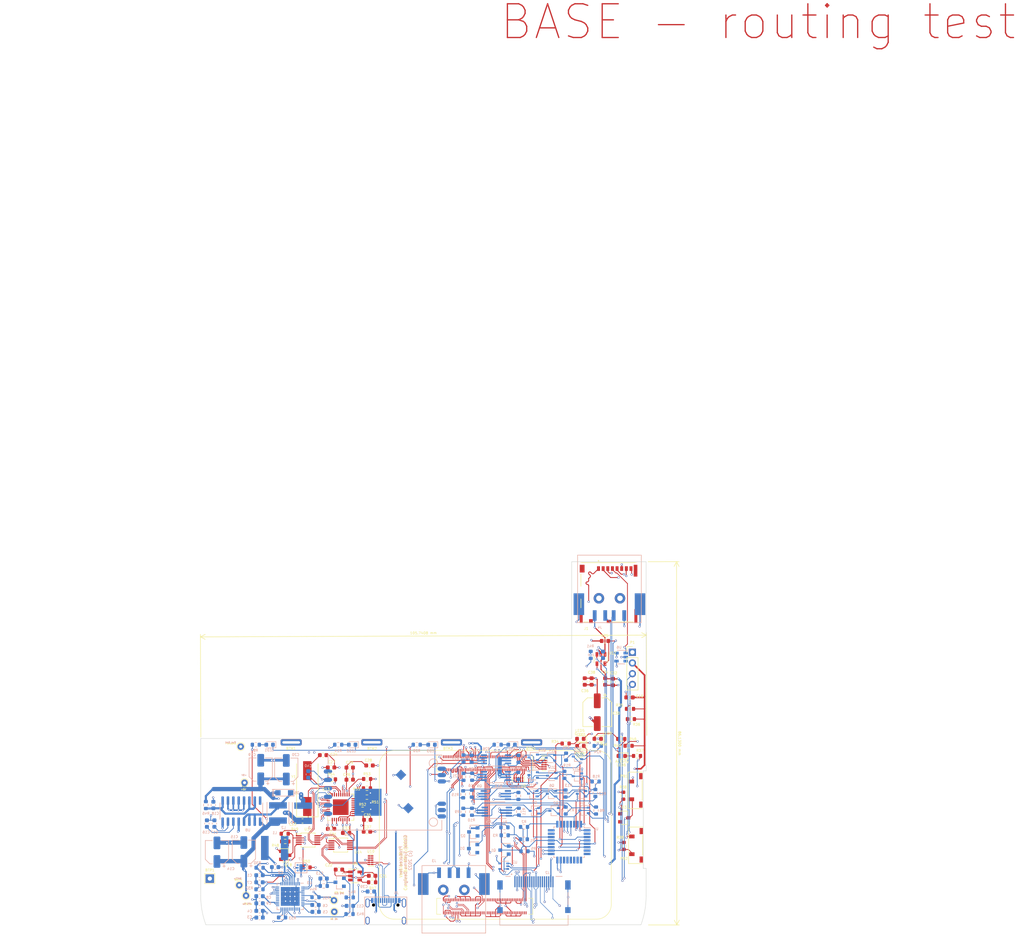
<source format=kicad_pcb>
(kicad_pcb (version 20211014) (generator pcbnew)
  (title_block (title "China layout single board") (date "2022-02-17") (rev "1.8.1") (comment 1 "USB and HDMI traces per JLCPCB"))
  (layers (0 "F.Cu" signal) (1 "In1.Cu" signal) (2 "In2.Cu" signal) (3 "In3.Cu" signal) (4 "In4.Cu" signal) (31 "B.Cu" signal) (34 "B.Paste" user) (35 "F.Paste" user) (36 "B.SilkS" user "B.Silkscreen") (37 "F.SilkS" user "F.Silkscreen") (38 "B.Mask" user) (39 "F.Mask" user) (44 "Edge.Cuts" user))
  (net 0 "")
  (net 1 "/Battery/BATT+")
  (net 2 "/Batteries/BT1-")
  (net 3 "/Batteries/BT2-")
  (net 4 "/Batteries/BT3-")
  (net 5 "/Batteries/BT4-")
  (net 6 "PWR_GND")
  (net 7 "Net-(C2-Pad1)")
  (net 8 "/Charger/IPS_OUT")
  (net 9 "GND")
  (net 10 "Net-(C5-Pad2)")
  (net 11 "Net-(C6-Pad2)")
  (net 12 "Net-(C7-Pad2)")
  (net 13 "Net-(C8-Pad2)")
  (net 14 "Net-(C9-Pad2)")
  (net 15 "/Power/IPS_SW")
  (net 16 "Net-(C13-Pad1)")
  (net 17 "+5V")
  (net 18 "+3.3v")
  (net 19 "/CM4_GPIO/GPIO_IRQ")
  (net 20 "/CM4_GPIO/SD_PWR")
  (net 21 "/CM4_HighSpeed/HDMI_5v")
  (net 22 "Net-(C23-Pad1)")
  (net 23 "Net-(C24-Pad1)")
  (net 24 "/USB Hub/VBUS")
  (net 25 "/AC_IN")
  (net 26 "Net-(D1-Pad1)")
  (net 27 "/CM4_GPIO/EXT_ENA")
  (net 28 "/CM4_GPIO/GPIO_PB1")
  (net 29 "/CM4_GPIO/PowerSwitch")
  (net 30 "/CM4_GPIO/SD_DAT1")
  (net 31 "/CM4_GPIO/SD_DAT0")
  (net 32 "/CM4_GPIO/SD_CLK")
  (net 33 "/CM4_GPIO/SD_CMD")
  (net 34 "/CM4_GPIO/SD_DAT3")
  (net 35 "/CM4_GPIO/SD_DAT2")
  (net 36 "/CM4_HighSpeed/HDMI0_HOTPLUG")
  (net 37 "/CM4_HighSpeed/HDMI0_SDA")
  (net 38 "/CM4_HighSpeed/HDMI0_SCL")
  (net 39 "/CM4_HighSpeed/HDMI0_CEC")
  (net 40 "/CM4_HighSpeed/HDMI0_CK_N")
  (net 41 "/CM4_HighSpeed/HDMI0_CK_P")
  (net 42 "/CM4_HighSpeed/HDMI0_D0_N")
  (net 43 "/CM4_HighSpeed/HDMI0_D0_P")
  (net 44 "/CM4_HighSpeed/HDMI0_D1_N")
  (net 45 "/CM4_HighSpeed/HDMI0_D1_P")
  (net 46 "/CM4_HighSpeed/HDMI0_D2_N")
  (net 47 "/CM4_HighSpeed/HDMI0_D2_P")
  (net 48 "/USB Hub/HD4_N")
  (net 49 "/USB Hub/HD4_P")
  (net 50 "/USB Hub/HD3_N")
  (net 51 "/USB Hub/HD3_P")
  (net 52 "/USB Hub/OTG_ID")
  (net 53 "/USB Hub/OTG_D+")
  (net 54 "/USB Hub/OTG_D-")
  (net 55 "Net-(L1-Pad2)")
  (net 56 "/CM4_GPIO/GPIO6")
  (net 57 "/CM4_GPIO/TRD3_P")
  (net 58 "/CM4_GPIO/TRD1_P")
  (net 59 "/CM4_GPIO/TRD3_N")
  (net 60 "/CM4_GPIO/TRD1_N")
  (net 61 "/CM4_GPIO/TRD2_N")
  (net 62 "/CM4_GPIO/TRD0_N")
  (net 63 "/CM4_GPIO/TRD2_P")
  (net 64 "/CM4_GPIO/TRD0_P")
  (net 65 "/CM4_GPIO/PI_nLED_Activity")
  (net 66 "/Battery/{slash}BT1_ENA")
  (net 67 "/Battery/BT1_PRES")
  (net 68 "/Battery/{slash}BT2_ENA")
  (net 69 "/Battery/BT2_PRES")
  (net 70 "/CM4_GPIO/GPIO_PB2")
  (net 71 "/CM4_GPIO/SD_PWR_ON")
  (net 72 "/Battery/{slash}BT3_ENA")
  (net 73 "/Battery/BT3_PRES")
  (net 74 "/CM4_GPIO/+1.8v")
  (net 75 "/USB Hub/nEXTRST")
  (net 76 "/CM4_HighSpeed/USB2_N")
  (net 77 "/CM4_HighSpeed/USB2_P")
  (net 78 "Net-(Q1-Pad1)")
  (net 79 "Net-(Q2-Pad3)")
  (net 80 "Net-(Q3-Pad3)")
  (net 81 "Net-(Q6-Pad3)")
  (net 82 "Net-(Q7-Pad3)")
  (net 83 "Net-(Q10-Pad3)")
  (net 84 "Net-(Q11-Pad3)")
  (net 85 "Net-(Q14-Pad3)")
  (net 86 "Net-(Q15-Pad3)")
  (net 87 "Net-(Q18-Pad1)")
  (net 88 "/Battery/ADC2")
  (net 89 "Net-(R52-Pad1)")
  (net 90 "/Battery/{slash}BT4_ENA")
  (net 91 "/Battery/BT4_PRES")
  (net 92 "/Battery/MOSI")
  (net 93 "/Battery/MISO")
  (net 94 "/Battery/SCL")
  (net 95 "/Battery/I2C_SDA")
  (net 96 "/Battery/I2C_SCL")
  (net 97 "/Battery/{slash}RESET")
  (net 98 "/USB Hub/USBH_N")
  (net 99 "/USB Hub/USBH_P")
  (net 100 "/USB Hub/nOCS1")
  (net 101 "/USB Hub/PWR1")
  (net 102 "/USB Hub/HD2_N")
  (net 103 "/USB Hub/HD2_P")
  (net 104 "unconnected-(U10-Pad4)")
  (net 105 "unconnected-(U10-Pad5)")
  (net 108 "/CM4_GPIO/ETH_LEDY")
  (net 109 "/CM4_GPIO/SYNC_IN")
  (net 110 "/CM4_GPIO/ETH_LEDG")
  (net 111 "/CM4_GPIO/SYNC_OUT")
  (net 113 "/CM4_GPIO/EEPROM_nWP")
  (net 114 "/CM4_GPIO/GPIO26")
  (net 115 "/CM4_GPIO/GPIO21")
  (net 116 "/CM4_GPIO/GPIO19")
  (net 117 "/CM4_GPIO/GPIO20")
  (net 118 "/CM4_GPIO/GPIO13")
  (net 119 "/CM4_GPIO/GPIO16")
  (net 120 "/CM4_GPIO/GPIO12")
  (net 121 "/CM4_GPIO/GPIO5")
  (net 122 "/CM4_GPIO/ID_SC")
  (net 123 "/CM4_GPIO/ID_SD")
  (net 124 "/CM4_GPIO/GPIO7")
  (net 125 "/CM4_GPIO/GPIO8")
  (net 126 "/CM4_GPIO/GPIO25")
  (net 127 "/CM4_GPIO/GPIO24")
  (net 128 "/CM4_GPIO/GPIO23")
  (net 129 "/CM4_GPIO/GPIO27")
  (net 130 "/CM4_GPIO/GPIO18")
  (net 131 "/CM4_GPIO/GPIO17")
  (net 132 "/CM4_GPIO/GPIO14")
  (net 133 "/CM4_GPIO/GPIO2")
  (net 139 "/CM4_GPIO/Reserved")
  (net 140 "/CM4_GPIO/WL_nDis")
  (net 141 "/CM4_GPIO/BT_nDis")
  (net 142 "/CM4_GPIO/RUN_PG")
  (net 143 "/CM4_GPIO/nRPIBOOT")
  (net 144 "/CM4_GPIO/AIN1")
  (net 145 "/CM4_GPIO/nPWR_LED")
  (net 146 "/CM4_GPIO/AIN0")
  (net 147 "/CM4_GPIO/Camera_GPIO")
  (net 148 "/CM4_GPIO/GLOBAL_EN")
  (net 149 "/CM4_HighSpeed/PCIE_CLK_nREQ")
  (net 152 "/CM4_HighSpeed/PCIE_nRST")
  (net 153 "/CM4_HighSpeed/PCIE_CLK_P")
  (net 154 "/CM4_HighSpeed/TV_OUT")
  (net 155 "/CM4_HighSpeed/PCIE_CLK_N")
  (net 156 "/CM4_HighSpeed/CAM1_D0_N")
  (net 157 "/CM4_HighSpeed/PCIE_RX_P")
  (net 158 "/CM4_HighSpeed/CAM1_D0_P")
  (net 159 "/CM4_HighSpeed/PCIE_RX_N")
  (net 160 "/CM4_HighSpeed/CAM1_D1_N")
  (net 161 "/CM4_HighSpeed/PCIE_TX_P")
  (net 162 "/CM4_HighSpeed/CAM1_D1_P")
  (net 163 "/CM4_HighSpeed/PCIE_TX_N")
  (net 164 "/CM4_HighSpeed/CAM1_C_N")
  (net 165 "/CM4_HighSpeed/CAM0_D0_N")
  (net 166 "/CM4_HighSpeed/CAM1_C_P")
  (net 167 "/CM4_HighSpeed/CAM0_D0_P")
  (net 168 "/CM4_HighSpeed/CAM1_D2_N")
  (net 169 "/CM4_HighSpeed/CAM0_D1_N")
  (net 170 "/CM4_HighSpeed/CAM1_D2_P")
  (net 171 "/CM4_HighSpeed/CAM0_D1_P")
  (net 172 "/CM4_HighSpeed/CAM1_D3_N")
  (net 173 "/CM4_HighSpeed/CAM0_C_N")
  (net 174 "/CM4_HighSpeed/CAM1_D3_P")
  (net 175 "/CM4_HighSpeed/CAM0_C_P")
  (net 176 "/CM4_HighSpeed/HDMI1_HOTPLUG")
  (net 177 "/CM4_HighSpeed/HDMI1_SDA")
  (net 178 "/CM4_HighSpeed/HDMI1_D2_P")
  (net 179 "/CM4_HighSpeed/HDMI1_SCL")
  (net 180 "/CM4_HighSpeed/HDMI1_D2_N")
  (net 181 "/CM4_HighSpeed/HDMI1_CEC")
  (net 182 "/CM4_HighSpeed/HDMI1_D1_P")
  (net 183 "/CM4_HighSpeed/HDMI1_D1_N")
  (net 184 "/CM4_HighSpeed/DSI0_D0_N")
  (net 185 "/CM4_HighSpeed/HDMI1_D0_P")
  (net 186 "/CM4_HighSpeed/DSI0_D0_P")
  (net 187 "/CM4_HighSpeed/HDMI1_D0_N")
  (net 188 "/CM4_HighSpeed/DSI0_D1_N")
  (net 189 "/CM4_HighSpeed/HDMI1_CK_P")
  (net 190 "/CM4_HighSpeed/DSI0_D1_P")
  (net 191 "/CM4_HighSpeed/HDMI1_CK_N")
  (net 192 "/CM4_HighSpeed/DSI0_C_N")
  (net 193 "/CM4_HighSpeed/DSI0_C_P")
  (net 194 "/CM4_HighSpeed/DSI1_D0_N")
  (net 195 "/CM4_HighSpeed/DSI1_D0_P")
  (net 196 "/CM4_HighSpeed/DSI1_D1_N")
  (net 197 "/CM4_HighSpeed/DSI1_D1_P")
  (net 198 "/CM4_HighSpeed/DSI1_C_N")
  (net 199 "/CM4_HighSpeed/DSI1_C_P")
  (net 200 "/CM4_HighSpeed/DSI1_D2_N")
  (net 201 "/CM4_HighSpeed/DSI1_D3_N")
  (net 202 "/CM4_HighSpeed/DSI1_D2_P")
  (net 203 "/CM4_HighSpeed/DSI1_D3_P")
  (net 222 "/Battery/ADC0")
  (net 223 "/Battery/ADC1")
  (net 224 "/Battery/ADC3")
  (net 226 "/USB Hub/HD1_N")
  (net 227 "/USB Hub/HD1_P")
  (net 234 "Net-(LED1-Pad1)")
  (net 235 "Net-(LED1-Pad2)")
  (net 236 "Net-(LED3-Pad2)")
  (net 237 "Net-(LED5-Pad2)")
  (net 238 "Net-(LED7-Pad2)")
  (net 239 "Net-(C16-Pad1)")
  (net 240 "/Battery/{slash}BT1_ENA_B")
  (net 241 "Net-(C17-Pad1)")
  (net 242 "Net-(C18-Pad1)")
  (net 243 "Net-(D5-Pad2)")
  (net 246 "Net-(LED2-Pad2)")
  (net 247 "Net-(LED4-Pad2)")
  (net 248 "Net-(LED5-Pad1)")
  (net 249 "Net-(LED6-Pad1)")
  (net 250 "Net-(LED8-Pad2)")
  (net 251 "Net-(R31-Pad1)")
  (net 252 "Net-(R32-Pad1)")
  (net 253 "Net-(R33-Pad2)")
  (net 254 "Net-(R47-Pad1)")
  (net 255 "Net-(R51-Pad1)")
  (net 256 "Net-(R53-Pad1)")
  (net 257 "Net-(R54-Pad2)")
  (net 258 "Net-(R55-Pad1)")
  (net 280 "/USB Hub/HSD1_N")
  (net 281 "/USB Hub/HSD1_P")
  (net 282 "/USB Hub/OTG_SEL")
  (footprint "Resistor_SMD:R_0603_1608Metric" (layer "F.Cu") (at 186.49 157.02)
    (fp_text reference "R34")
    (fp_text value "1.8K" hide)
  )
  (footprint "Capacitor_SMD:C_0603_1608Metric" (layer "F.Cu") (at 139.37 177.92)
    (fp_text reference "C37")
    (fp_text value "0.1uf" hide)
  )
  (footprint "Resistor_SMD:R_0603_1608Metric" (layer "F.Cu") (at 125.05 186.39)
    (fp_text reference "R50")
    (fp_text value "2.2K" hide)
  )
  (footprint "MountingHole:MountingHole_4.3mm_M4" (layer "F.Cu") (at 104.92 195.52)
    (fp_text reference "H2" hide)
    (fp_text value "MountingHole")
  )
  (footprint "TestPoint:TestPoint_THTPad_D1.5mm_Drill0.7mm" (layer "F.Cu") (at 110.35 166.3)
    (fp_text reference "TP6" hide)
    (fp_text value "5V")
  )
  (footprint "Resistor_SMD:R_0603_1608Metric" (layer "F.Cu") (at 139.37 169.73)
    (fp_text reference "R51")
    (fp_text value "36.0K" hide)
  )
  (footprint "Resistor_SMD:R_0603_1608Metric" (layer "F.Cu") (at 200.16 169.4 90)
    (fp_text reference "R38")
    (fp_text value "10K" hide)
  )
  (footprint "Package_SO:MSOP-10_3x3mm_P0.5mm" (layer "F.Cu") (at 133.15 181.09)
    (fp_text reference "U14")
    (fp_text value "FSUSB42MUX")
  )
  (footprint "Package_SO:MSOP-10_3x3mm_P0.5mm" (layer "F.Cu") (at 125.41 179.91)
    (fp_text reference "U11")
    (fp_text value "FSUSB42MUX" hide)
  )
  (footprint "Capacitor_SMD:C_0603_1608Metric" (layer "F.Cu") (at 197.72 142.43 -90)
    (fp_text reference "C32")
    (fp_text value "10uF" hide)
  )
  (footprint "Capacitor_SMD:C_0603_1608Metric" (layer "F.Cu") (at 139.98 162.22)
    (fp_text reference "C28")
    (fp_text value "0.1uf" hide)
  )
  (footprint "Resistor_SMD:R_0603_1608Metric" (layer "F.Cu") (at 119.88 178.41)
    (fp_text reference "R49")
    (fp_text value "2.2K" hide)
  )
  (footprint "CustomComponents:SW-TL3330A" (layer "F.Cu") (at 203.32 168.134 90)
    (fp_text reference "PB1")
    (fp_text value "SPST-PUSH" hide)
  )
  (footprint "Capacitor_SMD:C_0603_1608Metric" (layer "F.Cu") (at 132.74 186.91 180)
    (fp_text reference "C22")
    (fp_text value "0.1uf" hide)
  )
  (footprint "Capacitor_SMD:C_0603_1608Metric" (layer "F.Cu") (at 192.64 142.31 -90)
    (fp_text reference "C38")
    (fp_text value "10uF" hide)
  )
  (footprint "Resistor_SMD:R_0603_1608Metric" (layer "F.Cu") (at 131.08 165.5)
    (fp_text reference "R54")
    (fp_text value "12K" hide)
  )
  (footprint "Resistor_SMD:R_0603_1608Metric" (layer "F.Cu") (at 200.27 181.3 90)
    (fp_text reference "R39")
    (fp_text value "10K" hide)
  )
  (footprint "Package_DFN_QFN:QFN-36-1EP_6x6mm_P0.5mm_EP3.7x3.7mm" (layer "F.Cu") (at 133.16 172.11)
    (fp_text reference "U13")
    (fp_text value "USB2514B-I/M2" hide)
  )
  (footprint "CustomComponents:WH-Battery-" (layer "F.Cu") (at 178.42 157.33)
    (fp_text reference "BTM4")
    (fp_text value "Conn_01x01_Female")
  )
  (footprint "Capacitor_SMD:C_0603_1608Metric" (layer "F.Cu") (at 134.44 178.22)
    (fp_text reference "C33")
    (fp_text value "0.1uf" hide)
  )
  (footprint "CM4IO:SDCARD_MOLEX_503398-1892" (layer "F.Cu") (at 196.66 121.1625)
    (fp_text reference "J1")
    (fp_text value "Micro_SD_Card" hide)
  )
  (footprint "CustomComponents:WH-Battery-" (layer "F.Cu") (at 121.41 157.33)
    (fp_text reference "BTM1")
    (fp_text value "Conn_01x01_Female")
  )
  (footprint "CustomComponents:WH-Battery-" (layer "F.Cu") (at 140.54 156.73)
    (fp_text reference "BTM2")
    (fp_text value "Conn_01x01_Female")
  )
  (footprint "TestPoint:TestPoint_THTPad_D1.5mm_Drill0.7mm" (layer "F.Cu") (at 110.71 193.09)
    (fp_text reference "TP5" hide)
    (fp_text value "IPS_Sw")
  )
  (footprint "LED_SMD:LED_0603_1608Metric" (layer "F.Cu") (at 194.096 155.905 180)
    (fp_text reference "LED8")
    (fp_text value "Green" hide)
  )
  (footprint "MountingHole:MountingHole_4.3mm_M4" (layer "F.Cu") (at 200.57 195.09)
    (fp_text reference "H3" hide)
    (fp_text value "MountingHole")
  )
  (footprint "TestPoint:TestPoint_THTPad_D1.5mm_Drill0.7mm" (layer "F.Cu") (at 109.44 157.75)
    (fp_text reference "TP2" hide)
    (fp_text value "Pwr_Gnd")
  )
  (footprint "MountingHole:MountingHole_4.3mm_M4" (layer "F.Cu") (at 104.93 162.54)
    (fp_text reference "H1" hide)
    (fp_text value "MountingHole")
  )
  (footprint "LED_SMD:LED_0603_1608Metric" (layer "F.Cu") (at 189.975 155.905 180)
    (fp_text reference "LED5")
    (fp_text value "Red" hide)
  )
  (footprint "CustomComponents:USON-10_2.5x1.0mm_P0.5mm" (layer "F.Cu") (at 140.24 184.68 180)
    (fp_text reference "U10")
    (fp_text value "TPD4EUSB30" hide)
  )
  (footprint "Resistor_SMD:R_0603_1608Metric" (layer "F.Cu") (at 201.76 148.8)
    (fp_text reference "R35")
    (fp_text value "2.2K" hide)
  )
  (footprint "Capacitor_SMD:C_0603_1608Metric" (layer "F.Cu") (at 130.87 162.7)
    (fp_text reference "C27")
    (fp_text value "10uF" hide)
  )
  (footprint "Resistor_SMD:R_0603_1608Metric" (layer "F.Cu") (at 203.41 159.96 180)
    (fp_text reference "R37")
    (fp_text value "1K" hide)
  )
  (footprint "Resistor_SMD:R_0603_1608Metric" (layer "F.Cu") (at 139.37 167.63)
    (fp_text reference "R55")
    (fp_text value "36.0K" hide)
  )
  (footprint "TestPoint:TestPoint_THTPad_D1.5mm_Drill0.7mm" (layer "F.Cu") (at 109.1 190.61)
    (fp_text reference "TP3" hide)
    (fp_text value "Bat+")
  )
  (footprint "Diode_SMD:D_SOT-23_ANK" (layer "F.Cu") (at 200.38 174.63)
    (fp_text reference "D3")
    (fp_text value "MMBD914" hide)
  )
  (footprint "Package_TO_SOT_SMD:SOT-23-5" (layer "F.Cu") (at 194.86 136.98 -90)
    (fp_text reference "U12")
    (fp_text value "RT9742ANGJ5F" hide)
  )
  (footprint "TestPoint:TestPoint_THTPad_2.0x2.0mm_Drill1.0mm" (layer "F.Cu") (at 102.12 189.05)
    (fp_text reference "BTP1")
    (fp_text value "Conn_01x01_Female")
  )
  (footprint "Resistor_SMD:R_0603_1608Metric" (layer "F.Cu") (at 120 180.24)
    (fp_text reference "R48")
    (fp_text value "51K" hide)
  )
  (footprint "Capacitor_SMD:C_0603_1608Metric" (layer "F.Cu") (at 130.87 177.25 180)
    (fp_text reference "C31")
    (fp_text value "0.1uf" hide)
  )
  (footprint "CustomComponents:SW-TL3330A" (layer "F.Cu") (at 203.42 181.154 90)
    (fp_text reference "PB2")
    (fp_text value "SPST-PUSH" hide)
  )
  (footprint "Package_TO_SOT_SMD:SOT-23" (layer "F.Cu") (at 120 183.53)
    (fp_text reference "Q18")
    (fp_text value "2N7002" hide)
  )
  (footprint "CustomComponents:WH-Battery-" (layer "F.Cu") (at 159.42 157.33)
    (fp_text reference "BTM3")
    (fp_text value "Conn_01x01_Female")
  )
  (footprint "Capacitor_SMD:C_0603_1608Metric" (layer "F.Cu") (at 135.29 162.72)
    (fp_text reference "C29")
    (fp_text value "0.1uf" hide)
  )
  (footprint "LED_SMD:LED_0603_1608Metric" (layer "F.Cu") (at 199.79 159.97 180)
    (fp_text reference "LED6")
    (fp_text value "LED Green" hide)
  )
  (footprint "Capacitor_SMD:C_0603_1608Metric" (layer "F.Cu") (at 195.81 132.7 180)
    (fp_text reference "C25")
    (fp_text value "10uF" hide)
  )
  (footprint "CustomComponents:USON-10_2.5x1.0mm_P0.5mm" (layer "F.Cu") (at 181.35 162.05)
    (fp_text reference "U4")
    (fp_text value "TPD4EUSB30" hide)
  )
  (footprint "TestPoint:TestPoint_THTPad_D1.5mm_Drill0.7mm" (layer "F.Cu") (at 131.56 194.21)
    (fp_text reference "TP4" hide)
    (fp_text value "IPS")
  )
  (footprint "Capacitor_SMD:C_0603_1608Metric" (layer "F.Cu") (at 201.63 146.09 180)
    (fp_text reference "C10")
    (fp_text value "1uF" hide)
  )
  (footprint "Capacitor_SMD:C_0603_1608Metric" (layer "F.Cu") (at 139.455 175.11)
    (fp_text reference "C35")
    (fp_text value "0.1uf" hide)
  )
  (footprint "Capacitor_SMD:C_0603_1608Metric" (layer "F.Cu") (at 191.02 142.31 -90)
    (fp_text reference "C36")
    (fp_text value "10uF" hide)
  )
  (footprint "Capacitor_SMD:C_0603_1608Metric" (layer "F.Cu") (at 195.87 142.315 -90)
    (fp_text reference "C34")
    (fp_text value "10uF" hide)
  )
  (footprint "Capacitor_SMD:CP_Elec_6.3x4.5" (layer "F.Cu") (at 193.98 149.59 -90)
    (fp_text reference "C30")
    (fp_text value "100uF" hide)
  )
  (footprint "Package_TO_SOT_SMD:SOT-23-5" (layer "F.Cu") (at 136.56 188.42)
    (fp_text reference "U9")
    (fp_text value "RT9742ANGJ5F" hide)
  )
  (footprint "Capacitor_SMD:C_0603_1608Metric" (layer "F.Cu") (at 140.6 188.38 180)
    (fp_text reference "C21")
    (fp_text value "0.1uf" hide)
  )
  (footprint "Resistor_SMD:R_0603_1608Metric" (layer "F.Cu") (at 140.6 189.92)
    (fp_text reference "R47")
    (fp_text value "12K" hide)
  )
  (footprint "Capacitor_SMD:C_0603_1608Metric" (layer "F.Cu") (at 135.29 165.59)
    (fp_text reference "C26")
    (fp_text value "10uF" hide)
  )
  (footprint "CustomComponents:USON-10_2.5x1.0mm_P0.5mm" (layer "F.Cu") (at 175.28 165.585 -90)
    (fp_text reference "U5")
    (fp_text value "TPD4EUSB30" hide)
  )
  (footprint "Crystal:Crystal_SMD_HC49-SD" (layer "F.Cu") (at 125.24 167.7 90)
    (fp_text reference "Y1")
    (fp_text value "24MHz" hide)
  )
  (footprint "Connector_PinHeader_2.54mm:PinHeader_1x04_P2.54mm_Vertical" (layer "F.Cu") (at 202.32 135.38)
    (fp_text reference "P1")
    (fp_text value "Conn_01x04" hide)
  )
  (footprint "Resistor_SMD:R_0603_1608Metric" (layer "F.Cu") (at 201.97 151.23)
    (fp_text reference "R36")
    (fp_text value "2.2K" hide)
  )
  (footprint "Capacitor_SMD:C_0603_1608Metric" (layer "F.Cu") (at 124.1 175.38 180)
    (fp_text reference "C23")
    (fp_text value "9pF" hide)
  )
  (footprint "LED_SMD:LED_0603_1608Metric" (layer "F.Cu") (at 190 157.58 180)
    (fp_text reference "LED7")
    (fp_text value "Amber")
  )
  (footprint "Resistor_SMD:R_0603_1608Metric" (layer "F.Cu") (at 138.34 172.64)
    (fp_text reference "R52")
    (fp_text value "36.0K" hide)
  )
  (footprint "Resistor_SMD:R_0603_1608Metric" (layer "F.Cu") (at 199.68 155.94 180)
    (fp_text reference "R46")
    (fp_text value "1K" hide)
  )
  (footprint "Capacitor_SMD:C_0603_1608Metric" (layer "F.Cu") (at 128.98 159.77)
    (fp_text reference "C24")
    (fp_text value "9pF" hide)
  )
  (footprint "CustomComponents:CM4_Module_noHoles" (layer "F.Cu") (at 145.812993 162.160001 -90)
    (fp_text reference "Module1" hide)
    (fp_text value "ComputeModule4")
  )
  (footprint "Resistor_SMD:R_0603_1608Metric" (layer "F.Cu") (at 201.41 157.56 180)
    (fp_text reference "R40")
    (fp_text value "510")
  )
  (footprint "Resistor_SMD:R_0603_1608Metric" (layer "F.Cu") (at 139.42 165.42)
    (fp_text reference "R53")
    (fp_text value "36.0K" hide)
  )
  (footprint "TestPoint:TestPoint_THTPad_D1.5mm_Drill0.7mm" (layer "F.Cu") (at 131.63 196.9)
    (fp_text reference "TP1" hide)
    (fp_text value "AC_IN")
  )
  (footprint "CustomComponents:USB_A_CUI_smd" (layer "B.Cu") (at 193.375098 126.66)
    (fp_text reference "J4")
    (fp_text value "USB_A" hide)
  )
  (footprint "Resistor_SMD:R_0603_1608Metric" (layer "B.Cu") (at 113.9 191.58 180)
    (fp_text reference "R32")
    (fp_text value "100" hide)
  )
  (footprint "Capacitor_SMD:C_0603_1608Metric" (layer "B.Cu") (at 101.43 175.998 90)
    (fp_text reference "C16")
    (fp_text value "1.0uf" hide)
  )
  (footprint "Capacitor_SMD:C_0603_1608Metric" (layer "B.Cu") (at 125.46 164.34 90)
    (fp_text reference "C40")
    (fp_text value "22uF" hide)
  )
  (footprint "Capacitor_SMD:CP_Elec_5x3" (layer "B.Cu") (at 120.25 163.23 90)
    (fp_text reference "C20")
    (fp_text value "150uf" hide)
  )
  (footprint "Resistor_SMD:R_0603_1608Metric" (layer "B.Cu") (at 176.62 176.79 180)
    (fp_text reference "R2")
    (fp_text value "2.2K" hide)
  )
  (footprint "Package_TO_SOT_SMD:SOT-353_SC-70-5" (layer "B.Cu") (at 171.81 186.11 180)
    (fp_text reference "U2")
    (fp_text value "74LVCE1G126")
  )
  (footprint "Capacitor_SMD:C_0603_1608Metric" (layer "B.Cu") (at 113.91 193.22)
    (fp_text reference "C8")
    (fp_text value "1uF" hide)
  )
  (footprint "Package_TO_SOT_SMD:SOT-23-5" (layer "B.Cu") (at 199.635098 136.52 180)
    (fp_text reference "U6")
    (fp_text value "RT9742ANGJ5F" hide)
  )
  (footprint "Resistor_SMD:R_0603_1608Metric" (layer "B.Cu") (at 164.19256 160.6316 90)
    (fp_text reference "R28")
    (fp_text value "100K" hide)
  )
  (footprint "Resistor_SMD:R_0603_1608Metric" (layer "B.Cu") (at 186.2 164.45 90)
    (fp_text reference "R19")
    (fp_text value "100K" hide)
  )
  (footprint "Resistor_SMD:R_0603_1608Metric" (layer "B.Cu") (at 172.039928 178.780008 180)
    (fp_text reference "R3")
    (fp_text value "20K" hide)
  )
  (footprint "Capacitor_SMD:C_0603_1608Metric" (layer "B.Cu") (at 127.180098 195.29 180)
    (fp_text reference "C6")
    (fp_text value "4.7uF" hide)
  )
  (footprint "Package_TO_SOT_SMD:SOT-323_SC-70" (layer "B.Cu") (at 189.3 160.09 180)
    (fp_text reference "Q16")
    (fp_text value "3J15" hide)
  )
  (footprint "Resistor_SMD:R_0603_1608Metric" (layer "B.Cu") (at 164.23 168.9 90)
    (fp_text reference "R16")
    (fp_text value "100K" hide)
  )
  (footprint "Resistor_SMD:R_0603_1608Metric" (layer "B.Cu") (at 175.388178 173.17 90)
    (fp_text reference "R11")
    (fp_text value "20K" hide)
  )
  (footprint "Resistor_SMD:R_0603_1608Metric" (layer "B.Cu") (at 193.53 168.74 90)
    (fp_text reference "R12")
    (fp_text value "10K" hide)
  )
  (footprint "Capacitor_SMD:C_0603_1608Metric" (layer "B.Cu") (at 117.61 186.32)
    (fp_text reference "C2")
    (fp_text value "10uF" hide)
  )
  (footprint "Diode_SMD:D_SOT-23_ANK" (layer "B.Cu") (at 164.59 177.97 180)
    (fp_text reference "D2")
    (fp_text value "MMBD914" hide)
  )
  (footprint "Capacitor_SMD:C_0603_1608Metric" (layer "B.Cu") (at 113.92 198.29 180)
    (fp_text reference "C3")
    (fp_text value "10uF" hide)
  )
  (footprint "CustomComponents:U-DFN2020-6" (layer "B.Cu") (at 123.76 186.48 180)
    (fp_text reference "U7")
    (fp_text value "AP22814A" hide)
  )
  (footprint "Resistor_SMD:R_0603_1608Metric" (layer "B.Cu") (at 162.28256 160.5616 -90)
    (fp_text reference "R27")
    (fp_text value "10K" hide)
  )
  (footprint "Resistor_SMD:R_0603_1608Metric" (layer "B.Cu") (at 170.37 157.3)
    (fp_text reference "R26")
    (fp_text value "510")
  )
  (footprint "LED_SMD:LED_0603_1608Metric" (layer "B.Cu") (at 154.6925 157.3 180)
    (fp_text reference "LED3")
    (fp_text value "Blue")
  )
  (footprint "Resistor_SMD:R_0603_1608Metric" (layer "B.Cu") (at 113.03 157.3)
    (fp_text reference "R8")
    (fp_text value "510")
  )
  (footprint "Resistor_SMD:R_0603_1608Metric" (layer "B.Cu") (at 186.47 168.88 90)
    (fp_text reference "R13")
    (fp_text value "100K" hide)
  )
  (footprint "Package_SO:TSSOP-8_4.4x3mm_P0.65mm" (layer "B.Cu") (at 169.93 169.24 180)
    (fp_text reference "Q9")
    (fp_text value "8205A" hide)
  )
  (footprint "Capacitor_SMD:C_0603_1608Metric" (layer "B.Cu") (at 140.31 192.11 180)
    (fp_text reference "C39")
    (fp_text value "22uF" hide)
  )
  (footprint "Resistor_SMD:R_0603_1608Metric" (layer "B.Cu") (at 162.27 164.92 -90)
    (fp_text reference "R21")
    (fp_text value "10K" hide)
  )
  (footprint "Capacitor_SMD:C_0603_1608Metric" (layer "B.Cu") (at 113.89 189.92)
    (fp_text reference "C7")
    (fp_text value "4.7uF" hide)
  )
  (footprint "Capacitor_SMD:CP_Elec_5x3" (layer "B.Cu") (at 110.19 182.7 90)
    (fp_text reference "C15")
    (fp_text value "150uf" hide)
  )
  (footprint "Resistor_SMD:R_0603_1608Metric" (layer "B.Cu") (at 176.574928 179.720008 180)
    (fp_text reference "R1")
    (fp_text value "10K" hide)
  )
  (footprint "LED_SMD:LED_0603_1608Metric" (layer "B.Cu") (at 173.6725 157.3 180)
    (fp_text reference "LED4")
    (fp_text value "Blue")
  )
  (footprint "Resistor_SMD:R_0603_1608Metric" (layer "B.Cu") (at 162.218178 173.21 -90)
    (fp_text reference "R9")
    (fp_text value "10K" hide)
  )
  (footprint "Package_TO_SOT_SMD:SOT-323_SC-70" (layer "B.Cu") (at 189.28 164.78 180)
    (fp_text reference "Q12")
    (fp_text value "3J15" hide)
  )
  (footprint "Package_TO_SOT_SMD:SOT-323_SC-70" (layer "B.Cu") (at 178.79 164.48 180)
    (fp_text reference "Q11")
    (fp_text value "3J15" hide)
  )
  (footprint "Capacitor_SMD:CP_Elec_5x3" (layer "B.Cu") (at 103.81 182.78 90)
    (fp_text reference "C14")
    (fp_text value "150uf" hide)
  )
  (footprint "Diode_SMD:D_SOT-23_ANK" (layer "B.Cu") (at 132.91 189.92 180)
    (fp_text reference "D4")
    (fp_text value "MMBD914" hide)
  )
  (footprint "Capacitor_SMD:C_0603_1608Metric" (layer "B.Cu") (at 135.33 195.51 180)
    (fp_text reference "C11")
    (fp_text value "10uF" hide)
  )
  (footprint "Resistor_SMD:R_0603_1608Metric" (layer "B.Cu") (at 175.26 164.67 90)
    (fp_text reference "R23")
    (fp_text value "20K" hide)
  )
  (footprint "Resistor_SMD:R_0603_1608Metric" (layer "B.Cu") (at 129.135 190.79 180)
    (fp_text reference "R44")
    (fp_text value "220K" hide)
  )
  (footprint "LED_SMD:LED_0603_1608Metric" (layer "B.Cu") (at 135.86 157.3 180)
    (fp_text reference "LED2")
    (fp_text value "Blue")
  )
  (footprint "Resistor_SMD:R_0603_1608Metric" (layer "B.Cu") (at 193.698178 172.9 90)
    (fp_text reference "R6")
    (fp_text value "10K" hide)
  )
  (footprint "CustomComponents:INDUCTOR_SMD_6x6-1" (layer "B.Cu") (at 117.51 181.78 90)
    (fp_text reference "L1")
    (fp_text value "4.7 uH" hide)
  )
  (footprint "Resistor_SMD:R_0603_1608Metric" (layer "B.Cu") (at 175.29 169.45 90)
    (fp_text reference "R17")
    (fp_text value "20K" hide)
  )
  (footprint "CustomComponents:USB_A_CUI_smd" (layer "B.Cu") (at 163.475098 187.655 180)
    (fp_text reference "J3")
    (fp_text value "USB_A" hide)
  )
  (footprint "Resistor_SMD:R_0603_1608Metric" (layer "B.Cu") (at 194.1 157.58)
    (fp_text reference "R24")
    (fp_text value "10K" hide)
  )
  (footprint "CustomComponents:HC-R8812AU2" (layer "B.Cu") (at 143.63 168.65 90)
    (fp_text reference "U15")
    (fp_text value "HC-R8812AF1" hide)
  )
  (footprint "Package_TO_SOT_SMD:SOT-323_SC-70" (layer "B.Cu") (at 179.078178 172.98 180)
    (fp_text reference "Q3")
    (fp_text value "3J15" hide)
  )
  (footprint "Package_SO:TSSOP-8_4.4x3mm_P0.65mm" (layer "B.Cu") (at 169.97256 160.7516 180)
    (fp_text reference "Q17")
    (fp_text value "8205A" hide)
  )
  (footprint "Resistor_SMD:R_0603_1608Metric" (layer "B.Cu") (at 127.18 193.46)
    (fp_text reference "R31")
    (fp_text value "10K" hide)
  )
  (footprint "Package_QFP:TQFP-32_7x7mm_P0.8mm" (layer "B.Cu") (at 187.32 180.4 180)
    (fp_text reference "U1")
    (fp_text value "ATtiny88-AU" hide)
  )
  (footprint "CustomComponents:HDMI_CnC_SMT" (layer "B.Cu") (at 178.971098 191.09325 180)
    (fp_text reference "J2")
    (fp_text value "690-019-298-412" hide)
  )
  (footprint "Inductor_SMD:L_Taiyo-Yuden_MD-5050" (layer "B.Cu") (at 118.28 173.48 90)
    (fp_text reference "L2")
    (fp_text value "1.0 uH" hide)
  )
  (footprint "Resistor_SMD:R_0603_1608Metric" (layer "B.Cu") (at 192.435098 136 90)
    (fp_text reference "R41")
    (fp_text value "12K" hide)
  )
  (footprint "Capacitor_SMD:C_0603_1608Metric" (layer "B.Cu") (at 127.220098 196.93 180)
    (fp_text reference "C5")
    (fp_text value "4.7uF" hide)
  )
  (footprint "Package_SO:SOP-16_3.9x9.9mm_P1.27mm" (layer "B.Cu") (at 109.6 173.05 90)
    (fp_text reference "U8")
    (fp_text value "MAX1709ESE" hide)
  )
  (footprint "Resistor_SMD:R_0603_1608Metric" (layer "B.Cu") (at 171.969928 176.890008 180)
    (fp_text reference "R4")
    (fp_text value "20K" hide)
  )
  (footprint "Capacitor_SMD:CP_Elec_5x3" (layer "B.Cu") (at 114.19 163.19 90)
    (fp_text reference "C19")
    (fp_text value "150uf" hide)
  )
  (footprint "Resistor_SMD:R_0603_1608Metric" (layer "B.Cu") (at 132.57 157.3)
    (fp_text reference "R14")
    (fp_text value "510")
  )
  (footprint "Diode_SMD:D_SOT-23_ANK" (layer "B.Cu") (at 164.54 181.93 180)
    (fp_text reference "D1")
    (fp_text value "MMBD914" hide)
  )
  (footprint "Resistor_SMD:R_0603_1608Metric" (layer "B.Cu") (at 164.31 164.9 90)
    (fp_text reference "R22")
    (fp_text value "100K" hide)
  )
  (footprint "Resistor_SMD:R_0603_1608Metric" (layer "B.Cu") (at 151.18 157.3)
    (fp_text reference "R20")
    (fp_text value "510")
  )
  (footprint "Resistor_SMD:R_0603_1608Metric" (layer "B.Cu") (at 119.25 198.26 180)
    (fp_text reference "R33")
    (fp_text value "200K" hide)
  )
  (footprint "Package_TO_SOT_SMD:SOT-323_SC-70" (layer "B.Cu") (at 183.23 164.64 180)
    (fp_text reference "Q10")
    (fp_text value "3J15" hide)
  )
  (footprint "CustomComponents:UQFN-48-1EP_6x6mm_Pitch0.4mm_75" (layer "B.Cu") (at 121.183098 193.268 180)
    (fp_text reference "U3")
    (fp_text value "AXP209" hide)
  )
  (footprint "Package_TO_SOT_SMD:SOT-323_SC-70" (layer "B.Cu") (at 183.14 168.92 180)
    (fp_text reference "Q6")
    (fp_text value "3J15" hide)
  )
  (footprint "Package_TO_SOT_SMD:SOT-323_SC-70" (layer "B.Cu") (at 190.868178 172.87 180)
    (fp_text reference "Q4")
    (fp_text value "3J15" hide)
  )
  (footprint "Inductor_SMD:L_Taiyo-Yuden_NR-50xx" (layer "B.Cu") (at 124.24 173.55 90)
    (fp_text reference "L3")
    (fp_text value "1.5 uH" hide)
  )
  (footprint "Package_TO_SOT_SMD:SOT-323_SC-70" (layer "B.Cu") (at 178.7 168.9 180)
    (fp_text reference "Q7")
    (fp_text value "3J15" hide)
  )
  (footprint "CustomComponents:USB-C-GCT" (layer "B.Cu") (at 143.835098 194.8175 180)
    (fp_text reference "J5")
    (fp_text value "USB-C")
  )
  (footprint "Capacitor_SMD:C_0603_1608Metric" (layer "B.Cu") (at 113.91 194.9)
    (fp_text reference "C9")
    (fp_text value "1uF" hide)
  )
  (footprint "Resistor_SMD:R_0603_1608Metric" (layer "B.Cu") (at 186.59256 160.1516 90)
    (fp_text reference "R25")
    (fp_text value "100K" hide)
  )
  (footprint "Package_TO_SOT_SMD:SOT-323_SC-70" (layer "B.Cu") (at 183.758178 172.97 180)
    (fp_text reference "Q2")
    (fp_text value "3J15" hide)
  )
  (footprint "Resistor_SMD:R_0603_1608Metric" (layer "B.Cu") (at 175.30256 160.6516 90)
    (fp_text reference "R29")
    (fp_text value "20K" hide)
  )
  (footprint "LED_SMD:LED_0603_1608Metric" (layer "B.Cu") (at 116.3 157.3 180)
    (fp_text reference "LED1")
    (fp_text value "Blue")
  )
  (footprint "Resistor_SMD:R_0603_1608Metric" (layer "B.Cu") (at 135.29 193.51 180)
    (fp_text reference "R42")
    (fp_text value "51K" hide)
  )
  (footprint "Capacitor_SMD:C_0603_1608Metric" (layer "B.Cu") (at 195.345098 135.995 -90)
    (fp_text reference "C12")
    (fp_text value "10uF" hide)
  )
  (footprint "Capacitor_SMD:C_0603_1608Metric" (layer "B.Cu") (at 113.9 188.25 180)
    (fp_text reference "C1")
    (fp_text value "10uF" hide)
  )
  (footprint "Resistor_SMD:R_0603_1608Metric" (layer "B.Cu") (at 193.6 166.03)
    (fp_text reference "R18")
    (fp_text value "10K" hide)
  )
  (footprint "Package_TO_SOT_SMD:SOT-23" (layer "B.Cu") (at 171.984928 182.290008 180)
    (fp_text reference "Q1")
    (fp_text value "NX6008" hide)
  )
  (footprint "Package_SO:TSSOP-8_4.4x3mm_P0.65mm" (layer "B.Cu") (at 170.158178 173.17 180)
    (fp_text reference "Q5")
    (fp_text value "8205A" hide)
  )
  (footprint "Package_TO_SOT_SMD:SOT-323_SC-70" (layer "B.Cu") (at 178.80256 160.3016 180)
    (fp_text reference "Q15")
    (fp_text value "3J15" hide)
  )
  (footprint "Resistor_SMD:R_0603_1608Metric" (layer "B.Cu") (at 135.25 197.46 180)
    (fp_text reference "R43")
    (fp_text value "1K" hide)
  )
  (footprint "Capacitor_SMD:C_0603_1608Metric" (layer "B.Cu") (at 103.208 175.998 90)
    (fp_text reference "C17")
    (fp_text value "0.22uf" hide)
  )
  (footprint "Resistor_SMD:R_0603_1608Metric" (layer "B.Cu") (at 176.729928 182.560008 180)
    (fp_text reference "R5")
    (fp_text value "100K" hide)
  )
  (footprint "CustomComponents:SOD-123FL" (layer "B.Cu") (at 119.77 168.69)
    (fp_text reference "D5")
    (fp_text value "NRVTS260ESFT1G" hide)
  )
  (footprint "Resistor_SMD:R_0603_1608Metric" (layer "B.Cu") (at 186.498178 172.91 90)
    (fp_text reference "R7")
    (fp_text value "36K" hide)
  )
  (footprint "Resistor_SMD:R_0603_1608Metric" (layer "B.Cu") (at 164.278178 173.195 90)
    (fp_text reference "R10")
    (fp_text value "100K" hide)
  )
  (footprint "Resistor_SMD:R_0603_1608Metric" (layer "B.Cu") (at 101.186 171.602 -90)
    (fp_text reference "R45")
    (fp_text value "2.0" hide)
  )
  (footprint "Resistor_SMD:R_0603_1608Metric" (layer "B.Cu") (at 162.19 169.06 -90)
    (fp_text reference "R15")
    (fp_text value "10K" hide)
  )
  (footprint "Capacitor_SMD:C_0603_1608Metric" (layer "B.Cu") (at 129.105 189.03 180)
    (fp_text reference "C13")
    (fp_text value "22uF" hide)
  )
  (footprint "Package_SO:TSSOP-8_4.4x3mm_P0.65mm" (layer "B.Cu") (at 169.96 164.7 180)
    (fp_text reference "Q13")
    (fp_text value "8205A" hide)
  )
  (footprint "Package_TO_SOT_SMD:SOT-323_SC-70" (layer "B.Cu") (at 190.26 168.93 180)
    (fp_text reference "Q8")
    (fp_text value "3J15" hide)
  )
  (footprint "Resistor_SMD:R_0603_1608Metric" (layer "B.Cu") (at 113.93 186.47)
    (fp_text reference "R30")
    (fp_text value "0.03 ohm" hide)
  )
  (footprint "Capacitor_SMD:C_0603_1608Metric" (layer "B.Cu") (at 102.964 171.602 90)
    (fp_text reference "C18")
    (fp_text value "0.1uf" hide)
  )
  (footprint "Capacitor_SMD:C_0603_1608Metric" (layer "B.Cu") (at 113.915098 196.7 180)
    (fp_text reference "C4")
    (fp_text value "10uF" hide)
  )
  (footprint "Package_TO_SOT_SMD:SOT-323_SC-70" (layer "B.Cu") (at 182.87256 160.4016 180)
    (fp_text reference "Q14")
    (fp_text value "3J15" hide)
  )
  (gr_line (start 99.965098 155.82) (end 187.915098 155.82) (layer "Edge.Cuts") (width 0.1))
  (gr_line (start 204.342241 200.003457) (end 101.19 200.01) (layer "Edge.Cuts") (width 0.1))
  (gr_line (start 187.915 113.92) (end 205.565 113.92) (layer "Edge.Cuts") (width 0.1))
  (gr_line (start 205.57 193.12) (end 205.57 186.63) (layer "Edge.Cuts") (width 0.1))
  (gr_line (start 99.965098 155.82) (end 99.962241 193.126543) (layer "Edge.Cuts") (width 0.1))
  (gr_line (start 204.89 186.63) (end 204.89 163.51) (layer "Edge.Cuts") (width 0.1))
  (gr_arc (start 205.57 193.12) (mid 205.260657 196.616047) (end 204.342241 200.003457) (layer "Edge.Cuts") (width 0.1))
  (gr_line (start 187.915098 155.82) (end 187.915098 113.92) (layer "Edge.Cuts") (width 0.1))
  (gr_line (start 204.89 163.51) (end 205.57 163.51) (layer "Edge.Cuts") (width 0.1))
  (gr_line (start 205.57 186.63) (end 204.89 186.63) (layer "Edge.Cuts") (width 0.1))
  (gr_line (start 205.57 163.51) (end 205.565 113.92) (layer "Edge.Cuts") (width 0.1))
  (gr_arc (start 101.19 200.01) (mid 100.271584 196.62259) (end 99.962241 193.126543) (layer "Edge.Cuts") (width 0.1))
  (gr_text "BASE - routing test" (at 232.11 -14.07) (layer "F.Cu") (effects (font (size 8 8) (thickness 0.3))))
  (gr_text "AC In" (at 131.63 198.63) (layer "B.SilkS") (effects (font (size 0.4 0.4) (thickness 0.1)) (justify mirror)))
  (gr_text "BATT+" (at 108.690004 189.040008) (layer "B.SilkS") (effects (font (size 0.4 0.4) (thickness 0.1)) (justify mirror)))
  (gr_text "Pwr_Gnd" (at 107.06 156.76) (layer "B.SilkS") (effects (font (size 0.4 0.4) (thickness 0.1)) (justify mirror)))
  (gr_text "IPS Sw" (at 110.919997 195.039996) (layer "B.SilkS") (effects (font (size 0.4 0.4) (thickness 0.1)) (justify mirror)))
  (gr_text "+5V" (at 110.25 164.51) (layer "B.SilkS") (effects (font (size 0.4 0.4) (thickness 0.1)) (justify mirror)))
  (gr_text "Produced for\nGlobal Systems Design\n(c) 2022" (at 148.5 184.74 90) (layer "B.SilkS") (effects (font (size 0.7 0.7) (thickness 0.12)) (justify mirror)))
  (gr_text "IPS Out" (at 132.79 192.59) (layer "B.SilkS") (effects (font (size 0.4 0.4) (thickness 0.1)) (justify mirror)))
  (gr_text "BATT+" (at 108.909993 189.31001) (layer "F.SilkS") (effects (font (size 0.4 0.4) (thickness 0.1))))
  (gr_text "IPS Out" (at 132.76 192.37) (layer "F.SilkS") (effects (font (size 0.4 0.4) (thickness 0.1))))
  (gr_text "+5V" (at 110.1 167.9) (layer "F.SilkS") (effects (font (size 0.4 0.4) (thickness 0.1))))
  (gr_text "AC In" (at 131.48 198.59) (layer "F.SilkS") (effects (font (size 0.4 0.4) (thickness 0.1))))
  (gr_text "Version 1.8.1\nConnectBox RPi (c)2022\n" (at 147.97 185.32 90) (layer "F.SilkS") (effects (font (size 0.7 0.7) (thickness 0.12))))
  (gr_text "Green" (at 189.9 154.72) (layer "F.SilkS") (effects (font (size 0.6 0.6) (thickness 0.1))))
  (gr_text "Activity" (at 199.87 161.24) (layer "F.SilkS") (effects (font (size 0.6 0.6) (thickness 0.1))))
  (gr_text "Amber" (at 190.01 159.24) (layer "F.SilkS") (effects (font (size 0.6 0.6) (thickness 0.1))))
  (gr_text "IPS Sw" (at 111.1 195.05) (layer "F.SilkS") (effects (font (size 0.4 0.4) (thickness 0.1))))
  (gr_text "Red" (at 195.48 157.19) (layer "F.SilkS") (effects (font (size 0.6 0.6) (thickness 0.1))))
  (gr_text "Pwr_Gnd" (at 107.060009 156.980001) (layer "F.SilkS") (effects (font (size 0.4 0.4) (thickness 0.1))))
  (dimension (type aligned) (layer "F.SilkS") (pts (xy 99.99 156) (xy 205.73 155.59)) (height -24.266516) (gr_text "105.7408 mm" (at 152.763195 130.828671 0.22215956) (layer "F.SilkS") (effects (font (size 0.6 0.6) (thickness 0.1)))) (format (units 3) (units_format 1) (precision 4)) (style (thickness 0.15) (arrow_length 1.27) (text_position_mode 0) (extension_height 0.58642) (extension_offset 0.5) keep_text_aligned))
  (dimension (type aligned) (layer "F.SilkS") (pts (xy 205.55 113.91) (xy 205.61 200.04)) (height -7.237166) (gr_text "86.1300 mm" (at 213.517164 156.96947 270.0399135) (layer "F.SilkS") (effects (font (size 0.6 0.6) (thickness 0.1)))) (format (units 3) (units_format 1) (precision 4)) (style (thickness 0.15) (arrow_length 1.27) (text_position_mode 0) (extension_height 0.58642) (extension_offset 0.5) keep_text_aligned))
  (via (at 170.141734 183.720011) (size 0.5) (drill 0.3) (layers "F.Cu" "B.Cu") (net 1))
  (via (at 117.4 188.28) (size 0.5) (drill 0.3) (layers "F.Cu" "B.Cu") (net 1))
  (via (at 116.77 188.28) (size 0.5) (drill 0.3) (layers "F.Cu" "B.Cu") (net 1))
  (via (at 179.04 183.72) (size 0.5) (drill 0.3) (layers "F.Cu" "B.Cu") (net 1))
  (via (at 161.34 183.52) (size 0.5) (drill 0.3) (layers "F.Cu" "B.Cu") (net 1))
  (via (at 195.75 183.77) (size 0.5) (drill 0.3) (layers "F.Cu" "B.Cu") (net 1))
  (via (at 115.76 185.49) (size 0.5) (drill 0.3) (layers "F.Cu" "B.Cu") (net 1))
  (segment (start 195.47 174.68) (end 195.47 160.84) (width 0.1778) (layer "B.Cu") (net 1))
  (segment (start 161.395 165.745) (end 161.34 165.8) (width 0.1778) (layer "B.Cu") (net 1))
  (segment (start 113.86 185.49) (end 113.04 186.31) (width 0.254) (layer "B.Cu") (net 1))
  (segment (start 161.34 174) (end 161.34 169.88) (width 0.1778) (layer "B.Cu") (net 1))
  (segment (start 192.83 174.73) (end 195.44 174.73) (width 0.1778) (layer "B.Cu") (net 1))
  (segment (start 119.369992 190.25489) (end 119.369992 189.389992) (width 0.1778) (layer "B.Cu") (net 1))
  (segment (start 115.76 185.49) (end 113.86 185.49) (width 0.254) (layer "B.Cu") (net 1))
  (segment (start 177.554928 182.560008) (end 178.980008 182.560008) (width 0.1778) (layer "B.Cu") (net 1))
  (segment (start 194.62 159.99) (end 191.81 159.99) (width 0.1778) (layer "B.Cu") (net 1))
  (segment (start 179.04 182.62) (end 179.04 183.72) (width 0.1778) (layer "B.Cu") (net 1))
  (segment (start 119.7 188.03) (end 120.405194 188.03) (width 0.254) (layer "B.Cu") (net 1))
  (segment (start 191.868178 173.768178) (end 192.83 174.73) (width 0.1778) (layer "B.Cu") (net 1))
  (segment (start 195.47 160.84) (end 194.62 159.99) (width 0.1778) (layer "B.Cu") (net 1))
  (segment (start 186.47 169.705) (end 187.305 169.705) (width 0.1778) (layer "B.Cu") (net 1))
  (segment (start 170.141734 184.741734) (end 170.86 185.46) (width 0.1778) (layer "B.Cu") (net 1))
  (segment (start 191.868178 173.52) (end 191.868178 173.768178) (width 0.1778) (layer "B.Cu") (net 1))
  (segment (start 160.95 162.68) (end 162.36 161.27) (width 0.1778) (layer "B.Cu") (net 1))
  (segment (start 191.97 168.87) (end 191.97 167.52) (width 0.1778) (layer "B.Cu") (net 1))
  (segment (start 188.105 167.18) (end 186.2 165.275) (width 0.1778) (layer "B.Cu") (net 1))
  (segment (start 114.77 188.28) (end 116.77 188.28) (width 0.254) (layer "B.Cu") (net 1))
  (segment (start 116.769998 188.279989) (end 117.399994 188.279989) (width 0.635) (layer "B.Cu") (net 1))
  (segment (start 114.675 187.905) (end 113.29 186.52) (width 0.381) (layer "B.Cu") (net 1))
  (segment (start 120.996583 189.326596) (end 120.996583 190.3) (width 0.1778) (layer "B.Cu") (net 1))
  (segment (start 191.03 160.77) (end 190.32 160.77) (width 0.1778) (layer "B.Cu") (net 1))
  (segment (start 191.97 167.52) (end 191.63 167.18) (width 0.1778) (layer "B.Cu") (net 1))
  (segment (start 191.81 159.99) (end 191.03 160.77) (width 0.1778) (layer "B.Cu") (net 1))
  (segment (start 190.3 160.74) (end 190.08 160.74) (width 0.1778) (layer "B.Cu") (net 1))
  (segment (start 190.28 165.43) (end 190.28 167.15) (width 0.1778) (layer "B.Cu") (net 1))
  (segment (start 119.783098 190.268) (end 119.783098 189.803098) (width 0.1778) (layer "B.Cu") (net 1))
  (segment (start 160.95 165.41) (end 160.95 162.68) (width 0.1778) (layer "B.Cu") (net 1))
  (segment (start 119.45 188.28) (end 119.7 188.03) (width 0.254) (layer "B.Cu") (net 1))
  (segment (start 191.97 168.87) (end 195.47 168.87) (width 0.1778) (layer "B.Cu") (net 1))
  (segment (start 161.345 169.885) (end 161.34 169.88) (width 0.1778) (layer "B.Cu") (net 1))
  (segment (start 161.34 183.52) (end 161.34 174) (width 0.1778) (layer "B.Cu") (net 1))
  (segment (start 170.141734 183.720011) (end 170.141734 184.741734) (width 0.1778) (layer "B.Cu") (net 1))
  (segment (start 162.27 165.745) (end 161.395 165.745) (width 0.1778) (layer "B.Cu") (net 1))
  (segment (start 190.28 167.15) (end 190.31 167.18) (width 0.1778) (layer "B.Cu") (net 1))
  (segment (start 161.34 165.8) (end 160.95 165.41) (width 0.1778) (layer "B.Cu") (net 1))
  (segment (start 119.783098 189.803098) (end 119.369992 189.389992) (width 0.1778) (layer "B.Cu") (net 1))
  (segment (start 191.63 167.18) (end 190.31 167.18) (width 0.1778) (layer "B.Cu") (net 1))
  (segment (start 195.48 174.69) (end 195.47 174.68) (width 0.1778) (layer "B.Cu") (net 1))
  (segment (start 190.08 160.74) (end 188.84 159.5) (width 0.1778) (layer "B.Cu") (net 1))
  (segment (start 187.305 169.705) (end 188.62268 168.38732) (width 0.1778) (layer "B.Cu") (net 1))
  (segment (start 190.16 168.38732) (end 191.26 169.48732) (width 0.1778) (layer "B.Cu") (net 1))
  (segment (start 195.44 174.73) (end 195.48 174.69) (width 0.1778) (layer "B.Cu") (net 1))
  (segment (start 161.34 169.88) (end 161.34 165.8) (width 0.1778) (layer "B.Cu") (net 1))
  (segment (start 187.83 159.5) (end 186.53 160.8) (width 0.1778) (layer "B.Cu") (net 1))
  (segment (start 114.675 188.25) (end 114.675 187.905) (width 0.381) (layer "B.Cu") (net 1))
  (segment (start 113.29 186.52) (end 113.12 186.52) (width 0.381) (layer "B.Cu") (net 1))
  (segment (start 162.218178 174.035) (end 161.375 174.035) (width 0.1778) (layer "B.Cu") (net 1))
  (segment (start 120.996587 188.621393) (end 120.996587 189.326587) (width 0.254) (layer "B.Cu") (net 1))
  (segment (start 188.62268 168.38732) (end 190.16 168.38732) (width 0.1778) (layer "B.Cu") (net 1))
  (segment (start 190.31 167.18) (end 188.105 167.18) (width 0.1778) (layer "B.Cu") (net 1))
  (segment (start 195.75 183.77) (end 195.48 183.5) (width 0.1778) (layer "B.Cu") (net 1))
  (segment (start 191.26 169.48732) (end 191.26 169.58) (width 0.1778) (layer "B.Cu") (net 1))
  (segment (start 119.37 188.36) (end 119.7 188.03) (width 0.254) (layer "B.Cu") (net 1))
  (segment (start 191.26 169.58) (end 191.97 168.87) (width 0.1778) (layer "B.Cu") (net 1))
  (segment (start 117.399994 188.279989) (end 119.450002 188.279989) (width 0.635) (layer "B.Cu") (net 1))
  (segment (start 195.48 183.5) (end 195.48 174.69) (width 0.1778) (layer "B.Cu") (net 1))
  (segment (start 188.84 159.5) (end 187.83 159.5) (width 0.1778) (layer "B.Cu") (net 1))
  (segment (start 120.405194 188.03) (end 120.996587 188.621393) (width 0.254) (layer "B.Cu") (net 1))
  (segment (start 114.755 188.265) (end 114.77 188.28) (width 0.254) (layer "B.Cu") (net 1))
  (segment (start 162.19 169.885) (end 161.345 169.885) (width 0.1778) (layer "B.Cu") (net 1))
  (segment (start 161.375 174.035) (end 161.34 174) (width 0.1778) (layer "B.Cu") (net 1))
  (segment (start 119.369992 189.389995) (end 119.369992 188.359999) (width 0.254) (layer "B.Cu") (net 1))
  (segment (start 178.980008 182.560008) (end 179.04 182.62) (width 0.1778) (layer "B.Cu") (net 1))
  (via (at 165.29 173.17) (size 0.5) (drill 0.3) (layers "F.Cu" "B.Cu") (net 2))
  (via (at 165.31 172.6) (size 0.5) (drill 0.3) (layers "F.Cu" "B.Cu") (net 2))
  (segment (start 166.158178 173.48) (end 167.138178 173.48) (width 0.1778) (layer "B.Cu") (net 2))
  (segment (start 165.29 173.17) (end 165.29 172.62) (width 0.381) (layer "B.Cu") (net 2))
  (segment (start 162.218178 172.385) (end 164.275 172.385) (width 0.1778) (layer "B.Cu") (net 2))
  (segment (start 164.278178 172.37) (end 165.08 172.37) (width 0.1778) (layer "B.Cu") (net 2))
  (segment (start 165.485 172.775) (end 165.31 172.6) (width 0.381) (layer "B.Cu") (net 2))
  (segment (start 165.08 172.37) (end 165.31 172.6) (width 0.1778) (layer "B.Cu") (net 2))
  (segment (start 186.833178 171.12) (end 187.973178 172.26) (width 0.1778) (layer "B.Cu") (net 2))
  (segment (start 165.485 172.845) (end 165.485 172.775) (width 0.381) (layer "B.Cu") (net 2))
  (segment (start 165.31 172.6) (end 166.79 171.12) (width 0.1778) (layer "B.Cu") (net 2))
  (segment (start 165.29 172.62) (end 165.31 172.6) (width 0.381) (layer "B.Cu") (net 2))
  (segment (start 167.295678 173.495) (end 165.615 173.495) (width 0.381) (layer "B.Cu") (net 2))
  (segment (start 165.615 173.495) (end 165.29 173.17) (width 0.381) (layer "B.Cu") (net 2))
  (segment (start 166.79 171.12) (end 186.833178 171.12) (width 0.1778) (layer "B.Cu") (net 2))
  (segment (start 166.123178 173.445) (end 166.158178 173.48) (width 0.1778) (layer "B.Cu") (net 2))
  (segment (start 191.828178 172.26) (end 191.868178 172.22) (width 0.1778) (layer "B.Cu") (net 2))
  (segment (start 187.973178 172.26) (end 191.828178 172.26) (width 0.1778) (layer "B.Cu") (net 2))
  (segment (start 186.498178 173.735) (end 187.973178 172.26) (width 0.1778) (layer "B.Cu") (net 2))
  (segment (start 167.295678 172.845) (end 165.485 172.845) (width 0.381) (layer "B.Cu") (net 2))
  (via (at 165.65 168.91) (size 0.5) (drill 0.3) (layers "F.Cu" "B.Cu") (net 3))
  (via (at 165.665 169.565) (size 0.5) (drill 0.3) (layers "F.Cu" "B.Cu") (net 3))
  (segment (start 188.06 168.05) (end 187.36 168.75) (width 0.1778) (layer "B.Cu") (net 3))
  (segment (start 180.151822 168.87) (end 178.7 168.87) (width 0.1778) (layer "B.Cu") (net 3))
  (segment (start 164.23 168.075) (end 162.345 168.075) (width 0.1778) (layer "B.Cu") (net 3))
  (segment (start 183.682958 168.75) (end 183.042227 168.109269) (width 0.1778) (layer "B.Cu") (net 3))
  (segment (start 187.36 168.75) (end 183.682958 168.75) (width 0.1778) (layer "B.Cu") (net 3))
  (segment (start 178.7 168.87) (end 177.105817 167.275817) (width 0.1778) (layer "B.Cu") (net 3))
  (segment (start 167.0675 168.915) (end 168.235 168.915) (width 0.1778) (layer "B.Cu") (net 3))
  (segment (start 168.64342 167.81658) (end 164.53342 167.81658) (width 0.1778) (layer "B.Cu") (net 3))
  (segment (start 168.235 168.915) (end 168.64342 168.50658) (width 0.1778) (layer "B.Cu") (net 3))
  (segment (start 165.655 168.915) (end 165.65 168.91) (width 0.381) (layer "B.Cu") (net 3))
  (segment (start 183.042227 168.109269) (end 180.912553 168.109269) (width 0.1778) (layer "B.Cu") (net 3))
  (segment (start 162.345 168.075) (end 162.28 168.14) (width 0.1778) (layer "B.Cu") (net 3))
  (segment (start 180.912553 168.109269) (end 180.151822 168.87) (width 0.1778) (layer "B.Cu") (net 3))
  (segment (start 191.03 168.05) (end 188.06 168.05) (width 0.1778) (layer "B.Cu") (net 3))
  (segment (start 164.53342 167.81658) (end 164.26 168.09) (width 0.1778) (layer "B.Cu") (net 3))
  (segment (start 191.26 168.28) (end 191.03 168.05) (width 0.1778) (layer "B.Cu") (net 3))
  (segment (start 177.105817 167.275817) (end 169.184183 167.275817) (width 0.1778) (layer "B.Cu") (net 3))
  (segment (start 169.184183 167.275817) (end 168.64342 167.81658) (width 0.1778) (layer "B.Cu") (net 3))
  (segment (start 167.0675 168.915) (end 165.655 168.915) (width 0.381) (layer "B.Cu") (net 3))
  (segment (start 168.64342 168.50658) (end 168.64342 167.81658) (width 0.1778) (layer "B.Cu") (net 3))
  (segment (start 167.0675 169.565) (end 165.665 169.565) (width 0.381) (layer "B.Cu") (net 3))
  (via (at 165.5 164.6) (size 0.5) (drill 0.3) (layers "F.Cu" "B.Cu") (net 4))
  (via (at 190.3784 163.01) (size 0.5) (drill 0.3) (layers "F.Cu" "B.Cu") (net 4))
  (via (at 165.5 165.28) (size 0.5) (drill 0.3) (layers "F.Cu" "B.Cu") (net 4))
  (segment (start 165.725 164.375) (end 165.5 164.6) (width 0.381) (layer "B.Cu") (net 4))
  (segment (start 167.0975 165.025) (end 165.755 165.025) (width 0.381) (layer "B.Cu") (net 4))
  (segment (start 164.38 164.05) (end 162.23 164.05) (width 0.1778) (layer "B.Cu") (net 4))
  (segment (start 167.0975 164.375) (end 165.725 164.375) (width 0.381) (layer "B.Cu") (net 4))
  (segment (start 165.755 165.025) (end 165.5 165.28) (width 0.381) (layer "B.Cu") (net 4))
  (segment (start 165.5 164.6) (end 164.93 164.6) (width 0.1778) (layer "B.Cu") (net 4))
  (segment (start 164.93 164.6) (end 164.38 164.05) (width 0.1778) (layer "B.Cu") (net 4))
  (segment (start 190.3784 163.01) (end 190.3784 164.2384) (width 0.1778) (layer "B.Cu") (net 4))
  (via (at 163.66 156.97) (size 0.5) (drill 0.3) (layers "F.Cu" "B.Cu") (net 5))
  (via (at 164.47 156.93) (size 0.5) (drill 0.3) (layers "F.Cu" "B.Cu") (net 5))
  (segment (start 189.13 158) (end 190.35 159.22) (width 0.1778) (layer "B.Cu") (net 5))
  (segment (start 167.11006 160.4266) (end 165.8066 160.4266) (width 0.381) (layer "B.Cu") (net 5))
  (segment (start 164.19256 159.8066) (end 165.5366 159.8066) (width 0.1778) (layer "B.Cu") (net 5))
  (segment (start 165.61 156.97) (end 166.47 157.83) (width 0.381) (layer "B.Cu") (net 5))
  (segment (start 166.47 159.042736) (end 165.67 159.842736) (width 0.381) (layer "B.Cu") (net 5))
  (segment (start 166.47 157.83) (end 166.47 159.042736) (width 0.381) (layer "B.Cu") (net 5))
  (segment (start 179.09 158) (end 189.13 158) (width 0.1778) (layer "B.Cu") (net 5))
  (segment (start 163.66 156.97) (end 165.61 156.97) (width 0.381) (layer "B.Cu") (net 5))
  (segment (start 165.67 159.842736) (end 165.67 159.94) (width 0.381) (layer "B.Cu") (net 5))
  (segment (start 165.8066 160.4266) (end 165.67 160.29) (width 0.381) (layer "B.Cu") (net 5))
  (segment (start 165.67 160.29) (end 165.67 159.94) (width 0.381) (layer "B.Cu") (net 5))
  (segment (start 165.5366 159.8066) (end 165.67 159.94) (width 0.1778) (layer "B.Cu") (net 5))
  (segment (start 162.28256 159.7366) (end 164.1334 159.7366) (width 0.1778) (layer "B.Cu") (net 5))
  (segment (start 178.42 157.33) (end 179.09 158) (width 0.1778) (layer "B.Cu") (net 5))
  (segment (start 167.110054 161.076589) (end 165.7366 161.076589) (width 0.381) (layer "B.Cu") (net 5))
  (segment (start 190.35 159.22) (end 190.35 159.38) (width 0.1778) (layer "B.Cu") (net 5))
  (segment (start 164.47 156.93) (end 164.43 156.97) (width 0.381) (layer "B.Cu") (net 5))
  (segment (start 165.7366 161.0766) (end 165.67 161.01) (width 0.381) (layer "B.Cu") (net 5))
  (segment (start 165.67 161.01) (end 165.67 160.29) (width 0.381) (layer "B.Cu") (net 5))
  (segment (start 194.69 155.86) (end 194.8 155.97) (width 0.1778) (layer "F.Cu") (net 6))
  (segment (start 171.283178 186.878748) (end 172.02 187.61557) (width 0.1778) (layer "F.Cu") (net 6))
  (segment (start 171.283178 173.593178) (end 171.283178 186.878748) (width 0.1778) (layer "F.Cu") (net 6))
  (segment (start 170.83 173.14) (end 171.283178 173.593178) (width 0.1778) (layer "F.Cu") (net 6))
  (segment (start 194.18 155.86) (end 194.69 155.86) (width 0.1778) (layer "F.Cu") (net 6))
  (via (at 119.26 186.34) (size 0.5) (drill 0.3) (layers "F.Cu" "B.Cu") (net 6))
  (via (at 170.79 172.48572) (size 0.5) (drill 0.3) (layers "F.Cu" "B.Cu") (net 6))
  (via (at 105.12 177.09) (size 0.5) (drill 0.3) (layers "F.Cu" "B.Cu") (net 6))
  (via (at 125.19 194.27) (size 0.5) (drill 0.3) (layers "F.Cu" "B.Cu") (net 6))
  (via (at 117.34 160.99) (size 0.5) (drill 0.3) (layers "F.Cu" "B.Cu") (net 6))
  (via (at 120.73 173.43) (size 0.5) (drill 0.3) (layers "F.Cu" "B.Cu") (net 6))
  (via (at 122.22 197.18) (size 0.5) (drill 0.3) (layers "F.Cu" "B.Cu") (net 6))
  (via (at 127.35 190.8) (size 0.5) (drill 0.3) (layers "F.Cu" "B.Cu") (net 6))
  (via (at 170.83 173.14) (size 0.5) (drill 0.3) (layers "F.Cu" "B.Cu") (net 6))
  (via (at 107.29 180.51) (size 0.5) (drill 0.3) (layers "F.Cu" "B.Cu") (net 6))
  (via (at 106.17 180.51) (size 0.5) (drill 0.3) (layers "F.Cu" "B.Cu") (net 6))
  (via (at 119.94 173.44) (size 0.5) (drill 0.3) (layers "F.Cu" "B.Cu") (net 6))
  (via (at 116.77 160.99) (size 0.5) (drill 0.3) (layers "F.Cu" "B.Cu") (net 6))
  (via (at 102.91 169.83) (size 0.5) (drill 0.3) (layers "F.Cu" "B.Cu") (net 6))
  (via (at 108.81 177.89) (size 0.5) (drill 0.3) (layers "F.Cu" "B.Cu") (net 6))
  (via (at 170.88 168.93) (size 0.5) (drill 0.3) (layers "F.Cu" "B.Cu") (net 6))
  (via (at 107.57 172.83) (size 0.5) (drill 0.3) (layers "F.Cu" "B.Cu") (net 6))
  (via (at 102.4 174.07) (size 0.5) (drill 0.3) (layers "F.Cu" "B.Cu") (net 6))
  (via (at 109.92 172.83) (size 0.5) (drill 0.3) (layers "F.Cu" "B.Cu") (net 6))
  (via (at 170.850005 164.999995) (size 0.5) (drill 0.3) (layers "F.Cu" "B.Cu") (net 6))
  (via (at 170.88 169.45) (size 0.5) (drill 0.3) (layers "F.Cu" "B.Cu") (net 6))
  (via (at 106.71 172.79) (size 0.5) (drill 0.3) (layers "F.Cu" "B.Cu") (net 6))
  (via (at 108.88 172.83) (size 0.5) (drill 0.3) (layers "F.Cu" "B.Cu") (net 6))
  (via (at 172.02 187.61557) (size 0.5) (drill 0.3) (layers "F.Cu" "B.Cu") (net 6))
  (via (at 113.98 190.82) (size 0.5) (drill 0.3) (layers "F.Cu" "B.Cu") (net 6))
  (via (at 194.18 155.86) (size 0.5) (drill 0.3) (layers "F.Cu" "B.Cu") (net 6))
  (via (at 170.88 164.36) (size 0.5) (drill 0.3) (layers "F.Cu" "B.Cu") (net 6))
  (via (at 112.03 198.77) (size 0.5) (drill 0.3) (layers "F.Cu" "B.Cu") (net 6))
  (via (at 123.76 188.46) (size 0.5) (drill 0.3) (layers "F.Cu" "B.Cu") (net 6))
  (segment (start 113.145 198.29) (end 112.51 198.29) (width 0.1778) (layer "B.Cu") (net 6))
  (segment (start 174.288178 172.85) (end 173.268178 172.85) (width 0.1778) (layer "B.Cu") (net 6))
  (segment (start 171.14928 172.845) (end 173.020678 172.845) (width 0.381) (layer "B.Cu") (net 6))
  (segment (start 113.98 190.82) (end 113.1 189.94) (width 0.254) (layer "B.Cu") (net 6))
  (segment (start 170.79 172.48572) (end 171.14928 172.845) (width 0.381) (layer "B.Cu") (net 6))
  (segment (start 170.839994 164.349989) (end 170.850005 164.36) (width 0.381) (layer "B.Cu") (net 6))
  (segment (start 175.26 163.845) (end 174.515 163.845) (width 0.1778) (layer "B.Cu") (net 6))
  (segment (start 170.995 169.565) (end 170.88 169.45) (width 0.381) (layer "B.Cu") (net 6))
  (segment (start 108.88 172.83) (end 108.94 172.83) (width 0.381) (layer "B.Cu") (net 6))
  (segment (start 173.72756 160.4266) (end 174.34256 159.8116) (width 0.1778) (layer "B.Cu") (net 6))
  (segment (start 117.34 160.99) (end 120.11 160.99) (width 0.635) (layer "B.Cu") (net 6))
  (segment (start 118.385 186.32) (end 119.24 186.32) (width 0.1778) (layer "B.Cu") (net 6))
  (segment (start 103.208 175.223) (end 102.333 175.223) (width 0.1778) (layer "B.Cu") (net 6))
  (segment (start 119.24 186.32) (end 119.26 186.34) (width 0.1778) (layer "B.Cu") (net 6))
  (segment (start 127.955098 195.275098) (end 127.08342 194.40342) (width 0.1778) (layer "B.Cu") (net 6))
  (segment (start 113.1 189.94) (end 113.06 189.94) (width 0.254) (layer "B.Cu") (net 6))
  (segment (start 173.11 168.81) (end 173.06 168.86) (width 0.1778) (layer "B.Cu") (net 6))
  (segment (start 106.425 172.505) (end 106.71 172.79) (width 0.381) (layer "B.Cu") (net 6))
  (segment (start 102.333 175.223) (end 101.463 175.223) (width 0.1778) (layer "B.Cu") (net 6))
  (segment (start 174.793178 172.345) (end 174.288178 172.85) (width 0.1778) (layer "B.Cu") (net 6))
  (segment (start 172.76 186.76) (end 171.89 186.76) (width 0.1778) (layer "B.Cu") (net 6))
  (segment (start 127.995098 196.93) (end 127.995098 195.304902) (width 0.1778) (layer "B.Cu") (net 6))
  (segment (start 114.19 160.99) (end 116.77 160.99) (width 0.635) (layer "B.Cu") (net 6))
  (segment (start 125.32342 194.40342) (end 125.19 194.27) (width 0.1778) (layer "B.Cu") (net 6))
  (segment (start 106.425 170.55) (end 106.425 172.505) (width 0.381) (layer "B.Cu") (net 6))
  (segment (start 170.850005 164.36) (end 170.88 164.36) (width 0.381) (layer "B.Cu") (net 6))
  (segment (start 122.583098 190.268) (end 122.583098 191.366902) (width 0.1778) (layer "B.Cu") (net 6))
  (segment (start 174.34256 159.8116) (end 175.25256 159.8116) (width 0.1778) (layer "B.Cu") (net 6))
  (segment (start 110.19 172.56) (end 110.19 171.02) (width 0.381) (layer "B.Cu") (net 6))
  (segment (start 175.29 168.625) (end 174.315 168.625) (width 0.1778) (layer "B.Cu") (net 6))
  (segment (start 113.06 189.94) (end 113.06 188.2) (width 0.254) (layer "B.Cu") (net 6))
  (segment (start 105.155 175.55) (end 105.155 177.055) (width 0.508) (layer "B.Cu") (net 6))
  (segment (start 128.31 190.79) (end 127.36 190.79) (width 0.1778) (layer "B.Cu") (net 6))
  (segment (start 108.965 170.55) (end 108.94 170.575) (width 0.381) (layer "B.Cu") (net 6))
  (segment (start 105.155 177.055) (end 105.12 177.09) (width 0.508) (layer "B.Cu") (net 6))
  (segment (start 119.95 173.43) (end 119.94 173.44) (width 1.016) (layer "B.Cu") (net 6))
  (segment (start 170.875 165.025) (end 170.850005 165.000005) (width 0.381) (layer "B.Cu") (net 6))
  (segment (start 113.25 191.55) (end 113.03 191.55) (width 0.254) (layer "B.Cu") (net 6))
  (segment (start 170.839994 160.660004) (end 170.839994 164.349989) (width 1.016) (layer "B.Cu") (net 6))
  (segment (start 123.252 192.268) (end 123.25 192.27) (width 0.1778) (layer "B.Cu") (net 6))
  (segment (start 171.0734 160.4266) (end 170.84 160.66) (width 0.381) (layer "B.Cu") (net 6))
  (segment (start 116.77 160.99) (end 117.34 160.99) (width 0.635) (layer "B.Cu") (net 6))
  (segment (start 124.183098 192.268) (end 123.252 192.268) (width 0.1778) (layer "B.Cu") (net 6))
  (segment (start 172.609989 164.36) (end 172.62 164.349989) (width 0.381) (layer "B.Cu") (net 6))
  (segment (start 122.183098 196.268) (end 122.183098 195.073098) (width 0.1778) (layer "B.Cu") (net 6))
  (segment (start 127.08342 194.40342) (end 125.32342 194.40342) (width 0.1778) (layer "B.Cu") (net 6))
  (segment (start 171.89 187.48557) (end 172.02 187.61557) (width 0.1778) (layer "B.Cu") (net 6))
  (segment (start 107.57 172.83) (end 107.83 172.83) (width 0.381) (layer "B.Cu") (net 6))
  (segment (start 128.33 189.03) (end 128.33 190.83) (width 0.1778) (layer "B.Cu") (net 6))
  (segment (start 107.695 172.695) (end 107.83 172.83) (width 0.381) (layer "B.Cu") (net 6))
  (segment (start 102.333 175.223) (end 102.333 174.137) (width 0.1778) (layer "B.Cu") (net 6))
  (segment (start 171.89 186.76) (end 171.89 187.48557) (width 0.1778) (layer "B.Cu") (net 6))
  (segment (start 127.955098 195.29) (end 127.955098 195.275098) (width 0.1778) (layer "B.Cu") (net 6))
  (segment (start 102.964 170.827) (end 102.964 169.884) (width 0.1778) (layer "B.Cu") (net 6))
  (segment (start 171.01 161.06) (end 172.56 161.06) (width 0.381) (layer "B.Cu") (net 6))
  (segment (start 170.850005 164.999995) (end 170.850005 164.36) (width 0.381) (layer "B.Cu") (net 6))
  (segment (start 122.183098 197.143098) (end 122.22 197.18) (width 0.1778) (layer "B.Cu") (net 6))
  (segment (start 107.29 180.51) (end 106.17 180.51) (width 1.016) (layer "B.Cu") (net 6))
  (segment (start 170.895 168.915) (end 170.88 168.93) (width 0.381) (layer "B.Cu") (net 6))
  (segment (start 172.8225 165.025) (end 170.875 165.025) (width 0.381) (layer "B.Cu") (net 6))
  (segment (start 127.36 190.79) (end 127.35 190.8) (width 0.1778) (layer "B.Cu") (net 6))
  (segment (start 170.88 164.36) (end 172.609989 164.36) (width 0.381) (layer "B.Cu") (net 6))
  (segment (start 172.83506 160.4266) (end 171.0734 160.4266) (width 0.381) (layer "B.Cu") (net 6))
  (segment (start 112.51 198.29) (end 112.03 198.77) (width 0.1778) (layer "B.Cu") (net 6))
  (segment (start 171.89 186.76) (end 171.89 184.42) (width 0.1778) (layer "B.Cu") (net 6))
  (segment (start 106.75 172.83) (end 107.57 172.83) (width 0.381) (layer "B.Cu") (net 6))
  (segment (start 174.13 168.81) (end 173.11 168.81) (width 0.1778) (layer "B.Cu") (net 6))
  (segment (start 122.65 175.35) (end 120.73 173.43) (width 1.016) (layer "B.Cu") (net 6))
  (segment (start 102.964 169.884) (end 102.91 169.83) (width 0.1778) (layer "B.Cu") (net 6))
  (segment (start 109.92 172.83) (end 110.19 172.56) (width 0.381) (layer "B.Cu") (net 6))
  (segment (start 124.183098 194.268) (end 125.188 194.268) (width 0.1778) (layer "B.Cu") (net 6))
  (segment (start 107.83 172.83) (end 108.88 172.83) (width 0.381) (layer "B.Cu") (net 6))
  (segment (start 122.183098 196.268) (end 122.183098 197.143098) (width 0.1778) (layer "B.Cu") (net 6))
  (segment (start 172.7925 169.565) (end 170.995 169.565) (width 0.381) (layer "B.Cu") (net 6))
  (segment (start 123.76 186.48) (end 123.76 188.46) (width 0.254) (layer "B.Cu") (net 6))
  (segment (start 110.05 180.51) (end 107.29 180.51) (width 1.016) (layer "B.Cu") (net 6))
  (segment (start 172.83506 160.4266) (end 173.72756 160.4266) (width 0.1778) (layer "B.Cu") (net 6))
  (segment (start 175.388178 172.345) (end 174.793178 172.345) (width 0.1778) (layer "B.Cu") (net 6))
  (segment (start 174.515 163.845) (end 174.01 164.35) (width 0.1778) (layer "B.Cu") (net 6))
  (segment (start 106.17 180.51) (end 103.57 180.51) (width 1.016) (layer "B.Cu") (net 6))
  (segment (start 120.73 173.43) (end 119.95 173.43) (width 1.016) (layer "B.Cu") (net 6))
  (segment (start 171.185005 173.495005) (end 170.83 173.14) (width 0.381) (layer "B.Cu") (net 6))
  (segment (start 107.695 170.55) (end 107.695 172.695) (width 0.381) (layer "B.Cu") (net 6))
  (segment (start 124.24 175.35) (end 122.65 175.35) (width 1.016) (layer "B.Cu") (net 6))
  (segment (start 108.94 172.83) (end 109.92 172.83) (width 0.381) (layer "B.Cu") (net 6))
  (segment (start 108.94 170.575) (end 108.94 172.83) (width 0.381) (layer "B.Cu") (net 6))
  (segment (start 120.11 160.99) (end 120.24 161.12) (width 0.635) (layer "B.Cu") (net 6))
  (segment (start 125.188 194.268) (end 125.19 194.27) (width 0.1778) (layer "B.Cu") (net 6))
  (segment (start 106.71 172.79) (end 106.75 172.83) (width 0.381) (layer "B.Cu") (net 6))
  (segment (start 172.7925 168.915) (end 170.895 168.915) (width 0.381) (layer "B.Cu") (net 6))
  (segment (start 174.315 168.625) (end 174.13 168.81) (width 0.1778) (layer "B.Cu") (net 6))
  (segment (start 102.333 174.137) (end 102.4 174.07) (width 0.1778) (layer "B.Cu") (net 6))
  (segment (start 108.965 177.735) (end 108.81 177.89) (width 0.508) (layer "B.Cu") (net 6))
  (segment (start 108.965 175.55) (end 108.965 177.735) (width 0.508) (layer "B.Cu") (net 6))
  (segment (start 170.850005 165.000005) (end 170.850005 164.999995) (width 0.381) (layer "B.Cu") (net 6))
  (segment (start 174.01 164.35) (end 173.34 164.35) (width 0.1778) (layer "B.Cu") (net 6))
  (segment (start 171.89 184.42) (end 173.03 183.28) (width 0.1778) (layer "B.Cu") (net 6))
  (segment (start 113.98 190.82) (end 113.25 191.55) (width 0.254) (layer "B.Cu") (net 6))
  (segment (start 173.020685 173.495005) (end 171.185005 173.495005) (width 0.381) (layer "B.Cu") (net 6))
  (segment (start 115.97648 187.61648) (end 116.79648 187.61648) (width 0.254) (layer "B.Cu") (net 7))
  (segment (start 119.86 181.78) (end 119.86 187.5465) (width 0.381) (layer "B.Cu") (net 7))
  (segment (start 116.79648 187.61648) (end 120.57648 187.61648) (width 0.254) (layer "B.Cu") (net 7))
  (segment (start 121.383098 190.268) (end 121.383098 188.853098) (width 0.1778) (layer "B.Cu") (net 7))
  (segment (start 116.835 186.32) (end 116.835 187.57796) (width 0.1778) (layer "B.Cu") (net 7))
  (segment (start 116.835 187.57796) (end 116.79648 187.61648) (width 0.1778) (layer "B.Cu") (net 7))
  (segment (start 120.57648 187.61648) (end 121.410107 188.450107) (width 0.254) (layer "B.Cu") (net 7))
  (segment (start 121.410107 188.450107) (end 121.410107 188.853098) (width 0.254) (layer "B.Cu") (net 7))
  (segment (start 114.79 186.43) (end 115.97648 187.61648) (width 0.254) (layer "B.Cu") (net 7))
  (segment (start 119.86 187.5465) (end 119.86648 187.55298) (width 0.381) (layer "B.Cu") (net 7))
  (segment (start 180.64 184.3016) (end 180.64 167.02) (width 0.1778) (layer "F.Cu") (net 8))
  (segment (start 184.14 157.52) (end 184.64 157.02) (width 0.1778) (layer "F.Cu") (net 8))
  (segment (start 180.64 167.02) (end 184.14 163.52) (width 0.1778) (layer "F.Cu") (net 8))
  (segment (start 184.64 157.02) (end 185.665 157.02) (width 0.1778) (layer "F.Cu") (net 8))
  (segment (start 184.14 163.52) (end 184.14 157.52) (width 0.1778) (layer "F.Cu") (net 8))
  (via (at 115.68 197.21) (size 0.5) (drill 0.3) (layers "F.Cu" "B.Cu") (net 8))
  (via (at 180.64 184.3016) (size 0.5) (drill 0.3) (layers "F.Cu" "B.Cu") (net 8))
  (via (at 117.39 191.74) (size 0.5) (drill 0.3) (layers "F.Cu" "B.Cu") (net 8))
  (via (at 125.11 185.82) (size 0.5) (drill 0.3) (layers "F.Cu" "B.Cu") (net 8))
  (via (at 120.600735 187.049265) (size 0.5) (drill 0.3) (layers "F.Cu" "B.Cu") (net 8))
  (via (at 123.37 197.19) (size 0.5) (drill 0.3) (layers "F.Cu" "B.Cu") (net 8))
  (via (at 120.281498 197.28) (size 0.5) (drill 0.3) (layers "F.Cu" "B.Cu") (net 8))
  (via (at 119.981844 189.296998) (size 0.5) (drill 0.3) (layers "F.Cu" "B.Cu") (net 8))
  (via (at 126.77 192.22) (size 0.5) (drill 0.3) (layers "F.Cu" "B.Cu") (net 8))
  (segment (start 120.183098 197.1816) (end 120.183098 196.268) (width 0.1778) (layer "B.Cu") (net 8))
  (segment (start 130.72 193.46) (end 131.51 194.25) (width 0.254) (layer "B.Cu") (net 8))
  (segment (start 128.005 193.46) (end 130.72 193.46) (width 0.254) (layer "B.Cu") (net 8))
  (segment (start 120.183098 189.498252) (end 120.183098 190.268) (width 0.1778) (layer "B.Cu") (net 8))
  (segment (start 114.695 198.29) (end 114.695 196.775) (width 0.254) (layer "B.Cu") (net 8))
  (segment (start 118.183098 191.468) (end 117.662 191.468) (width 0.1778) (layer "B.Cu") (net 8))
  (segment (start 120.600735 187.049265) (end 121.785527 188.234057) (width 0.1778) (layer "B.Cu") (net 8))
  (segment (start 117.518 191.868) (end 117.39 191.74) (width 0.1778) (layer "B.Cu") (net 8))
  (segment (start 118.183098 191.868) (end 117.518 191.868) (width 0.1778) (layer "B.Cu") (net 8))
  (segment (start 123.383098 197.176902) (end 123.37 197.19) (width 0.1778) (layer "B.Cu") (net 8))
  (segment (start 121.785527 188.234057) (end 121.785527 190.265571) (width 0.1778) (layer "B.Cu") (net 8))
  (segment (start 128.005 193.455) (end 126.77 192.22) (width 0.254) (layer "B.Cu") (net 8))
  (segment (start 115.17 196.7) (end 115.68 197.21) (width 0.254) (layer "B.Cu") (net 8))
  (segment (start 114.695 196.775) (end 114.72 196.75) (width 0.254) (layer "B.Cu") (net 8))
  (segment (start 119.981844 189.296998) (end 120.183098 189.498252) (width 0.1778) (layer "B.Cu") (net 8))
  (segment (start 123.383098 196.268) (end 123.383098 197.176902) (width 0.1778) (layer "B.Cu") (net 8))
  (segment (start 120.281498 197.28) (end 120.183098 197.1816) (width 0.1778) (layer "B.Cu") (net 8))
  (segment (start 117.662 191.468) (end 117.39 191.74) (width 0.1778) (layer "B.Cu") (net 8))
  (segment (start 128.005 193.46) (end 128.005 193.455) (width 0.254) (layer "B.Cu") (net 8))
  (segment (start 121.785527 190.265571) (end 121.783098 190.268) (width 0.1778) (layer "B.Cu") (net 8))
  (segment (start 124.585 185.83) (end 125.1 185.83) (width 0.381) (layer "B.Cu") (net 8))
  (segment (start 114.690098 196.7) (end 115.17 196.7) (width 0.254) (layer "B.Cu") (net 8))
  (segment (start 125.1 185.83) (end 125.11 185.82) (width 0.381) (layer "B.Cu") (net 8))
  (segment (start 200.855 144.89072) (end 200.74428 144.78) (width 0.1778) (layer "F.Cu") (net 9))
  (segment (start 170.712993 159.097007) (end 170.72 159.09) (width 0.1778) (layer "F.Cu") (net 9))
  (segment (start 173.53 196.72) (end 172.3 195.49) (width 0.1778) (layer "F.Cu") (net 9))
  (segment (start 175.913 197.16) (end 175.913 197.697) (width 0.1778) (layer "F.Cu") (net 9))
  (segment (start 157.912993 163.240001) (end 157.912993 163.786823) (width 0.1778) (layer "F.Cu") (net 9))
  (segment (start 171.112993 162.677007) (end 171.17 162.62) (width 0.1778) (layer "F.Cu") (net 9))
  (segment (start 171.113 194.08) (end 171.113 194.853) (width 0.1778) (layer "F.Cu") (net 9))
  (segment (start 174.72 197.9) (end 174.72 197.25) (width 0.1778) (layer "F.Cu") (net 9))
  (segment (start 159.113 194.626816) (end 159.113 194.08) (width 0.1778) (layer "F.Cu") (net 9))
  (segment (start 162.87057 197.9) (end 163.96 197.9) (width 0.1778) (layer "F.Cu") (net 9))
  (segment (start 166.85 162.41) (end 166.81 162.41) (width 0.1778) (layer "F.Cu") (net 9))
  (segment (start 175.283931 166.7584) (end 175.28 166.754469) (width 0.1778) (layer "F.Cu") (net 9))
  (segment (start 140.26 169.77) (end 140.26 171.09) (width 0.1778) (layer "F.Cu") (net 9))
  (segment (start 177.6 162.55) (end 177.005414 162.55) (width 0.1778) (layer "F.Cu") (net 9))
  (segment (start 176.54 158.46) (end 177.112993 159.032993) (width 0.1778) (layer "F.Cu") (net 9))
  (segment (start 175.92 159.08) (end 175.92 160.03) (width 0.1778) (layer "F.Cu") (net 9))
  (segment (start 158.196666 194.866666) (end 157.912993 194.582993) (width 0.1778) (layer "F.Cu") (net 9))
  (segment (start 162.61 193.31) (end 163.7 193.31) (width 0.1778) (layer "F.Cu") (net 9))
  (segment (start 165.512993 160.997007) (end 165.51 161) (width 0.1778) (layer "F.Cu") (net 9))
  (segment (start 173.112993 163.240001) (end 173.112993 162.587007) (width 0.1778) (layer "F.Cu") (net 9))
  (segment (start 167.038582 162.598582) (end 169.018396 162.598582) (width 0.1778) (layer "F.Cu") (net 9))
  (segment (start 165.12 195.31) (end 165.12 195.410011) (width 0.1778) (layer "F.Cu") (net 9))
  (segment (start 175.85 162.55) (end 177.005414 162.55) (width 0.1778) (layer "F.Cu") (net 9))
  (segment (start 130.09 176.33) (end 130.095 176.335) (width 0.1778) (layer "F.Cu") (net 9))
  (segment (start 162.99617 164.07) (end 164.25 164.07) (width 0.1778) (layer "F.Cu") (net 9))
  (segment (start 197.72 143.205) (end 198.885 143.205) (width 0.254) (layer "F.Cu") (net 9))
  (segment (start 199.78 114.6) (end 199.81 114.57) (width 0.1778) (layer "F.Cu") (net 9))
  (segment (start 138.99108 184.68) (end 138.95 184.63892) (width 0.1778) (layer "F.Cu") (net 9))
  (segment (start 159.061404 194.678412) (end 159.113 194.626816) (width 0.1778) (layer "F.Cu") (net 9))
  (segment (start 123.035 175.67) (end 123.325 175.38) (width 0.1778) (layer "F.Cu") (net 9))
  (segment (start 173.53 197.93) (end 173.53 196.72) (width 0.1778) (layer "F.Cu") (net 9))
  (segment (start 140.26 171.09) (end 140.26 172.6) (width 0.1778) (layer "F.Cu") (net 9))
  (segment (start 165.45 164.07) (end 165.52 164) (width 0.1778) (layer "F.Cu") (net 9))
  (segment (start 192.66 143.14) (end 192.68 143.16) (width 0.254) (layer "F.Cu") (net 9))
  (segment (start 173.08 162.62) (end 173.15 162.55) (width 0.1778) (layer "F.Cu") (net 9))
  (segment (start 170.712993 160.160001) (end 170.712993 159.097007) (width 0.1778) (layer "F.Cu") (net 9))
  (segment (start 165.879816 195.06) (end 166.313 194.626816) (width 0.1778) (layer "F.Cu") (net 9))
  (segment (start 166.119822 197.9) (end 165.09 197.9) (width 0.1778) (layer "F.Cu") (net 9))
  (segment (start 158.196666 194.871313) (end 158.196666 194.866666) (width 0.1778) (layer "F.Cu") (net 9))
  (segment (start 158.01841 196.56159) (end 157.92 196.66) (width 0.1778) (layer "F.Cu") (net 9))
  (segment (start 160.57 193.31) (end 162.61 193.31) (width 0.1778) (layer "F.Cu") (net 9))
  (segment (start 130.37 159.77) (end 131.67 161.07) (width 0.1778) (layer "F.Cu") (net 9))
  (segment (start 162.712993 194.080001) (end 162.712993 193.412993) (width 0.1778) (layer "F.Cu") (net 9))
  (segment (start 175.913 197.697) (end 175.69 197.92) (width 0.1778) (layer "F.Cu") (net 9))
  (segment (start 177.112993 159.032993) (end 177.112993 160.160001) (width 0.1778) (layer "F.Cu") (net 9))
  (segment (start 194.07 134.86) (end 194.318022 134.86) (width 0.254) (layer "F.Cu") (net 9))
  (segment (start 162.87057 197.9) (end 162.713 197.74243) (width 0.1778) (layer "F.Cu") (net 9))
  (segment (start 172.712993 159.152993) (end 172.712993 160.160001) (width 0.1778) (layer "F.Cu") (net 9))
  (segment (start 157.92 196.66) (end 157.92 197.07) (width 0.1778) (layer "F.Cu") (net 9))
  (segment (start 159.18 199.15) (end 157.93 197.9) (width 0.1778) (layer "F.Cu") (net 9))
  (segment (start 192.68 143.16) (end 193.4435 143.16) (width 0.254) (layer "F.Cu") (net 9))
  (segment (start 160.52 193.26) (end 160.52 193.326172) (width 0.1778) (layer "F.Cu") (net 9))
  (segment (start 128.29 178.91) (end 127.61 178.91) (width 0.1778) (layer "F.Cu") (net 9))
  (segment (start 172.712993 158.902993) (end 172.712993 159.152993) (width 0.1778) (layer "F.Cu") (net 9))
  (segment (start 161.513 193.533186) (end 161.513 194.08) (width 0.1778) (layer "F.Cu") (net 9))
  (segment (start 175.912993 162.612993) (end 175.85 162.55) (width 0.1778) (layer "F.Cu") (net 9))
  (segment (start 166.85 162.41) (end 167.112993 162.672993) (width 0.1778) (layer "F.Cu") (net 9))
  (segment (start 165.12 195.410011) (end 165.113 195.417011) (width 0.1778) (layer "F.Cu") (net 9))
  (segment (start 172.29 194.86) (end 173.32 194.86) (width 0.1778) (layer "F.Cu") (net 9))
  (segment (start 163.913 197.16) (end 163.913 197.853) (width 0.1778) (layer "F.Cu") (net 9))
  (segment (start 121.28 184.61) (end 119.13 184.61) (width 0.1778) (layer "F.Cu") (net 9))
  (segment (start 191.02 143.085) (end 192.605 143.085) (width 0.254) (layer "F.Cu") (net 9))
  (segment (start 173.15 162.55) (end 174.76 162.55) (width 0.1778) (layer "F.Cu") (net 9))
  (segment (start 165.51 161) (end 166.47 161) (width 0.1778) (layer "F.Cu") (net 9))
  (segment (start 169.913 194.08) (end 169.913 194.513) (width 0.1778) (layer "F.Cu") (net 9))
  (segment (start 168.713 198.047) (end 168.69 198.07) (width 0.1778) (layer "F.Cu") (net 9))
  (segment (start 169.89 196.42) (end 170.96 195.35) (width 0.1778) (layer "F.Cu") (net 9))
  (segment (start 172.313 197.706822) (end 172.536178 197.93) (width 0.1778) (layer "F.Cu") (net 9))
  (segment (start 141.31 177.92) (end 141.32 177.91) (width 0.1778) (layer "F.Cu") (net 9))
  (segment (start 166.22 193.33) (end 166.32 193.43) (width 0.1778) (layer "F.Cu") (net 9))
  (segment (start 172.29 195.48) (end 172.3 195.49) (width 0.1778) (layer "F.Cu") (net 9))
  (segment (start 119.13 184.61) (end 119 184.48) (width 0.1778) (layer "F.Cu") (net 9))
  (segment (start 174.713 194.626822) (end 174.996178 194.91) (width 0.1778) (layer "F.Cu") (net 9))
  (segment (start 167.038582 162.598582) (end 165.601418 162.598582) (width 0.1778) (layer "F.Cu") (net 9))
  (segment (start 129.755 159.77) (end 130.37 159.77) (width 0.1778) (layer "F.Cu") (net 9))
  (segment (start 164.25 164.07) (end 165.45 164.07) (width 0.1778) (layer "F.Cu") (net 9))
  (segment (start 167.51 197.92) (end 167.51 197.21) (width 0.1778) (layer "F.Cu") (net 9))
  (segment (start 157.912993 194.582993) (end 157.912993 194.080001) (width 0.1778) (layer "F.Cu") (net 9))
  (segment (start 175.69 197.92) (end 174.74 197.92) (width 0.1778) (layer "F.Cu") (net 9))
  (segment (start 160.312993 198.763886) (end 159.926879 199.15) (width 0.1778) (layer "F.Cu") (net 9))
  (segment (start 141.45 165.42) (end 141.46 165.43) (width 0.1778) (layer "F.Cu") (net 9))
  (segment (start 165.316178 193.33) (end 166.22 193.33) (width 0.1778) (layer "F.Cu") (net 9))
  (segment (start 169.89 198.07) (end 169.89 196.42) (width 0.1778) (layer "F.Cu") (net 9))
  (segment (start 160.58 193.32) (end 161.299814 193.32) (width 0.1778) (layer "F.Cu") (net 9))
  (segment (start 139.855 184.68) (end 140.66 184.68) (width 0.1778) (layer "F.Cu") (net 9))
  (segment (start 131.77 187.09) (end 131.79 187.07) (width 0.1778) (layer "F.Cu") (net 9))
  (segment (start 163.112993 160.160001) (end 163.112993 160.992993) (width 0.1778) (layer "F.Cu") (net 9))
  (segment (start 173.112993 163.240001) (end 173.112993 163.786823) (width 0.1778) (layer "F.Cu") (net 9))
  (segment (start 174.712993 163.240001) (end 174.712993 162.597007) (width 0.1778) (layer "F.Cu") (net 9))
  (segment (start 139.165 172.64) (end 140.22 172.64) (width 0.1778) (layer "F.Cu") (net 9))
  (segment (start 159.12 197.02) (end 159.12 196.620186) (width 0.1778) (layer "F.Cu") (net 9))
  (segment (start 159.12 196.620186) (end 159.061404 196.56159) (width 0.1778) (layer "F.Cu") (net 9))
  (segment (start 173.09 163.809816) (end 173.09 166.41) (width 0.1778) (layer "F.Cu") (net 9))
  (segment (start 136.19 180.09) (end 136.35 179.93) (width 0.1778) (layer "F.Cu") (net 9))
  (segment (start 174.713 194.08) (end 174.713 194.626822) (width 0.1778) (layer "F.Cu") (net 9))
  (segment (start 136.065 164.205) (end 136.065 162.755) (width 0.1778) (layer "F.Cu") (net 9))
  (segment (start 135.864276 188.794276) (end 135.49 188.42) (width 0.1778) (layer "F.Cu") (net 9))
  (segment (start 197.72 143.205) (end 195.855 143.205) (width 0.254) (layer "F.Cu") (net 9))
  (segment (start 165.512993 160.160001) (end 165.512993 160.997007) (width 0.1778) (layer "F.Cu") (net 9))
  (segment (start 136.065 162.755) (end 136.08 162.74) (width 0.1778) (layer "F.Cu") (net 9))
  (segment (start 135.32 178.115) (end 135.215 178.22) (width 0.1778) (layer "F.Cu") (net 9))
  (segment (start 140.22 172.64) (end 140.245 172.615) (width 0.1778) (layer "F.Cu") (net 9))
  (segment (start 173.53 197.93) (end 172.536178 197.93) (width 0.1778) (layer "F.Cu") (net 9))
  (segment (start 136.35 179.93) (end 136.35 178.81) (width 0.1778) (layer "F.Cu") (net 9))
  (segment (start 167.112993 163.240001) (end 167.112993 162.672993) (width 0.1778) (layer "F.Cu") (net 9))
  (segment (start 200.8984 179.37) (end 201.2144 179.054) (width 0.1778) (layer "F.Cu") (net 9))
  (segment (start 163.13 161.01) (end 164.29 161.01) (width 0.1778) (layer "F.Cu") (net 9))
  (segment (start 122.25 181.46) (end 122.25 183.95) (width 0.1778) (layer "F.Cu") (net 9))
  (segment (start 167.66 198.07) (end 167.51 197.92) (width 0.1778) (layer "F.Cu") (net 9))
  (segment (start 160.312993 193.533179) (end 160.312993 194.080001) (width 0.1778) (layer "F.Cu") (net 9))
  (segment (start 192.62 151.24) (end 192.24 150.86) (width 0.508) (layer "F.Cu") (net 9))
  (segment (start 165.601418 162.598582) (end 165.53 162.67) (width 0.1778) (layer "F.Cu") (net 9))
  (segment (start 168.69 198.07) (end 167.66 198.07) (width 0.1778) (layer "F.Cu") (net 9))
  (segment (start 157.912993 163.786823) (end 158.32617 164.2) (width 0.1778) (layer "F.Cu") (net 9))
  (segment (start 198.885 143.205) (end 198.94 143.15) (width 0.254) (layer "F.Cu") (net 9))
  (segment (start 165.512993 163.240001) (end 165.512993 164.012993) (width 0.1778) (layer "F.Cu") (net 9))
  (segment (start 164.29 160.685986) (end 164.29 161.01) (width 0.1778) (layer "F.Cu") (net 9))
  (segment (start 165.09 197.9) (end 163.96 197.9) (width 0.1778) (layer "F.Cu") (net 9))
  (segment (start 172.29 194.86) (end 172.29 195.48) (width 0.1778) (layer "F.Cu") (net 9))
  (segment (start 140.145 177.92) (end 141.31 177.92) (width 0.1778) (layer "F.Cu") (net 9))
  (segment (start 175.91 194.73) (end 175.91 195.15) (width 0.1778) (layer "F.Cu") (net 9))
  (segment (start 158.389567 194.678412) (end 159.061404 194.678412) (width 0.1778) (layer "F.Cu") (net 9))
  (segment (start 174.996178 194.91) (end 175.73 194.91) (width 0.1778) (layer "F.Cu") (net 9))
  (segment (start 175.28 165.97) (end 175.28 165.19) (width 0.1778) (layer "F.Cu") (net 9))
  (segment (start 175.91 194.73) (end 175.91 194.16) (width 0.1778) (layer "F.Cu") (net 9))
  (segment (start 166.313 194.626816) (end 166.313 194.08) (width 0.1778) (layer "F.Cu") (net 9))
  (segment (start 140.195 167.63) (end 140.195 165.445) (width 0.1778) (layer "F.Cu") (net 9))
  (segment (start 194.318022 134.86) (end 194.86 135.401978) (width 0.254) (layer "F.Cu") (net 9))
  (segment (start 138.401613 188.794276) (end 136.755724 188.794276) (width 0.1778) (layer "F.Cu") (net 9))
  (segment (start 165.5 161.01) (end 165.51 161) (width 0.1778) (layer "F.Cu") (net 9))
  (segment (start 157.912993 197.160001) (end 157.912993 197.882993) (width 0.1778) (layer "F.Cu") (net 9))
  (segment (start 157.164582 160.758412) (end 157.41617 161.01) (width 0.1778) (layer "F.Cu") (net 9))
  (segment (start 162.713 197.74243) (end 162.713 197.16) (width 0.1778) (layer "F.Cu") (net 9))
  (segment (start 174.712993 162.597007) (end 174.76 162.55) (width 0.1778) (layer "F.Cu") (net 9))
  (segment (start 173.5 194.68) (end 173.5 194.1) (width 0.1778) (layer "F.Cu") (net 9))
  (segment (start 165.113 193.533178) (end 165.316178 193.33) (width 0.1778) (layer "F.Cu") (net 9))
  (segment (start 136.065 165.59) (end 136.065 164.205) (width 0.1778) (layer "F.Cu") (net 9))
  (segment (start 128.744545 165.5) (end 128.734663 165.490118) (width 0.1778) (layer "F.Cu") (net 9))
  (segment (start 135.89 178.35) (end 135.28 178.35) (width 0.1778) (layer "F.Cu") (net 9))
  (segment (start 172.313 194.08) (end 172.32 194.087) (width 0.1778) (layer "F.Cu") (net 9))
  (segment (start 136.35 178.81) (end 135.89 178.35) (width 0.1778) (layer "F.Cu") (net 9))
  (segment (start 200.855 146.09) (end 200.855 144.89072) (width 0.1778) (layer "F.Cu") (net 9))
  (segment (start 201.2144 179.054) (end 202.495 179.054) (width 0.1778) (layer "F.Cu") (net 9))
  (segment (start 175.28 166.754469) (end 175.28 165.97) (width 0.1778) (layer "F.Cu") (net 9))
  (segment (start 175.180572 159.11) (end 175.92 159.11) (width 0.1778) (layer "F.Cu") (net 9))
  (segment (start 174.72 197.9) (end 174.69 197.93) (width 0.1778) (layer "F.Cu") (net 9))
  (segment (start 177.7 163.53) (end 177.7 162.65) (width 0.1778) (layer "F.Cu") (net 9))
  (segment (start 161.512993 197.160001) (end 161.512993 197.592993) (width 0.1778) (layer "F.Cu") (net 9))
  (segment (start 170.712993 159.097007) (end 172.657007 159.097007) (width 0.1778) (layer "F.Cu") (net 9))
  (segment (start 165.63 195.06) (end 165.37 195.06) (width 0.1778) (layer "F.Cu") (net 9))
  (segment (start 171.112993 163.240001) (end 171.112993 162.677007) (width 0.1778) (layer "F.Cu") (net 9))
  (segment (start 174.712993 160.160001) (end 174.712993 159.577579) (width 0.1778) (layer "F.Cu") (net 9))
  (segment (start 122.25 183.95) (end 121.59 184.61) (width 0.1778) (layer "F.Cu") (net 9))
  (segment (start 192.79 132.7) (end 195.035 132.7) (width 0.254) (layer "F.Cu") (net 9))
  (segment (start 177.005414 162.55) (end 177.13 162.674586) (width 0.1778) (layer "F.Cu") (net 9))
  (segment (start 131.645 162.7) (end 132.81 162.7) (width 0.1778) (layer "F.Cu") (net 9))
  (segment (start 163.112993 160.992993) (end 163.13 161.01) (width 0.1778) (layer "F.Cu") (net 9))
  (segment (start 164.29 161.01) (end 165.5 161.01) (width 0.1778) (layer "F.Cu") (net 9))
  (segment (start 199.78 115.5375) (end 199.78 114.6) (width 0.1778) (layer "F.Cu") (net 9))
  (segment (start 130.95 182.09) (end 129.881888 182.09) (width 0.1778) (layer "F.Cu") (net 9))
  (segment (start 169.89 198.07) (end 168.69 198.07) (width 0.1778) (layer "F.Cu") (net 9))
  (segment (start 202.395 165.135) (end 202.43 165.1) (width 0.1778) (layer "F.Cu") (net 9))
  (segment (start 164.312993 163.240001) (end 164.312993 164.007007) (width 0.1778) (layer "F.Cu") (net 9))
  (segment (start 130.095 176.335) (end 130.095 177.25) (width 0.1778) (layer "F.Cu") (net 9))
  (segment (start 174.69 197.93) (end 173.53 197.93) (width 0.1778) (layer "F.Cu") (net 9))
  (segment (start 136.755724 188.794276) (end 135.864276 188.794276) (width 0.1778) (layer "F.Cu") (net 9))
  (segment (start 171.113 197.706822) (end 170.749822 198.07) (width 0.1778) (layer "F.Cu") (net 9))
  (segment (start 165.113 194.08) (end 165.113 193.533178) (width 0.1778) (layer "F.Cu") (net 9))
  (segment (start 164.312993 160.662993) (end 164.29 160.685986) (width 0.1778) (layer "F.Cu") (net 9))
  (segment (start 174.74 197.92) (end 174.72 197.9) (width 0.1778) (layer "F.Cu") (net 9))
  (segment (start 132.81 162.7) (end 132.82 162.71) (width 0.1778) (layer "F.Cu") (net 9))
  (segment (start 131.67 161.07) (end 131.67 162.71) (width 0.1778) (layer "F.Cu") (net 9))
  (segment (start 128.79 178.41) (end 128.29 178.91) (width 0.1778) (layer "F.Cu") (net 9))
  (segment (start 135.35 180.09) (end 136.19 180.09) (width 0.1778) (layer "F.Cu") (net 9))
  (segment (start 165.63 195.06) (end 165.879816 195.06) (width 0.1778) (layer "F.Cu") (net 9))
  (segment (start 168.712993 159.397007) (end 169.02 159.09) (width 0.1778) (layer "F.Cu") (net 9))
  (segment (start 161.82 197.9) (end 162.87057 197.9) (width 0.1778) (layer "F.Cu") (net 9))
  (segment (start 121.59 184.61) (end 121.28 184.61) (width 0.1778) (layer "F.Cu") (net 9))
  (segment (start 160.52 193.26) (end 160.58 193.32) (width 0.1778) (layer "F.Cu") (net 9))
  (segment (start 156.57 160.21) (end 157.118412 160.758412) (width 0.1778) (layer "F.Cu") (net 9))
  (segment (start 122.8 180.91) (end 122.25 181.46) (width 0.1778) (layer "F.Cu") (net 9))
  (segment (start 169.112993 163.240001) (end 169.112993 162.693179) (width 0.1778) (layer "F.Cu") (net 9))
  (segment (start 121.57 175.67) (end 123.035 175.67) (width 0.1778) (layer "F.Cu") (net 9))
  (segment (start 202.395 166.034) (end 202.395 165.135) (width 0.1778) (layer "F.Cu") (net 9))
  (segment (start 159.061404 196.56159) (end 158.01841 196.56159) (width 0.1778) (layer "F.Cu") (net 9))
  (segment (start 166.313 197.706822) (end 166.119822 197.9) (width 0.1778) (layer "F.Cu") (net 9))
  (segment (start 159.926879 199.15) (end 159.18 199.15) (width 0.1778) (layer "F.Cu") (net 9))
  (segment (start 169.913 194.513) (end 170.26 194.86) (width 0.1778) (layer "F.Cu") (net 9))
  (segment (start 131.77 188.11) (end 131.77 187.09) (width 0.1778) (layer "F.Cu") (net 9))
  (segment (start 177.7 162.65) (end 177.6 162.55) (width 0.1778) (layer "F.Cu") (net 9))
  (segment (start 177.13 162.674586) (end 177.13 163.15) (width 0.1778) (layer "F.Cu") (net 9))
  (segment (start 165.37 195.06) (end 165.12 195.31) (width 0.1778) (layer "F.Cu") (net 9))
  (segment (start 193.98 152.29) (end 193.67 152.29) (width 0.508) (layer "F.Cu") (net 9))
  (segment (start 163.89 193.5) (end 163.89 194.06) (width 0.1778) (layer "F.Cu") (net 9))
  (segment (start 194.86 135.401978) (end 194.86 135.88) (width 0.254) (layer "F.Cu") (net 9))
  (segment (start 166.313 197.16) (end 166.313 197.706822) (width 0.1778) (layer "F.Cu") (net 9))
  (segment (start 163.913 197.853) (end 163.96 197.9) (width 0.1778) (layer "F.Cu") (net 9))
  (segment (start 182.61 162.43) (end 182.23 162.05) (width 0.1778) (layer "F.Cu") (net 9))
  (segment (start 162.712993 163.240001) (end 162.712993 163.786823) (width 0.1778) (layer "F.Cu") (net 9))
  (segment (start 173.543382 166.938497) (end 173.09 166.485115) (width 0.1778) (layer "F.Cu") (net 9))
  (segment (start 157.118412 160.758412) (end 157.164582 160.758412) (width 0.1778) (layer "F.Cu") (net 9))
  (segment (start 172.313 197.16) (end 172.313 197.706822) (width 0.1778) (layer "F.Cu") (net 9))
  (segment (start 175.73 194.91) (end 175.91 194.73) (width 0.1778) (layer "F.Cu") (net 9))
  (segment (start 182.23 162.05) (end 180.965 162.05) (width 0.1778) (layer "F.Cu") (net 9))
  (segment (start 175.103834 166.938497) (end 173.543382 166.938497) (width 0.1778) (layer "F.Cu") (net 9))
  (segment (start 135.44 188.39) (end 132.05 188.39) (width 0.1778) (layer "F.Cu") (net 9))
  (segment (start 129.881888 182.09) (end 129.840944 182.049056) (width 0.1778) (layer "F.Cu") (net 9))
  (segment (start 166.32 193.43) (end 166.32 194.02) (width 0.1778) (layer "F.Cu") (net 9))
  (segment (start 173.112993 163.786823) (end 173.09 163.809816) (width 0.1778) (layer "F.Cu") (net 9))
  (segment (start 123.21 180.91) (end 122.8 180.91) (width 0.1778) (layer "F.Cu") (net 9))
  (segment (start 171.113 197.16) (end 171.113 197.706822) (width 0.1778) (layer "F.Cu") (net 9))
  (segment (start 132.05 188.39) (end 131.77 188.11) (width 0.1778) (layer "F.Cu") (net 9))
  (segment (start 193.67 152.29) (end 192.62 151.24) (width 0.508) (layer "F.Cu") (net 9))
  (segment (start 173.09 166.485115) (end 173.09 166.41) (width 0.1778) (layer "F.Cu") (net 9))
  (segment (start 169.112993 162.693179) (end 169.018396 162.598582) (width 0.1778) (layer "F.Cu") (net 9))
  (segment (start 172.32 194.83) (end 172.29 194.86) (width 0.1778) (layer "F.Cu") (net 9))
  (segment (start 135.32 176.28) (end 135.32 178.115) (width 0.1778) (layer "F.Cu") (net 9))
  (segment (start 170.26 194.86) (end 171.12 194.86) (width 0.1778) (layer "F.Cu") (net 9))
  (segment (start 192.605 143.085) (end 192.66 143.14) (width 0.254) (layer "F.Cu") (net 9))
  (segment (start 140.245 172.615) (end 140.245 175.095) (width 0.1778) (layer "F.Cu") (net 9))
  (segment (start 176.54 158.46) (end 175.92 159.08) (width 0.1778) (layer "F.Cu") (net 9))
  (segment (start 138.855889 188.34) (end 138.401613 188.794276) (width 0.1778) (layer "F.Cu") (net 9))
  (segment (start 140.755 162.22) (end 141.95 162.22) (width 0.1778) (layer "F.Cu") (net 9))
  (segment (start 168.713 197.16) (end 168.713 198.047) (width 0.1778) (layer "F.Cu") (net 9))
  (segment (start 157.41617 161.01) (end 163.13 161.01) (width 0.1778) (layer "F.Cu") (net 9))
  (segment (start 173.32 194.86) (end 173.5 194.68) (width 0.1778) (layer "F.Cu") (net 9))
  (segment (start 140.245 165.42) (end 141.45 165.42) (width 0.1778) (layer "F.Cu") (net 9))
  (segment (start 166.73 160.74) (end 166.73 160.13) (width 0.1778) (layer "F.Cu") (net 9))
  (segment (start 174.76 162.55) (end 175.85 162.55) (width 0.1778) (layer "F.Cu") (net 9))
  (segment (start 175.912993 163.240001) (end 175.912993 162.612993) (width 0.1778) (layer "F.Cu") (net 9))
  (segment (start 162.712993 163.240001) (end 162.712993 162.61127) (width 0.1778) (layer "F.Cu") (net 9))
  (segment (start 163.7 193.31) (end 163.89 193.5) (width 0.1778) (layer "F.Cu") (net 9))
  (segment (start 133.16 172.11) (end 136.03 169.24) (width 0.1778) (layer "F.Cu") (net 9))
  (segment (start 164.312993 160.160001) (end 164.312993 160.662993) (width 0.1778) (layer "F.Cu") (net 9))
  (segment (start 161.299814 193.32) (end 161.513 193.533186) (width 0.1778) (layer "F.Cu") (net 9))
  (segment (start 164.312993 164.007007) (end 164.25 164.07) (width 0.1778) (layer "F.Cu") (net 9))
  (segment (start 165.113 197.877) (end 165.09 197.9) (width 0.1778) (layer "F.Cu") (net 9))
  (segment (start 140.195 168.755) (end 140.195 169.705) (width 0.1778) (layer "F.Cu") (net 9))
  (segment (start 140.26 172.6) (end 140.245 172.615) (width 0.1778) (layer "F.Cu") (net 9))
  (segment (start 171.113 194.853) (end 171.12 194.86) (width 0.1778) (layer "F.Cu") (net 9))
  (segment (start 141.95 162.22) (end 141.98 162.25) (width 0.1778) (layer "F.Cu") (net 9))
  (segment (start 192.59 132.5) (end 192.79 132.7) (width 0.254) (layer "F.Cu") (net 9))
  (segment (start 160.52 193.326172) (end 160.312993 193.533179) (width 0.1778) (layer "F.Cu") (net 9))
  (segment (start 172.35 158.54) (end 172.712993 158.902993) (width 0.1778) (layer "F.Cu") (net 9))
  (segment (start 139.855 184.68) (end 138.99108 184.68) (width 0.1778) (layer "F.Cu") (net 9))
  (segment (start 158.32617 164.2) (end 158.52 164.2) (width 0.1778) (layer "F.Cu") (net 9))
  (segment (start 140.195 167.63) (end 140.195 168.755) (width 0.1778) (layer "F.Cu") (net 9))
  (segment (start 175.283931 166.7584) (end 175.103834 166.938497) (width 0.1778) (layer "F.Cu") (net 9))
  (segment (start 165.113 195.417011) (end 165.113 197.877) (width 0.1778) (layer "F.Cu") (net 9))
  (segment (start 162.712993 163.786823) (end 162.99617 164.07) (width 0.1778) (layer "F.Cu") (net 9))
  (segment (start 162.712993 193.412993) (end 162.61 193.31) (width 0.1778) (layer "F.Cu") (net 9))
  (segment (start 170.749822 198.07) (end 169.89 198.07) (width 0.1778) (layer "F.Cu") (net 9))
  (segment (start 165.53 162.67) (end 165.53 163.27) (width 0.1778) (layer "F.Cu") (net 9))
  (segment (start 130.255 165.5) (end 128.744545 165.5) (width 0.1778) (layer "F.Cu") (net 9))
  (segment (start 172.32 194.087) (end 172.32 194.83) (width 0.1778) (layer "F.Cu") (net 9))
  (segment (start 169.02 159.09) (end 170.72 159.09) (width 0.1778) (layer "F.Cu") (net 9))
  (segment (start 158.196666 194.871313) (end 158.389567 194.678412) (width 0.1778) (layer "F.Cu") (net 9))
  (segment (start 174.712993 159.577579) (end 175.180572 159.11) (width 0.1778) (layer "F.Cu") (net 9))
  (segment (start 168.712993 160.160001) (end 168.712993 159.397007) (width 0.1778) (layer "F.Cu") (net 9))
  (segment (start 160.312993 197.160001) (end 160.312993 198.763886) (width 0.1778) (layer "F.Cu") (net 9))
  (segment (start 157.912993 197.882993) (end 157.93 197.9) (width 0.1778) (layer "F.Cu") (net 9))
  (segment (start 171.17 162.62) (end 173.08 162.62) (width 0.1778) (layer "F.Cu") (net 9))
  (segment (start 140.195 169.705) (end 140.26 169.77) (width 0.1778) (layer "F.Cu") (net 9))
  (segment (start 166.47 161) (end 166.73 160.74) (width 0.1778) (layer "F.Cu") (net 9))
  (segment (start 139.94 188.34) (end 138.855889 188.34) (width 0.1778) (layer "F.Cu") (net 9))
  (segment (start 172.657007 159.097007) (end 172.712993 159.152993) (width 0.1778) (layer "F.Cu") (net 9))
  (segment (start 161.512993 197.592993) (end 161.82 197.9) (width 0.1778) (layer "F.Cu") (net 9))
  (segment (start 171.12 194.86) (end 172.29 194.86) (width 0.1778) (layer "F.Cu") (net 9))
  (via (at 202.43 165.1) (size 0.5) (drill 0.3) (layers "F.Cu" "B.Cu") (net 9))
  (via (at 136.065 164.205) (size 0.5) (drill 0.3) (layers "F.Cu" "B.Cu") (net 9))
  (via (at 158.196666 194.871313) (size 0.5) (drill 0.3) (layers "F.Cu" "B.Cu") (net 9))
  (via (at 193.4435 143.16) (size 0.5) (drill 0.3) (layers "F.Cu" "B.Cu") (net 9))
  (via (at 121.57 175.67) (size 0.5) (drill 0.3) (layers "F.Cu" "B.Cu") (net 9))
  (via (at 133.53 195.51) (size 0.5) (drill 0.3) (layers "F.Cu" "B.Cu") (net 9))
  (via (at 200.74428 144.78) (size 0.5) (drill 0.3) (layers "F.Cu" "B.Cu") (net 9))
  (via (at 199.69 136.53) (size 0.5) (drill 0.3) (layers "F.Cu" "B.Cu") (net 9))
  (via (at 173.09 166.41) (size 0.5) (drill 0.3) (layers "F.Cu" "B.Cu") (net 9))
  (via (at 138.95 184.63892) (size 0.5) (drill 0.3) (layers "F.Cu" "B.Cu") (net 9))
  (via (at 129.840944 182.049056) (size 0.5) (drill 0.3) (layers "F.Cu" "B.Cu") (net 9))
  (via (at 160.52 193.26) (size 0.5) (drill 0.3) (layers "F.Cu" "B.Cu") (net 9))
  (via (at 112.19 194) (size 0.5) (drill 0.3) (layers "F.Cu" "B.Cu") (net 9))
  (via (at 165.63 195.06) (size 0.5) (drill 0.3) (layers "F.Cu" "B.Cu") (net 9))
  (via (at 200.41 129.16) (size 0.5) (drill 0.3) (layers "F.Cu" "B.Cu") (net 9))
  (via (at 182.51 191.52) (size 0.5) (drill 0.3) (layers "F.Cu" "B.Cu") (net 9))
  (via (at 204.03 129.23) (size 0.5) (drill 0.3) (layers "F.Cu" "B.Cu") (net 9))
  (via (at 158.52 164.2) (size 0.5) (drill 0.3) (layers "F.Cu" "B.Cu") (net 9))
  (via (at 200.8984 179.37) (size 0.5) (drill 0.3) (layers "F.Cu" "B.Cu") (net 9))
  (via (at 192.59 132.5) (size 0.5) (drill 0.3) (layers "F.Cu" "B.Cu") (net 9))
  (via (at 155.74 171.82) (size 0.5) (drill 0.3) (layers "F.Cu" "B.Cu") (net 9))
  (via (at 141.32 177.91) (size 0.5) (drill 0.3) (layers "F.Cu" "B.Cu") (net 9))
  (via (at 177.98 187.75) (size 0.5) (drill 0.3) (layers "F.Cu" "B.Cu") (net 9))
  (via (at 140.195 168.755) (size 0.5) (drill 0.3) (layers "F.Cu" "B.Cu") (net 9))
  (via (at 146.94 171.62) (size 0.5) (drill 0.3) (layers "F.Cu" "B.Cu") (net 9))
  (via (at 179.47 187.6) (size 0.5) (drill 0.3) (layers "F.Cu" "B.Cu") (net 9))
  (via (at 187.07 193.45) (size 0.5) (drill 0.3) (layers "F.Cu" "B.Cu") (net 9))
  (via (at 192.24 150.86) (size 0.5) (drill 0.3) (layers "F.Cu" "B.Cu") (net 9))
  (via (at 130.09 176.33) (size 0.5) (drill 0.3) (layers "F.Cu" "B.Cu") (net 9))
  (via (at 140.26 172.62) (size 0.5) (drill 0.3) (layers "F.Cu" "B.Cu") (net 9))
  (via (at 141.46 165.43) (size 0.5) (drill 0.3) (layers "F.Cu" "B.Cu") (net 9))
  (via (at 123.77 169.9) (size 0.5) (drill 0.3) (layers "F.Cu" "B.Cu") (net 9))
  (via (at 138.31 192.1) (size 0.5) (drill 0.3) (layers "F.Cu" "B.Cu") (net 9))
  (via (at 121.28 184.61) (size 0.5) (drill 0.3) (layers "F.Cu" "B.Cu") (net 9))
  (via (at 172.3 195.49) (size 0.5) (drill 0.3) (layers "F.Cu" "B.Cu") (net 9))
  (via (at 198.94 143.15) (size 0.5) (drill 0.3) (layers "F.Cu" "B.Cu") (net 9))
  (via (at 166.81 162.41) (size 0.5) (drill 0.3) (layers "F.Cu" "B.Cu") (net 9))
  (via (at 175.91 195.15) (size 0.5) (drill 0.3) (layers "F.Cu" "B.Cu") (net 9))
  (via (at 157.93 197.9) (size 0.5) (drill 0.3) (layers "F.Cu" "B.Cu") (net 9))
  (via (at 145.64 164.52) (size 0.5) (drill 0.3) (layers "F.Cu" "B.Cu") (net 9))
  (via (at 158.84 165.941697) (size 0.5) (drill 0.3) (layers "F.Cu" "B.Cu") (net 9))
  (via (at 128.79 178.41) (size 0.5) (drill 0.3) (layers "F.Cu" "B.Cu") (net 9))
  (via (at 174.98 191.76) (size 0.5) (drill 0.3) (layers "F.Cu" "B.Cu") (net 9))
  (via (at 136.03 169.24) (size 0.5) (drill 0.3) (layers "F.Cu" "B.Cu") (net 9))
  (via (at 117.22 199.19) (size 0.5) (drill 0.3) (layers "F.Cu" "B.Cu") (net 9))
  (via (at 170.96 195.35) (size 0.5) (drill 0.3) (layers "F.Cu" "B.Cu") (net 9))
  (via (at 123.77 169.06) (size 0.5) (drill 0.3) (layers "F.Cu" "B.Cu") (net 9))
  (via (at 140.26 171.09) (size 0.5) (drill 0.3) (layers "F.Cu" "B.Cu") (net 9))
  (via (at 172.35 158.54) (size 0.5) (drill 0.3) (layers "F.Cu" "B.Cu") (net 9))
  (via (at 194.07 134.86) (size 0.5) (drill 0.3) (layers "F.Cu" "B.Cu") (net 9))
  (via (at 177.7 163.53) (size 0.5) (drill 0.3) (layers "F.Cu" "B.Cu") (net 9))
  (via (at 162.712993 162.61127) (size 0.5) (drill 0.3) (layers "F.Cu" "B.Cu") (net 9))
  (via (at 176.54 158.46) (size 0.5) (drill 0.3) (layers "F.Cu" "B.Cu") (net 9))
  (via (at 128.734663 165.490118) (size 0.5) (drill 0.3) (layers "F.Cu" "B.Cu") (net 9))
  (via (at 141.98 162.25) (size 0.5) (drill 0.3) (layers "F.Cu" "B.Cu") (net 9))
  (via (at 135.32 176.28) (size 0.5) (drill 0.3) (layers "F.Cu" "B.Cu") (net 9))
  (via (at 189.1 128.18) (size 0.5) (drill 0.3) (layers "F.Cu" "B.Cu") (net 9))
  (via (at 182.61 162.43) (size 0.5) (drill 0.3) (layers "F.Cu" "B.Cu") (net 9))
  (via (at 156.57 160.21) (size 0.5) (drill 0.3) (layers "F.Cu" "B.Cu") (net 9))
  (via (at 132.82 162.71) (size 0.5) (drill 0.3) (layers "F.Cu" "B.Cu") (net 9))
  (via (at 136.755724 188.794276) (size 0.5) (drill 0.3) (layers "F.Cu" "B.Cu") (net 9))
  (via (at 155.28 187.7) (size 0.5) (drill 0.3) (layers "F.Cu" "B.Cu") (net 9))
  (via (at 192.62 151.24) (size 0.5) (drill 0.3) (layers "F.Cu" "B.Cu") (net 9))
  (via (at 165.19 188.04) (size 0.5) (drill 0.3) (layers "F.Cu" "B.Cu") (net 9))
  (via (at 199.81 114.57) (size 0.5) (drill 0.3) (layers "F.Cu" "B.Cu") (net 9))
  (segment (start 113.135 194.035) (end 113.135 193.235) (width 0.254) (layer "B.Cu") (net 9))
  (segment (start 113.140098 194.970098) (end 113.12 194.95) (width 0.254) (layer "B.Cu") (net 9))
  (segment (start 189.1 128.18) (end 189.625098 127.654902) (width 0.254) (layer "B.Cu") (net 9))
  (segment (start 194.07 134.86) (end 194.46 135.25) (width 0.1778) (layer "B.Cu") (net 9))
  (segment (start 174.971098 191.751098) (end 174.98 191.76) (width 0.1778) (layer "B.Cu") (net 9))
  (segment (start 156.475098 187.655) (end 155.325 187.655) (width 0.1778) (layer "B.Cu") (net 9))
  (segment (start 138.32 192.11) (end 138.31 192.1) (width 0.1778) (layer "B.Cu") (net 9))
  (segment (start 187.021098 193.401098) (end 187.07 193.45) (width 0.1778) (layer "B.Cu") (net 9))
  (segment (start 194.46 135.76) (end 195.345098 136.645098) (width 0.1778) (layer "B.Cu") (net 9))
  (segment (start 158.52 163.89) (end 157.64 163.01) (width 0.1778) (layer "B.Cu") (net 9))
  (segment (start 120.075 198.26) (end 119.145 199.19) (width 0.1778) (layer "B.Cu") (net 9))
  (segment (start 130.13 171.65) (end 133.62 171.65) (width 0.1778) (layer "B.Cu") (net 9))
  (segment (start 187.021098 193.498902) (end 187.07 193.45) (width 0.1778) (layer "B.Cu") (net 9))
  (segment (start 145.71 164.45) (end 145.64 164.52) (width 0.1778) (layer "B.Cu") (net 9))
  (segment (start 119.145 199.19) (end 117.22 199.19) (width 0.1778) (layer "B.Cu") (net 9))
  (segment (start 189.625098 127.654902) (end 189.625098 123.98) (width 0.254) (layer "B.Cu") (net 9))
  (segment (start 155.325 187.655) (end 155.28 187.7) (width 0.1778) (layer "B.Cu") (net 9))
  (segment (start 174.971098 189.79325) (end 174.971098 191.751098) (width 0.1778) (layer "B.Cu") (net 9))
  (segment (start 149.18 172.35) (end 147.67 172.35) (width 0.1778) (layer "B.Cu") (net 9))
  (segment (start 177.971098 187.758902) (end 177.98 187.75) (width 0.1778) (layer "B.Cu") (net 9))
  (segment (start 170.921098 195.311098) (end 170.96 195.35) (width 0.1778) (layer "B.Cu") (net 9))
  (segment (start 155.74 171.82) (end 155.74 173.72) (width 0.1778) (layer "B.Cu") (net 9))
  (segment (start 125.46 163.565) (end 126.809545 163.565) (width 0.1778) (layer "B.Cu") (net 9))
  (segment (start 165.19 188.299902) (end 165.19 188.04) (width 0.1778) (layer "B.Cu") (net 9))
  (segment (start 124.24 171.75) (end 124.24 170.37) (width 1.016) (layer "B.Cu") (net 9))
  (segment (start 155.74 173.72) (end 156.32 174.3) (width 0.1778) (layer "B.Cu") (net 9))
  (segment (start 158.52 164.2) (end 158.52 163.89) (width 0.1778) (layer "B.Cu") (net 9))
  (segment (start 119.783098 196.268) (end 119.783098 197.903098) (width 0.1778) (layer "B.Cu") (net 9))
  (segment (start 156.32 174.3) (end 157.13 174.3) (width 0.1778) (layer "B.Cu") (net 9))
  (segment (start 187.021098 196.51325) (end 187.021098 193.498902) (width 0.1778) (layer "B.Cu") (net 9))
  (segment (start 158.84 165.941697) (end 157.188303 165.941697) (width 0.1778) (layer "B.Cu") (net 9))
  (segment (start 179.471098 189.79325) (end 179.471098 187.601098) (width 0.1778) (layer "B.Cu") (net 9))
  (segment (start 155.28 187.7) (end 154.01 187.7) (width 0.1778) (layer "B.Cu") (net 9))
  (segment (start 155.74 171.72) (end 155.74 171.82) (width 0.1778) (layer "B.Cu") (net 9))
  (segment (start 204.125098 129.134902) (end 204.03 129.23) (width 0.254) (layer "B.Cu") (net 9))
  (segment (start 156.14 171.32) (end 155.74 171.72) (width 0.1778) (layer "B.Cu") (net 9))
  (segment (start 182.471098 189.79325) (end 182.471098 191.481098) (width 0.1778) (layer "B.Cu") (net 9))
  (segment (start 157.188303 165.941697) (end 157.13 166) (width 0.1778) (layer "B.Cu") (net 9))
  (segment (start 124.24 170.37) (end 123.77 169.9) (width 1.016) (layer "B.Cu") (net 9))
  (segment (start 154.01 187.7) (end 153.38 188.33) (width 0.1778) (layer "B.Cu") (net 9))
  (segment (start 112.225 194.035) (end 112.19 194) (width 0.254) (layer "B.Cu") (net 9))
  (segment (start 200.375098 129.125098) (end 200.41 129.16) (width 0.254) (layer "B.Cu") (net 9))
  (segment (start 134.555 195.51) (end 133.53 195.51) (width 0.1778) (layer "B.Cu") (net 9))
  (segment (start 179.471098 187.601098) (end 179.47 187.6) (width 0.1778) (layer "B.Cu") (net 9))
  (segment (start 157.64 163.01) (end 157.64 163) (width 0.1778) (layer "B.Cu") (net 9))
  (segment (start 133.62 171.65) (end 136.03 169.24) (width 0.1778) (layer "B.Cu") (net 9))
  (segment (start 113.135 194.035) (end 112.225 194.035) (width 0.254) (layer "B.Cu") (net 9))
  (segment (start 123.77 169.9) (end 123.77 169.06) (width 1.016) (layer "B.Cu") (net 9))
  (segment (start 177.971098 189.79325) (end 177.971098 187.758902) (width 0.1778) (layer "B.Cu") (net 9))
  (segment (start 157.11 171.32) (end 156.14 171.32) (width 0.1778) (layer "B.Cu") (net 9))
  (segment (start 176.471098 188.310828) (end 177.031926 187.75) (width 0.1778) (layer "B.Cu") (net 9))
  (segment (start 147.43 164.45) (end 145.71 164.45) (width 0.1778) (layer "B.Cu") (net 9))
  (segment (start 113.140098 196.7) (end 113.140098 194.970098) (width 0.254) (layer "B.Cu") (net 9))
  (segment (start 113.135 193.235) (end 113.13 193.23) (width 0.254) (layer "B.Cu") (net 9))
  (segment (start 167.225098 190.335) (end 165.19 188.299902) (width 0.1778) (layer "B.Cu") (net 9))
  (segment (start 187.021098 190.55325) (end 187.021098 193.401098) (width 0.1778) (layer "B.Cu") (net 9))
  (segment (start 200.375098 126.66) (end 200.375098 129.125098) (width 0.254) (layer "B.Cu") (net 9))
  (segment (start 170.921098 195.388902) (end 170.96 195.35) (width 0.1778) (layer "B.Cu") (net 9))
  (segment (start 204.125098 123.98) (end 204.125098 129.134902) (width 0.254) (layer "B.Cu") (net 9))
  (segment (start 170.921098 190.55325) (end 170.921098 195.311098) (width 0.1778) (layer "B.Cu") (net 9))
  (segment (start 139.535 192.11) (end 138.32 192.11) (width 0.1778) (layer "B.Cu") (net 9))
  (segment (start 195.345098 136.645098) (end 195.345098 136.77) (width 0.1778) (layer "B.Cu") (net 9))
  (segment (start 170.921098 196.51325) (end 170.921098 195.388902) (width 0.1778) (layer "B.Cu") (net 9))
  (segment (start 182.471098 191.481098) (end 182.51 191.52) (width 0.1778) (layer "B.Cu") (net 9))
  (segment (start 140.635098 194.2425) (end 139.9225 194.2425) (width 0.1778) (layer "B.Cu") (net 9))
  (segment (start 113.135 194.9) (end 113.135 194.035) (width 0.254) (layer "B.Cu") (net 9))
  (segment (start 119.783098 197.903098) (end 120.1 198.22) (width 0.1778) (layer "B.Cu") (net 9))
  (segment (start 199.7 136.52) (end 199.69 136.53) (width 0.1778) (layer "B.Cu") (net 9))
  (segment (start 157.13 171.3) (end 157.11 171.32) (width 0.1778) (layer "B.Cu") (net 9))
  (segment (start 157.13 163) (end 157.63 163) (width 0.1778) (layer "B.Cu") (net 9))
  (segment (start 147.035098 194.2425) (end 147.7275 194.2425) (width 0.1778) (layer "B.Cu") (net 9))
  (segment (start 194.46 135.25) (end 194.46 135.76) (width 0.1778) (layer "B.Cu") (net 9))
  (segment (start 176.471098 189.79325) (end 176.471098 188.310828) (width 0.1778) (layer "B.Cu") (net 9))
  (segment (start 200.735098 136.52) (end 199.7 136.52) (width 0.1778) (layer "B.Cu") (net 9))
  (segment (start 126.809545 163.565) (end 128.734663 165.490118) (width 0.1778) (layer "B.Cu") (net 9))
  (segment (start 177.031926 187.75) (end 177.98 187.75) (width 0.1778) (layer "B.Cu") (net 9))
  (segment (start 147.67 172.35) (end 146.94 171.62) (width 0.1778) (layer "B.Cu") (net 9))
  (segment (start 125.57 197.02) (end 126.56 197.02) (width 0.1778) (layer "B.Cu") (net 10))
  (segment (start 124.183098 195.468) (end 124.183098 195.633098) (width 0.1778) (layer "B.Cu") (net 10))
  (segment (start 124.183098 195.633098) (end 125.57 197.02) (width 0.1778) (layer "B.Cu") (net 10))
  (segment (start 126.118 195.068) (end 126.24 195.19) (width 0.1778) (layer "B.Cu") (net 11))
  (segment (start 124.183098 195.068) (end 126.118 195.068) (width 0.1778) (layer "B.Cu") (net 11))
  (segment (start 117.11 189.9) (end 115.52 189.9) (width 0.1778) (layer "F.Cu") (net 12))
  (segment (start 120.108521 188.588019) (end 118.421981 188.588019) (width 0.1778) (layer "F.Cu") (net 12))
  (segment (start 118.421981 188.588019) (end 117.11 189.9) (width 0.1778) (layer "F.Cu") (net 12))
  (via (at 120.108521 188.588019) (size 0.5) (drill 0.3) (layers "F.Cu" "B.Cu") (net 12))
  (via (at 115.52 189.9) (size 0.5) (drill 0.3) (layers "F.Cu" "B.Cu") (net 12))
  (segment (start 120.108521 188.718814) (end 120.583098 189.193391) (width 0.1778) (layer "B.Cu") (net 12))
  (segment (start 120.583098 189.193391) (end 120.583098 190.268) (width 0.1778) (layer "B.Cu") (net 12))
  (segment (start 115.52 189.9) (end 114.83 189.9) (width 0.1778) (layer "B.Cu") (net 12))
  (segment (start 120.108521 188.588019) (end 120.108521 188.718814) (width 0.1778) (layer "B.Cu") (net 12))
  (segment (start 116.26 194.68) (end 114.81 193.23) (width 0.254) (layer "B.Cu") (net 13))
  (segment (start 117.46 194.68) (end 116.26 194.68) (width 0.254) (layer "B.Cu") (net 13))
  (segment (start 117.46 194.68) (end 118.18 194.68) (width 0.1778) (layer "B.Cu") (net 13))
  (segment (start 117.658 195.068) (end 117.46 194.87) (width 0.1778) (layer "B.Cu") (net 13))
  (segment (start 117.46 194.87) (end 117.46 194.68) (width 0.1778) (layer "B.Cu") (net 13))
  (segment (start 118.183098 195.068) (end 117.658 195.068) (width 0.1778) (layer "B.Cu") (net 13))
  (segment (start 118.67 197.17) (end 116.85 197.17) (width 0.1778) (layer "B.Cu") (net 14))
  (segment (start 116.85 197.17) (end 114.85 195.17) (width 0.1778) (layer "B.Cu") (net 14))
  (segment (start 118.983098 196.268) (end 118.983098 196.856902) (width 0.1778) (layer "B.Cu") (net 14))
  (segment (start 118.983098 196.856902) (end 118.67 197.17) (width 0.1778) (layer "B.Cu") (net 14))
  (via (at 122.2 186.41) (size 0.5) (drill 0.3) (layers "F.Cu" "B.Cu") (net 15))
  (via (at 110.33 187.05) (size 0.5) (drill 0.3) (layers "F.Cu" "B.Cu") (net 15))
  (segment (start 110.31 187.03) (end 110.33 187.05) (width 0.381) (layer "B.Cu") (net 15))
  (segment (start 118.302 176.038) (end 116.372 176.038) (width 1.016) (layer "B.Cu") (net 15))
  (segment (start 112.5 181.84) (end 110.13 184.21) (width 1.016) (layer "B.Cu") (net 15))
  (segment (start 110.05 186.77) (end 110.05 184.91) (width 0.635) (layer "B.Cu") (net 15))
  (segment (start 110.33 187.05) (end 110.71 187.43) (width 0.381) (layer "B.Cu") (net 15))
  (segment (start 112.5 179.47) (end 112.5 181.84) (width 1.016) (layer "B.Cu") (net 15))
  (segment (start 110.13 184.21) (end 110.13 184.87) (width 1.016) (layer "B.Cu") (net 15))
  (segment (start 115.4 176.905) (end 115.4 177.01) (width 0.508) (layer "B.Cu") (net 15))
  (segment (start 122.935 186.48) (end 122.27 186.48) (width 0.381) (layer "B.Cu") (net 15))
  (segment (start 116.372 176.038) (end 115.4 177.01) (width 1.016) (layer "B.Cu") (net 15))
  (segment (start 110.01 184.91) (end 110.05 184.95) (width 1.016) (layer "B.Cu") (net 15))
  (segment (start 110.31 187.03) (end 110.05 186.77) (width 0.635) (layer "B.Cu") (net 15))
  (segment (start 114.96 177.01) (end 112.5 179.47) (width 1.016) (layer "B.Cu") (net 15))
  (segment (start 103.52 184.91) (end 110.01 184.91) (width 1.016) (layer "B.Cu") (net 15))
  (segment (start 122.27 186.48) (end 122.2 186.41) (width 0.381) (layer "B.Cu") (net 15))
  (segment (start 110.71 187.43) (end 110.71 193.09) (width 0.381) (layer "B.Cu") (net 15))
  (segment (start 114.045 175.55) (end 115.4 176.905) (width 0.508) (layer "B.Cu") (net 15))
  (segment (start 115.4 177.01) (end 114.96 177.01) (width 1.016) (layer "B.Cu") (net 15))
  (segment (start 129.88 189.03) (end 127.98 187.13) (width 0.1778) (layer "B.Cu") (net 16))
  (segment (start 129.88 189.97) (end 129.88 190.71) (width 0.1778) (layer "B.Cu") (net 16))
  (segment (start 129.88 189.03) (end 129.88 189.97) (width 0.1778) (layer "B.Cu") (net 16))
  (segment (start 129.88 189.97) (end 132 189.97) (width 0.1778) (layer "B.Cu") (net 16))
  (segment (start 127.98 187.13) (end 124.55 187.13) (width 0.1778) (layer "B.Cu") (net 16))
  (segment (start 129.88 190.71) (end 129.95 190.78) (width 0.1778) (layer "B.Cu") (net 16))
  (segment (start 200.505 156.465) (end 200.505 155.94) (width 0.1778) (layer "F.Cu") (net 17))
  (segment (start 141.47 188.38) (end 140.68 187.59) (width 0.1778) (layer "F.Cu") (net 17))
  (segment (start 160.712993 160.160001) (end 160.712993 159.057007) (width 0.1778) (layer "F.Cu") (net 17))
  (segment (start 138.195163 188.295865) (end 137.83 187.930702) (width 0.1778) (layer "F.Cu") (net 17))
  (segment (start 198.48 158.49) (end 199.0025 159.0125) (width 0.1778) (layer "F.Cu") (net 17))
  (segment (start 160.712993 159.037007) (end 160.712993 159.057007) (width 0.1778) (layer "F.Cu") (net 17))
  (segment (start 199.0025 159.0125) (end 199.0025 159.97) (width 0.1778) (layer "F.Cu") (net 17))
  (segment (start 137.83 187.930702) (end 137.83 187.55) (width 0.1778) (layer "F.Cu") (net 17))
  (segment (start 161.81 158.55) (end 161.912993 158.652993) (width 0.1778) (layer "F.Cu") (net 17))
  (segment (start 160.312993 160.160001) (end 160.312993 159.457007) (width 0.1778) (layer "F.Cu") (net 17))
  (segment (start 141.425 189.92) (end 141.47 189.875) (width 0.1778) (layer "F.Cu") (net 17))
  (segment (start 138.901028 187.59) (end 138.195163 188.295865) (width 0.1778) (layer "F.Cu") (net 17))
  (segment (start 140.68 187.59) (end 138.901028 187.59) (width 0.1778) (layer "F.Cu") (net 17))
  (segment (start 195.81 138.08) (end 195.93 138.08) (width 0.1778) (layer "F.Cu") (net 17))
  (segment (start 161.112993 160.160001) (end 161.112993 158.652993) (width 0.1778) (layer "F.Cu") (net 17))
  (segment (start 161.912993 158.652993) (end 161.912993 160.160001) (width 0.1778) (layer "F.Cu") (net 17))
  (segment (start 198.48 158.49) (end 200.505 156.465) (width 0.1778) (layer "F.Cu") (net 17))
  (segment (start 159.912993 159.857007) (end 160.312993 159.457007) (width 0.1778) (layer "F.Cu") (net 17))
  (segment (start 161.81 158.55) (end 161.2 158.55) (width 0.1778) (layer "F.Cu") (net 17))
  (segment (start 196.7 137.31) (end 196.7 132.68) (width 0.1778) (layer "F.Cu") (net 17))
  (segment (start 198.39 132.64) (end 198.33 132.7) (width 0.1778) (layer "F.Cu") (net 17))
  (segment (start 195.93 138.08) (end 196.7 137.31) (width 0.1778) (layer "F.Cu") (net 17))
  (segment (start 141.47 189.875) (end 141.47 188.38) (width 0.1778) (layer "F.Cu") (net 17))
  (segment (start 161.512993 160.160001) (end 161.512993 158.55) (width 0.1778) (layer "F.Cu") (net 17))
  (segment (start 161.2 158.55) (end 160.712993 159.037007) (width 0.1778) (layer "F.Cu") (net 17))
  (segment (start 198.33 132.7) (end 196.585 132.7) (width 0.1778) (layer "F.Cu") (net 17))
  (segment (start 160.312993 159.457007) (end 160.712993 159.057007) (width 0.1778) (layer "F.Cu") (net 17))
  (segment (start 159.912993 160.160001) (end 159.912993 159.857007) (width 0.1778) (layer "F.Cu") (net 17))
  (via (at 126.88 159.1184) (size 0.5) (drill 0.3) (layers "F.Cu" "B.Cu") (net 17))
  (via (at 161.81 158.55) (size 0.5) (drill 0.3) (layers "F.Cu" "B.Cu") (net 17))
  (via (at 125.63 159.1184) (size 0.5) (drill 0.3) (layers "F.Cu" "B.Cu") (net 17))
  (via (at 198.48 158.49) (size 0.5) (drill 0.3) (layers "F.Cu" "B.Cu") (net 17))
  (via (at 169.12 176.97) (size 0.5) (drill 0.3) (layers "F.Cu" "B.Cu") (net 17))
  (via (at 138.195163 188.295865) (size 0.5) (drill 0.3) (layers "F.Cu" "B.Cu") (net 17))
  (via (at 137.01 177.5) (size 0.5) (drill 0.3) (layers "F.Cu" "B.Cu") (net 17))
  (via (at 170.677736 158.5916) (size 0.5) (drill 0.3) (layers "F.Cu" "B.Cu") (net 17))
  (via (at 198.39 132.64) (size 0.5) (drill 0.3) (layers "F.Cu" "B.Cu") (net 17))
  (via (at 118.44 170.09) (size 0.5) (drill 0.3) (layers "F.Cu" "B.Cu") (net 17))
  (via (at 169.79 158.5916) (size 0.5) (drill 0.3) (layers "F.Cu" "B.Cu") (net 17))
  (segment (start 137.04 185.23) (end 137.630002 185.820002) (width 0.381) (layer "B.Cu") (net 17))
  (segment (start 103.03 167.82) (end 110.27 167.82) (width 1.016) (layer "B.Cu") (net 17))
  (segment (start 197.756687 157.766687) (end 198.48 158.49) (width 0.1778) (layer "B.Cu") (net 17))
  (segment (start 137.04 177.53) (end 137.04 185.23) (width 0.381) (layer "B.Cu") (net 17))
  (segment (start 138.195163 188.295865) (end 138.41 188.081028) (width 0.381) (layer "B.Cu") (net 17))
  (segment (start 198.39 132.64) (end 197.756687 133.273313) (width 0.1778) (layer "B.Cu") (net 17))
  (segment (start 138.41 188.081028) (end 138.41 186.6) (width 0.381) (layer "B.Cu") (net 17))
  (segment (start 170.133412 176.166588) (end 172.071508 176.166588) (width 0.1778) (layer "B.Cu") (net 17))
  (segment (start 167.64 176.97) (end 166.7 177.91) (width 0.1778) (layer "B.Cu") (net 17))
  (segment (start 102.79 167.87) (end 103.08 167.87) (width 0.508) (layer "B.Cu") (net 17))
  (segment (start 197.756687 133.273313) (end 197.756687 157.766687) (width 0.1778) (layer "B.Cu") (net 17))
  (segment (start 101.186 170.777) (end 101.186 169.474) (width 0.508) (layer "B.Cu") (net 17))
  (segment (start 101.186 169.474) (end 102.79 167.87) (width 0.508) (layer "B.Cu") (net 17))
  (segment (start 114.19 165.39) (end 120.13 165.39) (width 0.635) (layer "B.Cu") (net 17))
  (segment (start 137.01 177.5) (end 137.04 177.53) (width 0.381) (layer "B.Cu") (net 17))
  (segment (start 114.13 165.86) (end 114.14 165.85) (width 1.016) (layer "B.Cu") (net 17))
  (segment (start 166.7 177.91) (end 166.7 179.99) (width 0.1778) (layer "B.Cu") (net 17))
  (segment (start 169.12 176.97) (end 167.64 176.97) (width 0.1778) (layer "B.Cu") (net 17))
  (segment (start 110.27 167.82) (end 114.13 167.82) (width 1.016) (layer "B.Cu") (net 17))
  (segment (start 116.96 168.69) (end 116.44 169.21) (width 0.635) (layer "B.Cu") (net 17))
  (segment (start 169.12 176.97) (end 169.33 176.97) (width 0.1778) (layer "B.Cu") (net 17))
  (segment (start 114.13 167.82) (end 115.05 167.82) (width 1.016) (layer "B.Cu") (net 17))
  (segment (start 110.27 166.43) (end 110.3 166.4) (width 1.016) (layer "B.Cu") (net 17))
  (segment (start 114.13 167.82) (end 114.13 165.86) (width 1.016) (layer "B.Cu") (net 17))
  (segment (start 172.071508 176.166588) (end 172.794928 176.890008) (width 0.1778) (layer "B.Cu") (net 17))
  (segment (start 166.7 179.99) (end 165.68 181.01) (width 0.1778) (layer "B.Cu") (net 17))
  (segment (start 118.27 168.69) (end 116.96 168.69) (width 0.635) (layer "B.Cu") (net 17))
  (segment (start 116.44 169.21) (end 117.16 169.93) (width 1.016) (layer "B.Cu") (net 17))
  (segment (start 115.05 167.82) (end 116.44 169.21) (width 1.016) (layer "B.Cu") (net 17))
  (segment (start 169.33 176.97) (end 170.133412 176.166588) (width 0.1778) (layer "B.Cu") (net 17))
  (segment (start 118.44 170.09) (end 117.41 170.09) (width 0.381) (layer "B.Cu") (net 17))
  (segment (start 120.13 165.39) (end 120.24 165.5) (width 0.635) (layer "B.Cu") (net 17))
  (segment (start 110.27 167.82) (end 110.27 166.43) (width 1.016) (layer "B.Cu") (net 17))
  (segment (start 137.630002 185.819999) (end 138.41001 186.600008) (width 0.381) (layer "B.Cu") (net 17))
  (segment (start 160.66 163.76) (end 160.72 163.7) (width 0.1778) (layer "F.Cu") (net 18))
  (segment (start 199.070869 180.475) (end 200.27 180.475) (width 0.1778) (layer "F.Cu") (net 18))
  (segment (start 138.595 176.445) (end 138.085 176.445) (width 0.254) (layer "F.Cu") (net 18))
  (segment (start 119.175 178.505) (end 119.09 178.42) (width 0.1778) (layer "F.Cu") (net 18))
  (segment (start 134.58 162.32) (end 134.58 162.73) (width 0.1778) (layer "F.Cu") (net 18))
  (segment (start 138.085 176.445) (end 138.08 176.45) (width 0.254) (layer "F.Cu") (net 18))
  (segment (start 130.95 180.09) (end 131.85 180.09) (width 0.1778) (layer "F.Cu") (net 18))
  (segment (start 160.312993 163.240001) (end 160.312993 163.702993) (width 0.1778) (layer "F.Cu") (net 18))
  (segment (start 205.18004 148.8) (end 205.20502 148.77502) (width 0.1778) (layer "F.Cu") (net 18))
  (segment (start 205.20502 162.13498) (end 204.33 163.01) (width 0.381) (layer "F.Cu") (net 18))
  (segment (start 199.07 168.5) (end 199.145 168.575) (width 0.1778) (layer "F.Cu") (net 18))
  (segment (start 138.47 172.2) (end 138.47 174.8) (width 0.254) (layer "F.Cu") (net 18))
  (segment (start 122.68 177.94) (end 122.68 178.9) (width 0.1778) (layer "F.Cu") (net 18))
  (segment (start 122.41 177.63) (end 122.68 177.9) (width 0.1778) (layer "F.Cu") (net 18))
  (segment (start 119.835 177.63) (end 122.41 177.63) (width 0.1778) (layer "F.Cu") (net 18))
  (segment (start 202.585 148.8) (end 205.18004 148.8) (width 0.1778) (layer "F.Cu") (net 18))
  (segment (start 205.20502 140.80502) (end 205.20502 145.84498) (width 0.381) (layer "F.Cu") (net 18))
  (segment (start 161.912993 163.240001) (end 161.912993 167.042993) (width 0.1778) (layer "F.Cu") (net 18))
  (segment (start 161.72 162.56) (end 161.93 162.77) (width 0.1778) (layer "F.Cu") (net 18))
  (segment (start 204.98004 151.23) (end 205.20502 151.45498) (width 0.1778) (layer "F.Cu") (net 18))
  (segment (start 199.065869 180.48) (end 199.070869 180.475) (width 0.1778) (layer "F.Cu") (net 18))
  (segment (start 130.547 168.5595) (end 131.16 169.1725) (width 0.1778) (layer "F.Cu") (net 18))
  (segment (start 160.37 163.76) (end 160.66 163.76) (width 0.1778) (layer "F.Cu") (net 18))
  (segment (start 131.18 176.82) (end 131.7 177.34) (width 0.1778) (layer "F.Cu") (net 18))
  (segment (start 202.405005 146.090005) (end 204.959991 146.090005) (width 0.381) (layer "F.Cu") (net 18))
  (segment (start 138.03 171.76) (end 138.47 172.2) (width 0.254) (layer "F.Cu") (net 18))
  (segment (start 202.795 151.23) (end 204.98004 151.23) (width 0.1778) (layer "F.Cu") (net 18))
  (segment (start 134.515 165.59) (end 134.515 168.075) (width 0.1778) (layer "F.Cu") (net 18))
  (segment (start 161.93 162.77) (end 161.93 163.17) (width 0.1778) (layer "F.Cu") (net 18))
  (segment (start 136.0975 172.11) (end 136.770924 172.11) (width 0.254) (layer "F.Cu") (net 18))
  (segment (start 138.595 176.445) (end 138.595 175.065) (width 0.254) (layer "F.Cu") (net 18))
  (segment (start 160.712993 162.827007) (end 160.98 162.56) (width 0.1778) (layer "F.Cu") (net 18))
  (segment (start 134.515 168.075) (end 134.66 168.22) (width 0.1778) (layer "F.Cu") (net 18))
  (segment (start 205.1 157.56) (end 205.20502 157.45498) (width 0.1778) (layer "F.Cu") (net 18))
  (segment (start 139.05 162.22) (end 138.13 161.3) (width 0.1778) (layer "F.Cu") (net 18))
  (segment (start 119.055 178.41) (end 119.835 177.63) (width 0.1778) (layer "F.Cu") (net 18))
  (segment (start 138.47 174.8) (end 138.68 175.01) (width 0.254) (layer "F.Cu") (net 18))
  (segment (start 133.65 176.28) (end 133.665 176.295) (width 0.1778) (layer "F.Cu") (net 18))
  (segment (start 136.0975 170.11) (end 136.6 170.11) (width 0.1778) (layer "F.Cu") (net 18))
  (segment (start 128.959268 172.11) (end 130.2225 172.11) (width 0.1778) (layer "F.Cu") (net 18))
  (segment (start 130.095 162.7) (end 128.88 162.7) (width 0.1778) (layer "F.Cu") (net 18))
  (segment (start 135.6 161.3) (end 134.58 162.32) (width 0.1778) (layer "F.Cu") (net 18))
  (segment (start 137.15 169.56) (end 137.15 167.02) (width 0.1778) (layer "F.Cu") (net 18))
  (segment (start 138.595 175.065) (end 138.6 175.06) (width 0.254) (layer "F.Cu") (net 18))
  (segment (start 138.595 177.92) (end 138.595 176.445) (width 0.254) (layer "F.Cu") (net 18))
  (segment (start 132.82 181.06) (end 132.82 181.62) (width 0.1778) (layer "F.Cu") (net 18))
  (segment (start 133.66 176.27) (end 133.66 175.0475) (width 0.1778) (layer "F.Cu") (net 18))
  (segment (start 137.120924 171.76) (end 138.03 171.76) (width 0.254) (layer "F.Cu") (net 18))
  (segment (start 128.88 162.7) (end 128.86 162.72) (width 0.1778) (layer "F.Cu") (net 18))
  (segment (start 133.65 176.28) (end 133.66 176.27) (width 0.1778) (layer "F.Cu") (net 18))
  (segment (start 134.66 169.1725) (end 134.66 168.22) (width 0.1778) (layer "F.Cu") (net 18))
  (segment (start 202.235 157.56) (end 205.1 157.56) (width 0.1778) (layer "F.Cu") (net 18))
  (segment (start 122.68 177.9) (end 122.68 177.94) (width 0.1778) (layer "F.Cu") (net 18))
  (segment (start 131.16 176.31) (end 131.18 176.33) (width 0.1778) (layer "F.Cu") (net 18))
  (segment (start 160.72 163.7) (end 160.72 163.23) (width 0.1778) (layer "F.Cu") (net 18))
  (segment (start 204.96 146.09) (end 205.20502 145.84498) (width 0.1778) (layer "F.Cu") (net 18))
  (segment (start 199.145 168.575) (end 200.16 168.575) (width 0.1778) (layer "F.Cu") (net 18))
  (segment (start 202.33 137.93) (end 205.20502 140.80502) (width 0.381) (layer "F.Cu") (net 18))
  (segment (start 134.515 162.72) (end 134.515 165.665) (width 0.1778) (layer "F.Cu") (net 18))
  (segment (start 160.712993 163.240001) (end 160.712993 162.827007) (width 0.1778) (layer "F.Cu") (net 18))
  (segment (start 205.20502 148.77502) (end 205.20502 151.45498) (width 0.381) (layer "F.Cu") (net 18))
  (segment (start 131.16 175.0475) (end 131.16 176.31) (width 0.1778) (layer "F.Cu") (net 18))
  (segment (start 205.20502 145.84498) (end 205.20502 148.77502) (width 0.381) (layer "F.Cu") (net 18))
  (segment (start 205.20502 151.45498) (end 205.20502 157.45498) (width 0.381) (layer "F.Cu") (net 18))
  (segment (start 138.13 161.3) (end 135.6 161.3) (width 0.1778) (layer "F.Cu") (net 18))
  (segment (start 131.18 176.33) (end 131.18 176.82) (width 0.1778) (layer "F.Cu") (net 18))
  (segment (start 136.770924 172.11) (end 137.120924 171.76) (width 0.254) (layer "F.Cu") (net 18))
  (segment (start 160.312993 163.702993) (end 160.37 163.76) (width 0.1778) (layer "F.Cu") (net 18))
  (segment (start 119.175 180.24) (end 119.175 178.505) (width 0.1778) (layer "F.Cu") (net 18))
  (segment (start 204.33 163.01) (end 202.87 163.01) (width 0.381) (layer "F.Cu") (net 18))
  (segment (start 128.75811 171.908842) (end 128.959268 172.11) (width 0.1778) (layer "F.Cu") (net 18))
  (segment (start 131.85 180.09) (end 132.82 181.06) (width 0.1778) (layer "F.Cu") (net 18))
  (segment (start 133.665 176.295) (end 133.665 178.22) (width 0.1778) (layer "F.Cu") (net 18))
  (segment (start 136.6 170.11) (end 137.15 169.56) (width 0.1778) (layer "F.Cu") (net 18))
  (segment (start 205.20502 157.45498) (end 205.20502 162.13498) (width 0.381) (layer "F.Cu") (net 18))
  (segment (start 160.98 162.56) (end 161.72 162.56) (width 0.1778) (layer "F.Cu") (net 18))
  (segment (start 130.31 168.5595) (end 130.547 168.5595) (width 0.1778) (layer "F.Cu") (net 18))
  (segment (start 139.205 162.22) (end 139.05 162.22) (width 0.1778) (layer "F.Cu") (net 18))
  (segment (start 161.912993 167.042993) (end 161.99 167.12) (width 0.1778) (layer "F.Cu") (net 18))
  (via (at 122.68 177.94) (size 0.5) (drill 0.3) (layers "F.Cu" "B.Cu") (net 18))
  (via (at 198.58 136.54) (size 0.5) (drill 0.3) (layers "F.Cu" "B.Cu") (net 18))
  (via (at 199.07 168.5) (size 0.5) (drill 0.3) (layers "F.Cu" "B.Cu") (net 18))
  (via (at 134.66 168.22) (size 0.5) (drill 0.3) (layers "F.Cu" "B.Cu") (net 18))
  (via (at 133.65 176.28) (size 0.5) (drill 0.3) (layers "F.Cu" "B.Cu") (net 18))
  (via (at 161.99 167.12) (size 0.5) (drill 0.3) (layers "F.Cu" "B.Cu") (net 18))
  (via (at 138.079988 176.44999) (size 0.5) (drill 0.3) (layers "F.Cu" "B.Cu") (net 18))
  (via (at 131.18 176.33) (size 0.5) (drill 0.3) (layers "F.Cu" "B.Cu") (net 18))
  (via (at 130.31 168.5595) (size 0.5) (drill 0.3) (layers "F.Cu" "B.Cu") (net 18))
  (via (at 202.87 163.01) (size 0.5) (drill 0.3) (layers "F.Cu" "B.Cu") (net 18))
  (via (at 128.75811 171.908842) (size 0.5) (drill 0.3) (layers "F.Cu" "B.Cu") (net 18))
  (via (at 137.15 167.02) (size 0.5) (drill 0.3) (layers "F.Cu" "B.Cu") (net 18))
  (via (at 128.59 166.65) (size 0.5) (drill 0.3) (layers "F.Cu" "B.Cu") (net 18))
  (via (at 128.86 162.72) (size 0.5) (drill 0.3) (layers "F.Cu" "B.Cu") (net 18))
  (via (at 192.4 136.0155) (size 0.5) (drill 0.3) (layers "F.Cu" "B.Cu") (net 18))
  (via (at 199.065869 180.48) (size 0.5) (drill 0.3) (layers "F.Cu" "B.Cu") (net 18))
  (via (at 132.82 181.62) (size 0.5) (drill 0.3) (layers "F.Cu" "B.Cu") (net 18))
  (segment (start 192.4 135.210098) (end 192.435098 135.175) (width 0.1778) (layer "B.Cu") (net 18))
  (segment (start 198.58 135.614902) (end 198.535098 135.57) (width 0.1778) (layer "B.Cu") (net 18))
  (segment (start 192.4 136.0155) (end 192.4 135.210098) (width 0.1778) (layer "B.Cu") (net 18))
  (segment (start 126.87 166.65) (end 128.59 166.65) (width 0.1778) (layer "B.Cu") (net 18))
  (segment (start 198.58 136.54) (end 198.58 135.614902) (width 0.1778) (layer "B.Cu") (net 18))
  (segment (start 136.115 193.51) (end 136.115 179.695) (width 0.1778) (layer "B.Cu") (net 18))
  (segment (start 130.13 163.65) (end 130.13 165.52) (width 0.1778) (layer "B.Cu") (net 18))
  (segment (start 133.65 177.23) (end 133.65 176.28) (width 0.1778) (layer "B.Cu") (net 18))
  (segment (start 130.13 165.65) (end 129.59 165.65) (width 0.1778) (layer "B.Cu") (net 18))
  (segment (start 126.87 166.65) (end 125.42 165.2) (width 0.1778) (layer "B.Cu") (net 18))
  (segment (start 129.59 165.65) (end 128.59 166.65) (width 0.1778) (layer "B.Cu") (net 18))
  (segment (start 136.115 179.695) (end 133.65 177.23) (width 0.1778) (layer "B.Cu") (net 18))
  (segment (start 155.33 161.77) (end 166.78 161.77) (width 0.1778) (layer "F.Cu") (net 19))
  (segment (start 153.8 163.3) (end 155.33 161.77) (width 0.1778) (layer "F.Cu") (net 19))
  (segment (start 167.113 161.437) (end 167.113 160.16) (width 0.1778) (layer "F.Cu") (net 19))
  (segment (start 166.78 161.77) (end 167.113 161.437) (width 0.1778) (layer "F.Cu") (net 19))
  (via (at 137.38 190.62) (size 0.5) (drill 0.3) (layers "F.Cu" "B.Cu") (net 19))
  (via (at 153.8 163.3) (size 0.5) (drill 0.3) (layers "F.Cu" "B.Cu") (net 19))
  (via (at 150.54 190.6) (size 0.5) (drill 0.3) (layers "F.Cu" "B.Cu") (net 19))
  (segment (start 150.54 185.82) (end 150.54 190.6) (width 0.1778) (layer "B.Cu") (net 19))
  (segment (start 137.38 194.41) (end 137.38 190.62) (width 0.1778) (layer "B.Cu") (net 19))
  (segment (start 153.8 182.56) (end 150.54 185.82) (width 0.1778) (layer "B.Cu") (net 19))
  (segment (start 136.28 195.51) (end 137.38 194.41) (width 0.1778) (layer "B.Cu") (net 19))
  (segment (start 136.075 197.46) (end 136.075 195.445) (width 0.1778) (layer "B.Cu") (net 19))
  (segment (start 153.8 163.3) (end 153.8 182.56) (width 0.1778) (layer "B.Cu") (net 19))
  (segment (start 136.105 195.51) (end 136.28 195.51) (width 0.1778) (layer "B.Cu") (net 19))
  (segment (start 197.58 115.776239) (end 198.38 116.576239) (width 0.1778) (layer "F.Cu") (net 20))
  (segment (start 201.14 133.43) (end 200.4 134.17) (width 0.1778) (layer "F.Cu") (net 20))
  (segment (start 198.38 116.576239) (end 198.627373 116.576239) (width 0.1778) (layer "F.Cu") (net 20))
  (segment (start 197.58 115.5375) (end 197.58 115.776239) (width 0.1778) (layer "F.Cu") (net 20))
  (segment (start 198.627373 116.576239) (end 201.14 119.088866) (width 0.1778) (layer "F.Cu") (net 20))
  (segment (start 201.14 119.088866) (end 201.14 133.43) (width 0.1778) (layer "F.Cu") (net 20))
  (via (at 200.4 134.17) (size 0.5) (drill 0.3) (layers "F.Cu" "B.Cu") (net 20))
  (via (at 194.3 134.18) (size 0.5) (drill 0.3) (layers "F.Cu" "B.Cu") (net 20))
  (segment (start 200.735098 135.57) (end 200.735098 134.505098) (width 0.1778) (layer "B.Cu") (net 20))
  (segment (start 195.34 135.22) (end 194.3 134.18) (width 0.1778) (layer "B.Cu") (net 20))
  (segment (start 200.735098 134.505098) (end 200.4 134.17) (width 0.1778) (layer "B.Cu") (net 20))
  (segment (start 195.345098 135.22) (end 195.34 135.22) (width 0.1778) (layer "B.Cu") (net 20))
  (segment (start 135.8884 187.48) (end 134.02 187.48) (width 0.381) (layer "F.Cu") (net 21))
  (segment (start 134.02 187.48) (end 133.47 186.93) (width 0.381) (layer "F.Cu") (net 21))
  (segment (start 136.68 186.6884) (end 135.8884 187.48) (width 0.381) (layer "F.Cu") (net 21))
  (via (at 183.12 184.36) (size 0.5) (drill 0.3) (layers "F.Cu" "B.Cu") (net 21))
  (via (at 136.68 186.6884) (size 0.5) (drill 0.3) (layers "F.Cu" "B.Cu") (net 21))
  (segment (start 182.971098 188.31545) (end 182.971098 189.79325) (width 0.254) (layer "B.Cu") (net 21))
  (segment (start 182.99 188.296548) (end 182.971098 188.31545) (width 0.254) (layer "B.Cu") (net 21))
  (segment (start 182.99 184.49) (end 182.99 188.296548) (width 0.254) (layer "B.Cu") (net 21))
  (segment (start 183.12 184.36) (end 182.99 184.49) (width 0.254) (layer "B.Cu") (net 21))
  (segment (start 132.66 169.1725) (end 132.66 168.33) (width 0.1778) (layer "F.Cu") (net 22))
  (segment (start 125.48 168.28) (end 125.48 170.76) (width 0.1778) (layer "F.Cu") (net 22))
  (segment (start 125.46 174.795) (end 125.46 173.45) (width 0.1778) (layer "F.Cu") (net 22))
  (segment (start 124.875 175.38) (end 125.46 174.795) (width 0.1778) (layer "F.Cu") (net 22))
  (segment (start 126.15 167.61) (end 125.48 168.28) (width 0.1778) (layer "F.Cu") (net 22))
  (segment (start 132.66 168.33) (end 131.94 167.61) (width 0.1778) (layer "F.Cu") (net 22))
  (segment (start 131.94 167.61) (end 126.15 167.61) (width 0.1778) (layer "F.Cu") (net 22))
  (segment (start 133.14 168.33) (end 133.14 169.09) (width 0.1778) (layer "F.Cu") (net 23))
  (segment (start 132.04 167.23) (end 133.14 168.33) (width 0.1778) (layer "F.Cu") (net 23))
  (segment (start 125.24 164.28) (end 128.19 167.23) (width 0.1778) (layer "F.Cu") (net 23))
  (segment (start 128.18 159.98) (end 128.04 159.98) (width 0.1778) (layer "F.Cu") (net 23))
  (segment (start 125.24 163.45) (end 125.24 164.28) (width 0.1778) (layer "F.Cu") (net 23))
  (segment (start 128.04 159.98) (end 125.44 162.58) (width 0.1778) (layer "F.Cu") (net 23))
  (segment (start 128.19 167.23) (end 132.04 167.23) (width 0.1778) (layer "F.Cu") (net 23))
  (segment (start 195.81 135.88) (end 195.81 131.89) (width 0.254) (layer "F.Cu") (net 24))
  (segment (start 197.72 141.655) (end 195.955 141.655) (width 0.254) (layer "F.Cu") (net 24))
  (segment (start 193.98 141.85) (end 193.67 141.54) (width 0.254) (layer "F.Cu") (net 24))
  (segment (start 198.97 141.61) (end 198.88 141.7) (width 0.254) (layer "F.Cu") (net 24))
  (segment (start 195.81 131.89) (end 193.41 129.49) (width 0.254) (layer "F.Cu") (net 24))
  (segment (start 193.665 141.535) (end 193.67 141.54) (width 0.254) (layer "F.Cu") (net 24))
  (segment (start 195.955 141.655) (end 195.91 141.61) (width 0.254) (layer "F.Cu") (net 24))
  (segment (start 191.02 141.535) (end 192.695 141.535) (width 0.254) (layer "F.Cu") (net 24))
  (segment (start 194.88 139.462034) (end 194.88 137.288022) (width 0.254) (layer "F.Cu") (net 24))
  (segment (start 192.64 141.535) (end 193.665 141.535) (width 0.254) (layer "F.Cu") (net 24))
  (segment (start 193.98 146.89) (end 193.98 141.85) (width 0.254) (layer "F.Cu") (net 24))
  (segment (start 195.87 141.54) (end 195.87 140.452034) (width 0.254) (layer "F.Cu") (net 24))
  (segment (start 195.89 136.278022) (end 195.89 135.91) (width 0.254) (layer "F.Cu") (net 24))
  (segment (start 198.88 141.7) (end 197.67 141.7) (width 0.254) (layer "F.Cu") (net 24))
  (segment (start 195.87 140.452034) (end 194.88 139.462034) (width 0.254) (layer "F.Cu") (net 24))
  (segment (start 194.88 137.288022) (end 195.89 136.278022) (width 0.254) (layer "F.Cu") (net 24))
  (via (at 193.67 141.54) (size 0.5) (drill 0.3) (layers "F.Cu" "B.Cu") (net 24))
  (via (at 198.97 141.61) (size 0.5) (drill 0.3) (layers "F.Cu" "B.Cu") (net 24))
  (via (at 196.99 185.52) (size 0.5) (drill 0.3) (layers "F.Cu" "B.Cu") (net 24))
  (via (at 163.56 185.5) (size 0.5) (drill 0.3) (layers "F.Cu" "B.Cu") (net 24))
  (via (at 193.41 129.49) (size 0.5) (drill 0.3) (layers "F.Cu" "B.Cu") (net 24))
  (segment (start 163.474238 185.585762) (end 163.56 185.5) (width 0.1778) (layer "B.Cu") (net 24))
  (segment (start 199.26 165.600696) (end 198.12 166.740696) (width 0.508) (layer "B.Cu") (net 24))
  (segment (start 198.97 141.61) (end 199.603511 142.243511) (width 0.508) (layer "B.Cu") (net 24))
  (segment (start 199.603511 148.159742) (end 199.196489 148.566764) (width 0.508) (layer "B.Cu") (net 24))
  (segment (start 193.375958 129.455958) (end 193.41 129.49) (width 0.254) (layer "B.Cu") (net 24))
  (segment (start 199.196489 156.60732) (end 199.26 156.670831) (width 0.508) (layer "B.Cu") (net 24))
  (segment (start 163.474238 187.65288) (end 163.474238 185.585762) (width 0.1778) (layer "B.Cu") (net 24))
  (segment (start 199.603511 142.243511) (end 199.603511 148.159742) (width 0.508) (layer "B.Cu") (net 24))
  (segment (start 198.12 184.39) (end 196.99 185.52) (width 0.508) (layer "B.Cu") (net 24))
  (segment (start 198.12 166.740696) (end 198.12 184.39) (width 0.508) (layer "B.Cu") (net 24))
  (segment (start 199.26 156.670831) (end 199.26 165.600696) (width 0.508) (layer "B.Cu") (net 24))
  (segment (start 199.196489 148.566764) (end 199.196489 156.60732) (width 0.508) (layer "B.Cu") (net 24))
  (segment (start 193.375958 126.66212) (end 193.375958 129.455958) (width 0.254) (layer "B.Cu") (net 24))
  (via (at 146.26 177.98) (size 0.5) (drill 0.3) (layers "F.Cu" "B.Cu") (net 25))
  (via (at 116.59 192.66) (size 0.5) (drill 0.3) (layers "F.Cu" "B.Cu") (net 25))
  (via (at 146.235098 196.874902) (size 0.5) (drill 0.3) (layers "F.Cu" "B.Cu") (net 25))
  (via (at 163.92 177.02) (size 0.5) (drill 0.3) (layers "F.Cu" "B.Cu") (net 25))
  (via (at 141.42 196.97) (size 0.5) (drill 0.3) (layers "F.Cu" "B.Cu") (net 25))
  (segment (start 116.598 192.668) (end 116.59 192.66) (width 0.1778) (layer "B.Cu") (net 25))
  (segment (start 146.235098 194.814322) (end 145.83 195.21942) (width 0.381) (layer "B.Cu") (net 25))
  (segment (start 174.318411 176.768411) (end 174.318411 178.641589) (width 0.1778) (layer "B.Cu") (net 25))
  (segment (start 141.435098 192.535098) (end 141.09 192.19) (width 0.381) (layer "B.Cu") (net 25))
  (segment (start 164.01 177.11) (end 165.87 177.11) (width 0.381) (layer "B.Cu") (net 25))
  (segment (start 118.183098 192.268) (end 116.982 192.268) (width 0.1778) (layer "B.Cu") (net 25))
  (segment (start 141.59 195.06) (end 141.59 196.8) (width 0.381) (layer "B.Cu") (net 25))
  (segment (start 173.003347 178.641589) (end 174.318411 178.641589) (width 0.1778) (layer "B.Cu") (net 25))
  (segment (start 165.48 177.08) (end 166.1 176.46) (width 0.1778) (layer "B.Cu") (net 25))
  (segment (start 169.99369 175.829268) (end 173.379268 175.829268) (width 0.1778) (layer "B.Cu") (net 25))
  (segment (start 146.235098 178.004902) (end 146.235098 194.2425) (width 0.381) (layer "B.Cu") (net 25))
  (segment (start 174.318411 178.641589) (end 174.761589 178.641589) (width 0.1778) (layer "B.Cu") (net 25))
  (segment (start 141.435098 194.2425) (end 141.435098 194.905098) (width 0.381) (layer "B.Cu") (net 25))
  (segment (start 141.435098 194.2425) (end 141.435098 192.535098) (width 0.381) (layer "B.Cu") (net 25))
  (segment (start 146.235098 194.2425) (end 146.235098 194.814322) (width 0.381) (layer "B.Cu") (net 25))
  (segment (start 174.761589 178.641589) (end 175.82 179.7) (width 0.1778) (layer "B.Cu") (net 25))
  (segment (start 145.83 196.469804) (end 146.235098 196.874902) (width 0.381) (layer "B.Cu") (net 25))
  (segment (start 141.435098 194.905098) (end 141.59 195.06) (width 0.381) (layer "B.Cu") (net 25))
  (segment (start 146.26 177.98) (end 146.235098 178.004902) (width 0.381) (layer "B.Cu") (net 25))
  (segment (start 141.59 196.8) (end 141.42 196.97) (width 0.381) (layer "B.Cu") (net 25))
  (segment (start 118.183098 192.668) (end 116.598 192.668) (width 0.1778) (layer "B.Cu") (net 25))
  (segment (start 145.83 195.21942) (end 145.83 196.469804) (width 0.381) (layer "B.Cu") (net 25))
  (segment (start 116.982 192.268) (end 116.59 192.66) (width 0.1778) (layer "B.Cu") (net 25))
  (segment (start 172.864928 178.780008) (end 173.003347 178.641589) (width 0.1778) (layer "B.Cu") (net 25))
  (segment (start 169.362958 176.46) (end 169.99369 175.829268) (width 0.1778) (layer "B.Cu") (net 25))
  (segment (start 173.379268 175.829268) (end 174.318411 176.768411) (width 0.1778) (layer "B.Cu") (net 25))
  (segment (start 166.1 176.46) (end 169.362958 176.46) (width 0.1778) (layer "B.Cu") (net 25))
  (segment (start 163.92 177.02) (end 164.01 177.11) (width 0.381) (layer "B.Cu") (net 25))
  (segment (start 189.79 179.99) (end 189.79 181.73) (width 0.1778) (layer "F.Cu") (net 26))
  (segment (start 189.79 181.73) (end 189.29 182.23) (width 0.1778) (layer "F.Cu") (net 26))
  (via (at 189.29 182.23) (size 0.5) (drill 0.3) (layers "F.Cu" "B.Cu") (net 26))
  (via (at 163.62 183.03) (size 0.5) (drill 0.3) (layers "F.Cu" "B.Cu") (net 26))
  (via (at 181.15 182.41) (size 0.5) (drill 0.3) (layers "F.Cu" "B.Cu") (net 26))
  (via (at 189.79 179.99) (size 0.5) (drill 0.3) (layers "F.Cu" "B.Cu") (net 26))
  (segment (start 189.12 182.4) (end 189.29 182.23) (width 0.1778) (layer "B.Cu") (net 26))
  (segment (start 189.8 180) (end 189.79 179.99) (width 0.1778) (layer "B.Cu") (net 26))
  (segment (start 183.07 182.4) (end 181.16 182.4) (width 0.1778) (layer "B.Cu") (net 26))
  (segment (start 163.62 183.03) (end 163.62 177.86) (width 0.1778) (layer "B.Cu") (net 26))
  (segment (start 191.57 180) (end 189.8 180) (width 0.1778) (layer "B.Cu") (net 26))
  (segment (start 183.07 182.4) (end 189.12 182.4) (width 0.1778) (layer "B.Cu") (net 26))
  (segment (start 181.16 182.4) (end 181.15 182.41) (width 0.1778) (layer "B.Cu") (net 26))
  (segment (start 135.31 193.47) (end 135.31 197.01) (width 0.1778) (layer "B.Cu") (net 27))
  (segment (start 134.87 197.45) (end 134.47 197.45) (width 0.1778) (layer "B.Cu") (net 27))
  (segment (start 134.425 197.46) (end 133.78 198.105) (width 0.1778) (layer "B.Cu") (net 27))
  (segment (start 121.845 198.105) (end 120.59 196.85) (width 0.1778) (layer "B.Cu") (net 27))
  (segment (start 133.78 198.105) (end 121.845 198.105) (width 0.1778) (layer "B.Cu") (net 27))
  (segment (start 120.590005 196.85) (end 120.590005 196.460008) (width 0.1778) (layer "B.Cu") (net 27))
  (segment (start 135.27 193.51) (end 135.31 193.47) (width 0.1778) (layer "B.Cu") (net 27))
  (segment (start 135.31 190.37) (end 135.31 193.47) (width 0.1778) (layer "B.Cu") (net 27))
  (segment (start 135.31 197.01) (end 134.87 197.45) (width 0.1778) (layer "B.Cu") (net 27))
  (segment (start 133.91 188.97) (end 135.31 190.37) (width 0.1778) (layer "B.Cu") (net 27))
  (segment (start 134.465 193.51) (end 135.27 193.51) (width 0.1778) (layer "B.Cu") (net 27))
  (segment (start 166.312993 165.171868) (end 166.312993 163.240001) (width 0.1778) (layer "F.Cu") (net 28))
  (segment (start 164.313303 170.701345) (end 164.460001 170.554647) (width 0.1778) (layer "F.Cu") (net 28))
  (segment (start 199.403189 171.41) (end 199.74 171.746811) (width 0.1778) (layer "F.Cu") (net 28))
  (segment (start 199.403189 170.981811) (end 200.16 170.225) (width 0.1778) (layer "F.Cu") (net 28))
  (segment (start 199.403189 171.41) (end 199.403189 170.981811) (width 0.1778) (layer "F.Cu") (net 28))
  (segment (start 199.74 173.5) (end 199.32 173.92) (width 0.1778) (layer "F.Cu") (net 28))
  (segment (start 164.460001 167.02486) (end 166.312993 165.171868) (width 0.1778) (layer "F.Cu") (net 28))
  (segment (start 199.74 171.746811) (end 199.74 173.5) (width 0.1778) (layer "F.Cu") (net 28))
  (segment (start 164.460001 170.554647) (end 164.460001 167.02486) (width 0.1778) (layer "F.Cu") (net 28))
  (via (at 164.313303 170.701345) (size 0.5) (drill 0.3) (layers "F.Cu" "B.Cu") (net 28))
  (via (at 199.403189 171.41) (size 0.5) (drill 0.3) (layers "F.Cu" "B.Cu") (net 28))
  (segment (start 202.3 174.01) (end 202.3 170.17) (width 0.1778) (layer "F.Cu") (net 29))
  (segment (start 200.81 174.63) (end 200.63 174.81) (width 0.1778) (layer "F.Cu") (net 29))
  (segment (start 201.38 174.63) (end 201.68 174.63) (width 0.1778) (layer "F.Cu") (net 29))
  (segment (start 201.38 174.63) (end 200.81 174.63) (width 0.1778) (layer "F.Cu") (net 29))
  (segment (start 201.68 174.63) (end 202.3 174.01) (width 0.1778) (layer "F.Cu") (net 29))
  (via (at 123.02 189.18) (size 0.5) (drill 0.3) (layers "F.Cu" "B.Cu") (net 29))
  (via (at 200.4 188.96) (size 0.5) (drill 0.3) (layers "F.Cu" "B.Cu") (net 29))
  (via (at 200.63 174.81) (size 0.5) (drill 0.3) (layers "F.Cu" "B.Cu") (net 29))
  (segment (start 200.4 175.04) (end 200.63 174.81) (width 0.1778) (layer "B.Cu") (net 29))
  (segment (start 200.4 188.96) (end 200.4 175.04) (width 0.1778) (layer "B.Cu") (net 29))
  (segment (start 123.02 189.18) (end 123.02 190.21) (width 0.1778) (layer "B.Cu") (net 29))
  (segment (start 202.15 116.93) (end 202.15 115.55) (width 0.2032) (layer "F.Cu") (net 30))
  (segment (start 163.912993 159.066752) (end 163.912993 160.160001) (width 0.2032) (layer "F.Cu") (net 30))
  (segment (start 164.000445 158.9793) (end 163.912993 159.066752) (width 0.2032) (layer "F.Cu") (net 30))
  (via (at 202.15 116.93) (size 0.5) (drill 0.3) (layers "F.Cu" "B.Cu") (net 30))
  (via (at 164.000445 158.9793) (size 0.5) (drill 0.3) (layers "F.Cu" "B.Cu") (net 30))
  (segment (start 200.85 115.76) (end 200.88 115.73) (width 0.2032) (layer "F.Cu") (net 31))
  (segment (start 164.712993 158.748293) (end 164.712993 160.160001) (width 0.2032) (layer "F.Cu") (net 31))
  (segment (start 163.87 157.9053) (end 164.712993 158.748293) (width 0.2032) (layer "F.Cu") (net 31))
  (segment (start 200.85 117.29) (end 200.85 115.76) (width 0.2032) (layer "F.Cu") (net 31))
  (via (at 163.87 157.9053) (size 0.5) (drill 0.3) (layers "F.Cu" "B.Cu") (net 31))
  (via (at 200.85 117.29) (size 0.5) (drill 0.3) (layers "F.Cu" "B.Cu") (net 31))
  (segment (start 165.912993 158.680793) (end 165.8522 158.62) (width 0.2032) (layer "F.Cu") (net 32))
  (segment (start 200.309793 116.881448) (end 199.666126 116.881448) (width 0.2032) (layer "F.Cu") (net 32))
  (segment (start 165.912993 160.160001) (end 165.912993 158.680793) (width 0.2032) (layer "F.Cu") (net 32))
  (segment (start 198.73 115.945322) (end 198.73 115.58) (width 0.2032) (layer "F.Cu") (net 32))
  (segment (start 199.666126 116.881448) (end 198.73 115.945322) (width 0.2032) (layer "F.Cu") (net 32))
  (via (at 165.8522 158.62) (size 0.5) (drill 0.3) (layers "F.Cu" "B.Cu") (net 32))
  (via (at 200.309793 116.881448) (size 0.5) (drill 0.3) (layers "F.Cu" "B.Cu") (net 32))
  (segment (start 197.42 116.6111) (end 196.8611 116.6111) (width 0.1778) (layer "F.Cu") (net 33))
  (segment (start 196.54 116.29) (end 196.54 115.64) (width 0.1778) (layer "F.Cu") (net 33))
  (segment (start 165.140137 162.3595) (end 165.140137 162.439863) (width 0.1778) (layer "F.Cu") (net 33))
  (segment (start 165.112993 162.467007) (end 165.112993 163.240001) (width 0.1778) (layer "F.Cu") (net 33))
  (segment (start 196.8611 116.6111) (end 196.54 116.29) (width 0.1778) (layer "F.Cu") (net 33))
  (segment (start 165.140137 162.439863) (end 165.112993 162.467007) (width 0.1778) (layer "F.Cu") (net 33))
  (via (at 165.140137 162.3595) (size 0.5) (drill 0.3) (layers "F.Cu" "B.Cu") (net 33))
  (via (at 197.42 116.6111) (size 0.5) (drill 0.3) (layers "F.Cu" "B.Cu") (net 33))
  (via (at 167.7 159.0311) (size 0.5) (drill 0.3) (layers "F.Cu" "B.Cu") (net 33))
  (segment (start 165.134082 157.998654) (end 165.134082 160.09) (width 0.2032) (layer "F.Cu") (net 34))
  (segment (start 165.000728 157.8653) (end 165.134082 157.998654) (width 0.2032) (layer "F.Cu") (net 34))
  (segment (start 198.99 117.6689) (end 197.153578 117.6689) (width 0.2032) (layer "F.Cu") (net 34))
  (segment (start 195.38 115.895322) (end 195.38 115.5375) (width 0.2032) (layer "F.Cu") (net 34))
  (segment (start 197.153578 117.6689) (end 195.38 115.895322) (width 0.2032) (layer "F.Cu") (net 34))
  (via (at 198.99 117.6689) (size 0.5) (drill 0.3) (layers "F.Cu" "B.Cu") (net 34))
  (via (at 165.000728 157.8653) (size 0.5) (drill 0.3) (layers "F.Cu" "B.Cu") (net 34))
  (segment (start 192.432892 116.417157) (end 192.715735 116.7) (width 0.2032) (layer "F.Cu") (net 35))
  (segment (start 192.008628 116.841421) (end 192.29147 117.124263) (width 0.2032) (layer "F.Cu") (net 35))
  (segment (start 163.512993 159.239842) (end 163.512993 160.160001) (width 0.2032) (layer "F.Cu") (net 35))
  (segment (start 162.9 157.97) (end 162.9 158.626849) (width 0.2032) (layer "F.Cu") (net 35))
  (segment (start 194.27 115.57) (end 193.14 116.7) (width 0.2032) (layer "F.Cu") (net 35))
  (segment (start 191.950459 119.629541) (end 191.950459 123.388989) (width 0.2032) (layer "F.Cu") (net 35))
  (segment (start 191.950459 119.579541) (end 191.950459 119.629541) (width 0.2032) (layer "F.Cu") (net 35))
  (segment (start 191.950459 117.930459) (end 191.950459 118.379541) (width 0.2032) (layer "F.Cu") (net 35))
  (segment (start 162.9 158.626849) (end 163.512993 159.239842) (width 0.2032) (layer "F.Cu") (net 35))
  (segment (start 191.650459 118.679541) (end 191.608981 118.679541) (width 0.2032) (layer "F.Cu") (net 35))
  (segment (start 191.93 117.91) (end 192.291471 117.548527) (width 0.2032) (layer "F.Cu") (net 35))
  (segment (start 191.93 117.91) (end 191.950459 117.930459) (width 0.2032) (layer "F.Cu") (net 35))
  (segment (start 191.608981 119.279541) (end 191.650459 119.279541) (width 0.2032) (layer "F.Cu") (net 35))
  (via (at 162.9 157.97) (size 0.5) (drill 0.3) (layers "F.Cu" "B.Cu") (net 35))
  (via (at 191.950459 123.388989) (size 0.5) (drill 0.3) (layers "F.Cu" "B.Cu") (net 35))
  (arc (start 192.29147 117.124263) (mid 192.379338 117.336395) (end 192.29147 117.548527) (width 0.2032) (layer "F.Cu") (net 35))
  (arc (start 193.14 116.7) (mid 192.927867 116.787868) (end 192.715734 116.7) (width 0.2032) (layer "F.Cu") (net 35))
  (arc (start 192.432892 116.417157) (mid 192.22076 116.329289) (end 192.008628 116.417157) (width 0.2032) (layer "F.Cu") (net 35))
  (arc (start 191.650459 119.279541) (mid 191.862591 119.367409) (end 191.950459 119.579541) (width 0.2032) (layer "F.Cu") (net 35))
  (arc (start 191.608981 118.679541) (mid 191.396849 118.767409) (end 191.308981 118.979541) (width 0.2032) (layer "F.Cu") (net 35))
  (arc (start 192.008628 116.417157) (mid 191.92076 116.629289) (end 192.008628 116.841421) (width 0.2032) (layer "F.Cu") (net 35))
  (arc (start 191.308981 118.979541) (mid 191.396849 119.191673) (end 191.608981 119.279541) (width 0.2032) (layer "F.Cu") (net 35))
  (arc (start 191.950459 118.379541) (mid 191.862591 118.591673) (end 191.650459 118.679541) (width 0.2032) (layer "F.Cu") (net 35))
  (segment (start 164.78 191.24) (end 166.73 193.19) (width 0.11684) (layer "F.Cu") (net 36))
  (segment (start 166.73 193.19) (end 166.73 193.821404) (width 0.11684) (layer "F.Cu") (net 36))
  (via (at 164.78 191.24) (size 0.5) (drill 0.3) (layers "F.Cu" "B.Cu") (net 36))
  (via (at 185.1 195.48) (size 0.5) (drill 0.3) (layers "F.Cu" "B.Cu") (net 36))
  (segment (start 183.471098 193.851098) (end 183.471098 189.79325) (width 0.11684) (layer "B.Cu") (net 36))
  (segment (start 185.1 195.48) (end 183.471098 193.851098) (width 0.11684) (layer "B.Cu") (net 36))
  (segment (start 157.93 193.2) (end 157.48 193.65) (width 0.2032) (layer "F.Cu") (net 37))
  (segment (start 158.82 193.2) (end 157.93 193.2) (width 0.2032) (layer "F.Cu") (net 37))
  (segment (start 157.48 193.65) (end 157.48 194.09) (width 0.2032) (layer "F.Cu") (net 37))
  (via (at 158.82 193.2) (size 0.5) (drill 0.3) (layers "F.Cu" "B.Cu") (net 37))
  (via (at 181.99 192.07) (size 0.5) (drill 0.3) (layers "F.Cu" "B.Cu") (net 37))
  (segment (start 181.971098 192.051098) (end 181.99 192.07) (width 0.2032) (layer "B.Cu") (net 37))
  (segment (start 181.971098 189.79325) (end 181.971098 192.051098) (width 0.2032) (layer "B.Cu") (net 37))
  (segment (start 157.47 195.26) (end 157.5 195.29) (width 0.11684) (layer "F.Cu") (net 38))
  (segment (start 157.5 195.29) (end 157.5 197.15) (width 0.11684) (layer "F.Cu") (net 38))
  (via (at 181.53 194.57) (size 0.5) (drill 0.3) (layers "F.Cu" "B.Cu") (net 38))
  (via (at 157.47 195.26) (size 0.5) (drill 0.3) (layers "F.Cu" "B.Cu") (net 38))
  (segment (start 181.461089 189.803259) (end 181.461089 194.501089) (width 0.11684) (layer "B.Cu") (net 38))
  (segment (start 181.471098 189.79325) (end 181.461089 189.803259) (width 0.11684) (layer "B.Cu") (net 38))
  (segment (start 181.461089 194.501089) (end 181.53 194.57) (width 0.11684) (layer "B.Cu") (net 38))
  (segment (start 167.12 194.5014) (end 167.12 194.12) (width 0.11684) (layer "F.Cu") (net 39))
  (segment (start 165.6114 196.01) (end 167.12 194.5014) (width 0.11684) (layer "F.Cu") (net 39))
  (via (at 183.37 198.39) (size 0.5) (drill 0.3) (layers "F.Cu" "B.Cu") (net 39))
  (via (at 165.6114 196.01) (size 0.5) (drill 0.3) (layers "F.Cu" "B.Cu") (net 39))
  (segment (start 180.471098 194.661098) (end 180.471098 189.79325) (width 0.11684) (layer "B.Cu") (net 39))
  (segment (start 183.37 197.56) (end 180.471098 194.661098) (width 0.11684) (layer "B.Cu") (net 39))
  (segment (start 183.37 198.39) (end 183.37 197.56) (width 0.11684) (layer "B.Cu") (net 39))
  (segment (start 159.254442 198.175558) (end 159.513 197.917) (width 0.11684) (layer "F.Cu") (net 40))
  (segment (start 159.513 197.917) (end 159.513 197.16) (width 0.11684) (layer "F.Cu") (net 40))
  (segment (start 159.1517 198.175558) (end 159.254442 198.175558) (width 0.11684) (layer "F.Cu") (net 40))
  (via (at 159.1517 198.175558) (size 0.5) (drill 0.3) (layers "F.Cu" "B.Cu") (net 40))
  (via (at 179.107394 195.863161) (size 0.5) (drill 0.3) (layers "F.Cu" "B.Cu") (net 40))
  (segment (start 179.212622 195.863161) (end 179.688911 195.386872) (width 0.11684) (layer "B.Cu") (net 40))
  (segment (start 179.107394 195.863161) (end 179.212622 195.863161) (width 0.11684) (layer "B.Cu") (net 40))
  (segment (start 179.688911 195.386872) (end 179.688911 194.948706) (width 0.11684) (layer "B.Cu") (net 40))
  (segment (start 179.688911 194.948706) (end 179.59384 194.853635) (width 0.11684) (layer "B.Cu") (net 40))
  (segment (start 179.59384 191.557998) (end 179.971098 191.18074) (width 0.11684) (layer "B.Cu") (net 40))
  (segment (start 179.971098 191.18074) (end 179.971098 189.79325) (width 0.11684) (layer "B.Cu") (net 40))
  (segment (start 179.59384 194.853635) (end 179.59384 191.557998) (width 0.11684) (layer "B.Cu") (net 40))
  (segment (start 159.796793 198.41) (end 159.807359 198.399434) (width 0.11684) (layer "F.Cu") (net 41))
  (segment (start 159.807359 197.745932) (end 159.913 197.640291) (width 0.11684) (layer "F.Cu") (net 41))
  (segment (start 159.913 197.640291) (end 159.913 197.16) (width 0.11684) (layer "F.Cu") (net 41))
  (segment (start 159.807359 198.399434) (end 159.807359 197.745932) (width 0.11684) (layer "F.Cu") (net 41))
  (via (at 159.796793 198.41) (size 0.5) (drill 0.3) (layers "F.Cu" "B.Cu") (net 41))
  (via (at 179.16 195.167789) (size 0.5) (drill 0.3) (layers "F.Cu" "B.Cu") (net 41))
  (segment (start 179.29948 195.028309) (end 179.29948 191.629454) (width 0.11684) (layer "B.Cu") (net 41))
  (segment (start 179.16 195.167789) (end 179.29948 195.028309) (width 0.11684) (layer "B.Cu") (net 41))
  (segment (start 178.971098 191.301072) (end 178.971098 189.79325) (width 0.11684) (layer "B.Cu") (net 41))
  (segment (start 179.29948 191.629454) (end 178.971098 191.301072) (width 0.11684) (layer "B.Cu") (net 41))
  (segment (start 160.678013 199.1289) (end 160.81864 198.988273) (width 0.11684) (layer "F.Cu") (net 42))
  (segment (start 160.81864 198.988273) (end 160.81864 197.745932) (width 0.11684) (layer "F.Cu") (net 42))
  (segment (start 160.713 197.640292) (end 160.713 197.16) (width 0.11684) (layer "F.Cu") (net 42))
  (segment (start 160.81864 197.745932) (end 160.713 197.640292) (width 0.11684) (layer "F.Cu") (net 42))
  (via (at 178.92923 198.779125) (size 0.5) (drill 0.3) (layers "F.Cu" "B.Cu") (net 42))
  (via (at 160.678013 199.1289) (size 0.5) (drill 0.3) (layers "F.Cu" "B.Cu") (net 42))
  (segment (start 178.659125 198.779125) (end 178.471098 198.591098) (width 0.11684) (layer "B.Cu") (net 42))
  (segment (start 178.92923 198.779125) (end 178.659125 198.779125) (width 0.11684) (layer "B.Cu") (net 42))
  (segment (start 178.471098 198.591098) (end 178.471098 189.79325) (width 0.11684) (layer "B.Cu") (net 42))
  (segment (start 161.113 198.735006) (end 161.113 197.16) (width 0.11684) (layer "F.Cu") (net 43))
  (segment (start 161.353443 198.975449) (end 161.113 198.735006) (width 0.11684) (layer "F.Cu") (net 43))
  (segment (start 161.353443 199.201448) (end 161.353443 198.975449) (width 0.11684) (layer "F.Cu") (net 43))
  (via (at 178.78 199.439988) (size 0.5) (drill 0.3) (layers "F.Cu" "B.Cu") (net 43))
  (via (at 161.353443 199.201448) (size 0.5) (drill 0.3) (layers "F.Cu" "B.Cu") (net 43))
  (segment (start 178.78 199.317106) (end 178.176738 198.713844) (width 0.11684) (layer "B.Cu") (net 43))
  (segment (start 178.176738 192.006712) (end 177.471098 191.301072) (width 0.11684) (layer "B.Cu") (net 43))
  (segment (start 178.176738 198.713844) (end 178.176738 192.006712) (width 0.11684) (layer "B.Cu") (net 43))
  (segment (start 177.471098 191.301072) (end 177.471098 189.79325) (width 0.11684) (layer "B.Cu") (net 43))
  (segment (start 178.78 199.439988) (end 178.78 199.317106) (width 0.11684) (layer "B.Cu") (net 43))
  (segment (start 159.047224 195.9938) (end 159.498365 196.444941) (width 0.11684) (layer "F.Cu") (net 44))
  (segment (start 158.63 195.9938) (end 159.047224 195.9938) (width 0.11684) (layer "F.Cu") (net 44))
  (segment (start 161.913 196.60477) (end 161.913 197.16) (width 0.11684) (layer "F.Cu") (net 44))
  (segment (start 159.498365 196.444941) (end 161.753171 196.444941) (width 0.11684) (layer "F.Cu") (net 44))
  (segment (start 161.753171 196.444941) (end 161.913 196.60477) (width 0.11684) (layer "F.Cu") (net 44))
  (via (at 158.63 195.9938) (size 0.5) (drill 0.3) (layers "F.Cu" "B.Cu") (net 44))
  (via (at 177.334645 195.614877) (size 0.5) (drill 0.3) (layers "F.Cu" "B.Cu") (net 44))
  (segment (start 176.971098 194.650187) (end 176.971098 189.79325) (width 0.11684) (layer "B.Cu") (net 44))
  (segment (start 177.334645 195.614877) (end 177.334645 195.013734) (width 0.11684) (layer "B.Cu") (net 44))
  (segment (start 177.334645 195.013734) (end 176.971098 194.650187) (width 0.11684) (layer "B.Cu") (net 44))
  (segment (start 159.620294 196.150582) (end 161.8751 196.150582) (width 0.11684) (layer "F.Cu") (net 45))
  (segment (start 158.810782 195.34107) (end 159.620294 196.150582) (width 0.11684) (layer "F.Cu") (net 45))
  (segment (start 162.313 196.588482) (end 162.313 197.16) (width 0.11684) (layer "F.Cu") (net 45))
  (segment (start 161.8751 196.150582) (end 162.313 196.588482) (width 0.11684) (layer "F.Cu") (net 45))
  (via (at 176.805745 195.172045) (size 0.5) (drill 0.3) (layers "F.Cu" "B.Cu") (net 45))
  (via (at 158.810782 195.34107) (size 0.5) (drill 0.3) (layers "F.Cu" "B.Cu") (net 45))
  (segment (start 176.676738 192.076738) (end 175.971098 191.371098) (width 0.11684) (layer "B.Cu") (net 45))
  (segment (start 175.971098 191.371098) (end 175.971098 189.79325) (width 0.11684) (layer "B.Cu") (net 45))
  (segment (start 176.805745 195.172045) (end 176.676738 195.043038) (width 0.11684) (layer "B.Cu") (net 45))
  (segment (start 176.676736 195.043044) (end 176.676736 192.07673) (width 0.11684) (layer "B.Cu") (net 45))
  (segment (start 160.69 195.621681) (end 160.847321 195.46436) (width 0.11684) (layer "F.Cu") (net 46))
  (segment (start 163.113 196.430338) (end 163.113 197.16) (width 0.11684) (layer "F.Cu") (net 46))
  (segment (start 162.147022 195.46436) (end 163.113 196.430338) (width 0.11684) (layer "F.Cu") (net 46))
  (segment (start 160.847321 195.46436) (end 162.147022 195.46436) (width 0.11684) (layer "F.Cu") (net 46))
  (via (at 160.69 195.621681) (size 0.5) (drill 0.3) (layers "F.Cu" "B.Cu") (net 46))
  (via (at 175.37 187.4562) (size 0.5) (drill 0.3) (layers "F.Cu" "B.Cu") (net 46))
  (segment (start 175.37 187.4562) (end 175.37 187.560734) (width 0.11684) (layer "B.Cu") (net 46))
  (segment (start 175.471098 188.401098) (end 175.471098 189.79325) (width 0.11684) (layer "B.Cu") (net 46))
  (segment (start 175.37 187.560734) (end 175.14 187.790734) (width 0.11684) (layer "B.Cu") (net 46))
  (segment (start 175.14 188.07) (end 175.471098 188.401098) (width 0.11684) (layer "B.Cu") (net 46))
  (segment (start 175.14 187.790734) (end 175.14 188.07) (width 0.11684) (layer "B.Cu") (net 46))
  (segment (start 163.513 196.414051) (end 163.513 197.16) (width 0.11684) (layer "F.Cu") (net 47))
  (segment (start 160.726078 194.86546) (end 161.030618 195.17) (width 0.11684) (layer "F.Cu") (net 47))
  (segment (start 162.268949 195.17) (end 163.513 196.414051) (width 0.11684) (layer "F.Cu") (net 47))
  (segment (start 161.030618 195.17) (end 162.268949 195.17) (width 0.11684) (layer "F.Cu") (net 47))
  (via (at 174.698541 187.544982) (size 0.5) (drill 0.3) (layers "F.Cu" "B.Cu") (net 47))
  (via (at 160.726078 194.86546) (size 0.5) (drill 0.3) (layers "F.Cu" "B.Cu") (net 47))
  (segment (start 174.471098 188.398902) (end 174.471098 189.79325) (width 0.11684) (layer "B.Cu") (net 47))
  (segment (start 174.84564 188.02436) (end 174.471098 188.398902) (width 0.11684) (layer "B.Cu") (net 47))
  (segment (start 174.698541 187.544982) (end 174.84564 187.692081) (width 0.11684) (layer "B.Cu") (net 47))
  (segment (start 174.84564 187.692081) (end 174.84564 188.02436) (width 0.11684) (layer "B.Cu") (net 47))
  (segment (start 128.6 175.27) (end 128.556369 175.226369) (width 0.14224) (layer "F.Cu") (net 48))
  (segment (start 129.247496 173.61) (end 130.2225 173.61) (width 0.14224) (layer "F.Cu") (net 48))
  (segment (start 128.556369 174.301127) (end 129.247496 173.61) (width 0.14224) (layer "F.Cu") (net 48))
  (segment (start 128.556369 175.226369) (end 128.556369 174.301127) (width 0.14224) (layer "F.Cu") (net 48))
  (via (at 128.6 175.27) (size 0.5) (drill 0.3) (layers "F.Cu" "B.Cu") (net 48))
  (via (at 160.35128 176.45) (size 0.5) (drill 0.3) (layers "F.Cu" "B.Cu") (net 48))
  (segment (start 160.35128 176.45) (end 160.17476 176.62652) (width 0.14224) (layer "B.Cu") (net 48))
  (segment (start 160.17476 176.62652) (end 160.17476 186.15476) (width 0.14224) (layer "B.Cu") (net 48))
  (segment (start 160.17476 186.15476) (end 161.2 187.18) (width 0.14224) (layer "B.Cu") (net 48))
  (segment (start 129.905337 174.11) (end 130.2225 174.11) (width 0.14224) (layer "F.Cu") (net 49))
  (segment (start 129.36959 173.90476) (end 129.700097 173.90476) (width 0.14224) (layer "F.Cu") (net 49))
  (segment (start 129.03 174.24435) (end 129.36959 173.90476) (width 0.14224) (layer "F.Cu") (net 49))
  (segment (start 129.03 174.71) (end 129.03 174.24435) (width 0.14224) (layer "F.Cu") (net 49))
  (segment (start 129.700097 173.90476) (end 129.905337 174.11) (width 0.14224) (layer "F.Cu") (net 49))
  (via (at 160.8416 175.8) (size 0.5) (drill 0.3) (layers "F.Cu" "B.Cu") (net 49))
  (via (at 129.03 174.71) (size 0.5) (drill 0.3) (layers "F.Cu" "B.Cu") (net 49))
  (segment (start 159.88 176.648536) (end 159.88 186.06) (width 0.14224) (layer "B.Cu") (net 49))
  (segment (start 160.331464 175.8) (end 159.877649 176.253815) (width 0.14224) (layer "B.Cu") (net 49))
  (segment (start 159.877649 176.646185) (end 159.88 176.648536) (width 0.14224) (layer "B.Cu") (net 49))
  (segment (start 160.8416 175.8) (end 160.331464 175.8) (width 0.14224) (layer "B.Cu") (net 49))
  (segment (start 159.88 186.06) (end 159.1 186.84) (width 0.14224) (layer "B.Cu") (net 49))
  (segment (start 159.877649 176.253815) (end 159.877649 176.646185) (width 0.14224) (layer "B.Cu") (net 49))
  (segment (start 129.735337 172.78) (end 128.574675 172.78) (width 0.14224) (layer "F.Cu") (net 50))
  (segment (start 128.574675 172.78) (end 128.523735 172.72906) (width 0.14224) (layer "F.Cu") (net 50))
  (segment (start 129.905337 172.61) (end 129.735337 172.78) (width 0.14224) (layer "F.Cu") (net 50))
  (segment (start 130.2225 172.61) (end 129.905337 172.61) (width 0.14224) (layer "F.Cu") (net 50))
  (via (at 128.523735 172.72906) (size 0.5) (drill 0.3) (layers "F.Cu" "B.Cu") (net 50))
  (via (at 196.81872 173.61872) (size 0.5) (drill 0.3) (layers "F.Cu" "B.Cu") (net 50))
  (segment (start 197.142387 128.312387) (end 195.77 126.94) (width 0.14224) (layer "B.Cu") (net 50))
  (segment (start 196.81872 173.61872) (end 197.142387 173.295053) (width 0.14224) (layer "B.Cu") (net 50))
  (segment (start 197.142387 173.295053) (end 197.142387 128.312387) (width 0.14224) (layer "B.Cu") (net 50))
  (segment (start 128.591369 173.3982) (end 128.914809 173.07476) (width 0.14224) (layer "F.Cu") (net 51))
  (segment (start 128.914809 173.07476) (end 130.18726 173.07476) (width 0.14224) (layer "F.Cu") (net 51))
  (segment (start 130.18726 173.07476) (end 130.2225 173.11) (width 0.14224) (layer "F.Cu") (net 51))
  (via (at 197.442513 173.808084) (size 0.5) (drill 0.3) (layers "F.Cu" "B.Cu") (net 51))
  (via (at 128.591369 173.3982) (size 0.5) (drill 0.3) (layers "F.Cu" "B.Cu") (net 51))
  (segment (start 197.442513 173.808084) (end 197.442513 157.90441) (width 0.14224) (layer "B.Cu") (net 51))
  (segment (start 197.437147 127.097951) (end 197.71 126.825098) (width 0.14224) (layer "B.Cu") (net 51))
  (segment (start 197.437147 157.899044) (end 197.437147 127.097951) (width 0.14224) (layer "B.Cu") (net 51))
  (segment (start 197.442513 157.90441) (end 197.437147 157.899044) (width 0.14224) (layer "B.Cu") (net 51))
  (segment (start 126.08 186.39) (end 126.04 186.35) (width 0.1778) (layer "F.Cu") (net 52))
  (segment (start 127.16 186.39) (end 126.08 186.39) (width 0.1778) (layer "F.Cu") (net 52))
  (via (at 141.63 186.12544) (size 0.5) (drill 0.3) (layers "F.Cu" "B.Cu") (net 52))
  (via (at 127.16 186.39) (size 0.5) (drill 0.3) (layers "F.Cu" "B.Cu") (net 52))
  (segment (start 142.085098 194.2425) (end 142.085098 195.565098) (width 0.1778) (layer "B.Cu") (net 52))
  (segment (start 145.12 195.55) (end 145.12 194.16) (width 0.1778) (layer "B.Cu") (net 52))
  (segment (start 142.085098 186.580538) (end 142.085098 194.2425) (width 0.1778) (layer "B.Cu") (net 52))
  (segment (start 141.63 186.12544) (end 142.085098 186.580538) (width 0.1778) (layer "B.Cu") (net 52))
  (segment (start 142.35 195.83) (end 144.84 195.83) (width 0.1778) (layer "B.Cu") (net 52))
  (segment (start 142.085098 195.565098) (end 142.35 195.83) (width 0.1778) (layer "B.Cu") (net 52))
  (segment (start 144.84 195.83) (end 145.12 195.55) (width 0.1778) (layer "B.Cu") (net 52))
  (segment (start 141.605541 185.470183) (end 141.395724 185.68) (width 0.14224) (layer "F.Cu") (net 53))
  (segment (start 142.287784 185.792963) (end 141.965004 185.470183) (width 0.14224) (layer "F.Cu") (net 53))
  (segment (start 130.613326 185.47018) (end 128.69 183.546854) (width 0.14224) (layer "F.Cu") (net 53))
  (segment (start 139.566189 185.68) (end 139.87 185.68) (width 0.14224) (layer "F.Cu") (net 53))
  (segment (start 128.69 183.546854) (end 128.69 181.973146) (width 0.14224) (layer "F.Cu") (net 53))
  (segment (start 140.624992 185.679994) (end 140.010007 185.679994) (width 0.14224) (layer "F.Cu") (net 53))
  (segment (start 128.69 181.973146) (end 129.563146 181.1) (width 0.14224) (layer "F.Cu") (net 53))
  (segment (start 141.395724 185.68) (end 140.65 185.68) (width 0.14224) (layer "F.Cu") (net 53))
  (segment (start 129.563146 181.1) (end 130.81 181.1) (width 0.14224) (layer "F.Cu") (net 53))
  (segment (start 141.965004 185.470183) (end 141.605541 185.470183) (width 0.14224) (layer "F.Cu") (net 53))
  (segment (start 139.87 185.68) (end 139.88 185.69) (width 0.14224) (layer "F.Cu") (net 53))
  (segment (start 139.356369 185.47018) (end 130.613326 185.47018) (width 0.14224) (layer "F.Cu") (net 53))
  (segment (start 139.566189 185.68) (end 139.356369 185.47018) (width 0.14224) (layer "F.Cu") (net 53))
  (via (at 142.287784 185.792963) (size 0.5) (drill 0.3) (layers "F.Cu" "B.Cu") (net 53))
  (segment (start 143.84 195.4) (end 144.09 195.15) (width 0.14224) (layer "B.Cu") (net 53))
  (segment (start 142.287784 185.792963) (end 142.662963 185.792963) (width 0.14224) (layer "B.Cu") (net 53))
  (segment (start 143.27 195.4) (end 143.84 195.4) (width 0.14224) (layer "B.Cu") (net 53))
  (segment (start 144.09 195.15) (end 144.09 194.28) (width 0.14224) (layer "B.Cu") (net 53))
  (segment (start 143.06648 194.223882) (end 143.085098 194.2425) (width 0.14224) (layer "B.Cu") (net 53))
  (segment (start 143.06648 186.19648) (end 143.06648 194.223882) (width 0.14224) (layer "B.Cu") (net 53))
  (segment (start 142.662963 185.792963) (end 143.06648 186.19648) (width 0.14224) (layer "B.Cu") (net 53))
  (segment (start 143.085098 194.2425) (end 143.085098 195.215098) (width 0.14224) (layer "B.Cu") (net 53))
  (segment (start 143.085098 195.215098) (end 143.27 195.4) (width 0.14224) (layer "B.Cu") (net 53))
  (segment (start 143.3 185.54) (end 142.93542 185.17542) (width 0.14224) (layer "F.Cu") (net 54))
  (segment (start 140.714577 185.175423) (end 140.71 185.18) (width 0.14224) (layer "F.Cu") (net 54))
  (segment (start 128.98476 183.42476) (end 128.98476 182.09524) (width 0.14224) (layer "F.Cu") (net 54))
  (segment (start 142.935417 185.175423) (end 140.714577 185.175423) (width 0.14224) (layer "F.Cu") (net 54))
  (segment (start 142.93542 185.17542) (end 142.935417 185.175423) (width 0.14224) (layer "F.Cu") (net 54))
  (segment (start 139.865423 185.175423) (end 139.87 185.18) (width 0.14224) (layer "F.Cu") (net 54))
  (segment (start 128.98476 182.09524) (end 129.52 181.56) (width 0.14224) (layer "F.Cu") (net 54))
  (segment (start 140.624992 185.179995) (end 139.950012 185.179995) (width 0.14224) (layer "F.Cu") (net 54))
  (segment (start 130.73542 185.17542) (end 128.98476 183.42476) (width 0.14224) (layer "F.Cu") (net 54))
  (segment (start 144.63 185.54) (end 143.3 185.54) (width 0.14224) (layer "F.Cu") (net 54))
  (segment (start 139.95 185.18) (end 139.94 185.19) (width 0.242) (layer "F.Cu") (net 54))
  (segment (start 139.455423 185.175423) (end 139.865423 185.175423) (width 0.14224) (layer "F.Cu") (net 54))
  (segment (start 129.52 181.56) (end 130.65 181.56) (width 0.14224) (layer "F.Cu") (net 54))
  (segment (start 139.455423 185.175423) (end 130.735426 185.175423) (width 0.14224) (layer "F.Cu") (net 54))
  (via (at 144.63 185.54) (size 0.5) (drill 0.3) (layers "F.Cu" "B.Cu") (net 54))
  (segment (start 143.585098 193.519137) (end 143.585098 194.2425) (width 0.14224) (layer "B.Cu") (net 54))
  (segment (start 143.49 193.06) (end 144.39 193.06) (width 0.14224) (layer "B.Cu") (net 54))
  (segment (start 143.4603 193.394339) (end 143.585098 193.519137) (width 0.14224) (layer "B.Cu") (net 54))
  (segment (start 143.4603 186.7097) (end 143.4603 193.394339) (width 0.14224) (layer "B.Cu") (net 54))
  (segment (start 144.63 185.54) (end 143.4603 186.7097) (width 0.14224) (layer "B.Cu") (net 54))
  (segment (start 144.39 193.06) (end 144.6 193.27) (width 0.14224) (layer "B.Cu") (net 54))
  (segment (start 144.6 193.27) (end 144.6 194.09) (width 0.14224) (layer "B.Cu") (net 54))
  (via (at 120.52 185.55) (size 0.5) (drill 0.3) (layers "F.Cu" "B.Cu") (net 55))
  (via (at 117.65 185.5) (size 0.5) (drill 0.3) (layers "F.Cu" "B.Cu") (net 55))
  (segment (start 115.16 183.01) (end 115.16 181.78) (width 0.381) (layer "B.Cu") (net 55))
  (segment (start 122.183098 190.268) (end 122.183098 188.476902) (width 0.1778) (layer "B.Cu") (net 55))
  (segment (start 122.25 187.85) (end 122.25 188.57) (width 0.381) (layer "B.Cu") (net 55))
  (segment (start 120.52 185.55) (end 120.52 186.12) (width 0.381) (layer "B.Cu") (net 55))
  (segment (start 120.52 186.12) (end 122.25 187.85) (width 0.381) (layer "B.Cu") (net 55))
  (segment (start 117.65 185.5) (end 115.16 183.01) (width 0.381) (layer "B.Cu") (net 55))
  (segment (start 173.293561 167.318422) (end 178.761578 167.318422) (width 0.1778) (layer "F.Cu") (net 56))
  (segment (start 191.508411 166.591589) (end 191.508411 158.378411) (width 0.1778) (layer "F.Cu") (net 56))
  (segment (start 191.48 166.62) (end 191.508411 166.591589) (width 0.1778) (layer "F.Cu") (net 56))
  (segment (start 171.512993 163.786823) (end 172.591589 164.865419) (width 0.1778) (layer "F.Cu") (net 56))
  (segment (start 171.512993 163.240001) (end 171.512993 163.786823) (width 0.1778) (layer "F.Cu") (net 56))
  (segment (start 178.761578 167.318422) (end 179.68 166.4) (width 0.1778) (layer "F.Cu") (net 56))
  (segment (start 191.508411 158.378411) (end 190.77 157.64) (width 0.1778) (layer "F.Cu") (net 56))
  (segment (start 172.591589 164.865419) (end 172.591589 166.61645) (width 0.1778) (layer "F.Cu") (net 56))
  (segment (start 172.591589 166.61645) (end 173.293561 167.318422) (width 0.1778) (layer "F.Cu") (net 56))
  (via (at 179.68 166.4) (size 0.5) (drill 0.3) (layers "F.Cu" "B.Cu") (net 56))
  (via (at 191.48 166.62) (size 0.5) (drill 0.3) (layers "F.Cu" "B.Cu") (net 56))
  (segment (start 176.712993 160.160001) (end 176.712993 160.851434) (width 0.2032) (layer "F.Cu") (net 57))
  (segment (start 176.9 161.038441) (end 181.028441 161.038441) (width 0.2032) (layer "F.Cu") (net 57))
  (segment (start 181.07 161.08) (end 181.75 161.08) (width 0.2032) (layer "F.Cu") (net 57))
  (segment (start 181.028441 161.038441) (end 181.07 161.08) (width 0.2032) (layer "F.Cu") (net 57))
  (segment (start 176.712993 160.851434) (end 176.9 161.038441) (width 0.2032) (layer "F.Cu") (net 57))
  (segment (start 176.28 165.2) (end 176.28 166.04) (width 0.2032) (layer "F.Cu") (net 58))
  (segment (start 176.712993 163.240001) (end 176.712993 164.127007) (width 0.2032) (layer "F.Cu") (net 58))
  (segment (start 176.27 164.57) (end 176.27 165.28) (width 0.2032) (layer "F.Cu") (net 58))
  (segment (start 176.712993 164.127007) (end 176.27 164.57) (width 0.2032) (layer "F.Cu") (net 58))
  (segment (start 176.312993 160.160001) (end 176.312993 161.156721) (width 0.2032) (layer "F.Cu") (net 59))
  (segment (start 176.575233 161.418961) (end 180.198961 161.418961) (width 0.2032) (layer "F.Cu") (net 59))
  (segment (start 180.198961 161.418961) (end 180.32 161.54) (width 0.2032) (layer "F.Cu") (net 59))
  (segment (start 180.32 161.54) (end 181.79 161.54) (width 0.2032) (layer "F.Cu") (net 59))
  (segment (start 176.312993 161.156721) (end 176.575233 161.418961) (width 0.2032) (layer "F.Cu") (net 59))
  (segment (start 176.312993 163.240001) (end 176.312993 163.988871) (width 0.2032) (layer "F.Cu") (net 60))
  (segment (start 175.78 165.2) (end 175.78 165.91) (width 0.2032) (layer "F.Cu") (net 60))
  (segment (start 175.81 164.491864) (end 175.81 165.21) (width 0.2032) (layer "F.Cu") (net 60))
  (segment (start 176.312993 163.988871) (end 175.81 164.491864) (width 0.2032) (layer "F.Cu") (net 60))
  (segment (start 175.78 165.91) (end 175.81 165.94) (width 0.2032) (layer "F.Cu") (net 60))
  (segment (start 180.965 162.55) (end 181.71 162.55) (width 0.2032) (layer "F.Cu") (net 61))
  (segment (start 181.71 162.55) (end 181.72 162.56) (width 0.2032) (layer "F.Cu") (net 61))
  (segment (start 175.51 160.891864) (end 175.51 160.22) (width 0.2032) (layer "F.Cu") (net 61))
  (segment (start 179.529481 161.799481) (end 176.417617 161.799481) (width 0.2032) (layer "F.Cu") (net 61))
  (segment (start 180.28 162.55) (end 179.529481 161.799481) (width 0.2032) (layer "F.Cu") (net 61))
  (segment (start 176.417617 161.799481) (end 175.51 160.891864) (width 0.2032) (layer "F.Cu") (net 61))
  (segment (start 180.965 162.55) (end 180.28 162.55) (width 0.2032) (layer "F.Cu") (net 61))
  (segment (start 174.79 164.570816) (end 174.79 165.91) (width 0.2032) (layer "F.Cu") (net 62))
  (segment (start 175.512993 163.240001) (end 175.512993 163.847823) (width 0.2032) (layer "F.Cu") (net 62))
  (segment (start 175.512993 163.847823) (end 174.79 164.570816) (width 0.2032) (layer "F.Cu") (net 62))
  (segment (start 176.26 162.18) (end 175.112993 161.032993) (width 0.2032) (layer "F.Cu") (net 63))
  (segment (start 175.112993 161.032993) (end 175.112993 160.160001) (width 0.2032) (layer "F.Cu") (net 63))
  (segment (start 179.3 162.18) (end 176.26 162.18) (width 0.2032) (layer "F.Cu") (net 63))
  (segment (start 180.17 163.05) (end 179.3 162.18) (width 0.2032) (layer "F.Cu") (net 63))
  (segment (start 180.965 163.05) (end 181.74 163.05) (width 0.2032) (layer "F.Cu") (net 63))
  (segment (start 180.965 163.05) (end 180.17 163.05) (width 0.2032) (layer "F.Cu") (net 63))
  (segment (start 174.29 164.53268) (end 174.29 165.19) (width 0.2032) (layer "F.Cu") (net 64))
  (segment (start 175.112993 163.709687) (end 174.29 164.53268) (width 0.2032) (layer "F.Cu") (net 64))
  (segment (start 175.112993 163.240001) (end 175.112993 163.709687) (width 0.2032) (layer "F.Cu") (net 64))
  (segment (start 174.28 165.2) (end 174.28 165.99) (width 0.2032) (layer "F.Cu") (net 64))
  (segment (start 173.112993 159.613179) (end 173.112993 160.160001) (width 0.1778) (layer "F.Cu") (net 65))
  (segment (start 204.235 160.405) (end 203.7 160.94) (width 0.1778) (layer "F.Cu") (net 65))
  (segment (start 175.61 158.46) (end 174.266172 158.46) (width 0.1778) (layer "F.Cu") (net 65))
  (segment (start 204.235 159.96) (end 204.235 160.405) (width 0.1778) (layer "F.Cu") (net 65))
  (segment (start 174.266172 158.46) (end 173.112993 159.613179) (width 0.1778) (layer "F.Cu") (net 65))
  (via (at 175.61 158.46) (size 0.5) (drill 0.3) (layers "F.Cu" "B.Cu") (net 65))
  (via (at 203.7 160.94) (size 0.5) (drill 0.3) (layers "F.Cu" "B.Cu") (net 65))
  (via (at 173.749832 166.440086) (size 0.5) (drill 0.3) (layers "F.Cu" "B.Cu") (net 65))
  (via (at 203.47 167.12) (size 0.5) (drill 0.3) (layers "F.Cu" "B.Cu") (net 65))
  (segment (start 203.47 161.17) (end 203.47 167.12) (width 0.1778) (layer "B.Cu") (net 65))
  (segment (start 203.7 160.94) (end 203.47 161.17) (width 0.1778) (layer "B.Cu") (net 65))
  (segment (start 180.11 181.61) (end 180.11 185.87) (width 0.1778) (layer "F.Cu") (net 66))
  (segment (start 180.11 185.87) (end 180.08 185.9) (width 0.1778) (layer "F.Cu") (net 66))
  (via (at 180.11 181.61) (size 0.5) (drill 0.3) (layers "F.Cu" "B.Cu") (net 66))
  (via (at 180.08 185.9) (size 0.5) (drill 0.3) (layers "F.Cu" "B.Cu") (net 66))
  (segment (start 179.46 186.52) (end 173.541822 186.52) (width 0.1778) (layer "B.Cu") (net 66))
  (segment (start 173.151822 186.13) (end 172.68 186.13) (width 0.1778) (layer "B.Cu") (net 66))
  (segment (start 183.07 181.6) (end 180.12 181.6) (width 0.1778) (layer "B.Cu") (net 66))
  (segment (start 180.12 181.6) (end 180.11 181.61) (width 0.1778) (layer "B.Cu") (net 66))
  (segment (start 180.08 185.9) (end 179.46 186.52) (width 0.1778) (layer "B.Cu") (net 66))
  (segment (start 173.541822 186.52) (end 173.151822 186.13) (width 0.1778) (layer "B.Cu") (net 66))
  (segment (start 181.884547 172.496589) (end 183.474767 172.496589) (width 0.1778) (layer "B.Cu") (net 67))
  (segment (start 189.868178 172.87) (end 189.868178 173.001822) (width 0.1778) (layer "B.Cu") (net 67))
  (segment (start 188.52 174.41684) (end 188.48658 174.38342) (width 0.1778) (layer "B.Cu") (net 67))
  (segment (start 180.078178 173.63) (end 180.751136 173.63) (width 0.1778) (layer "B.Cu") (net 67))
  (segment (start 193.13 173.71) (end 193.528178 173.71) (width 0.1778) (layer "B.Cu") (net 67))
  (segment (start 188.52 176.15) (end 188.52 174.41684) (width 0.1778) (layer "B.Cu") (net 67))
  (segment (start 180.751136 173.63) (end 181.884547 172.496589) (width 0.1778) (layer "B.Cu") (net 67))
  (segment (start 183.474767 172.496589) (end 184.618178 173.64) (width 0.1778) (layer "B.Cu") (net 67))
  (segment (start 188.48658 174.38342) (end 185.381598 174.38342) (width 0.1778) (layer "B.Cu") (net 67))
  (segment (start 189.868178 172.87) (end 192.29 172.87) (width 0.1778) (layer "B.Cu") (net 67))
  (segment (start 189.868178 173.001822) (end 188.48658 174.38342) (width 0.1778) (layer "B.Cu") (net 67))
  (segment (start 185.381598 174.38342) (end 184.698178 173.7) (width 0.1778) (layer "B.Cu") (net 67))
  (segment (start 192.29 172.87) (end 193.13 173.71) (width 0.1778) (layer "B.Cu") (net 67))
  (segment (start 178.851589 179.101589) (end 178.851589 168.500011) (width 0.1778) (layer "F.Cu") (net 68))
  (segment (start 178.851589 168.500011) (end 178.98 168.3716) (width 0.1778) (layer "F.Cu") (net 68))
  (segment (start 179.14 179.39) (end 178.851589 179.101589) (width 0.1778) (layer "F.Cu") (net 68))
  (via (at 178.98 168.3716) (size 0.5) (drill 0.3) (layers "F.Cu" "B.Cu") (net 68))
  (via (at 179.14 179.39) (size 0.5) (drill 0.3) (layers "F.Cu" "B.Cu") (net 68))
  (segment (start 183.68 168.27) (end 183.142681 167.732681) (width 0.1778) (layer "B.Cu") (net 68))
  (segment (start 178.98 168.3716) (end 179.5284 168.3716) (width 0.1778) (layer "B.Cu") (net 68))
  (segment (start 184.14 168.27) (end 183.68 168.27) (width 0.1778) (layer "B.Cu") (net 68))
  (segment (start 184.295 168.055) (end 184.06 168.29) (width 0.1778) (layer "B.Cu") (net 68))
  (segment (start 183.142681 167.732681) (end 180.077319 167.732681) (width 0.1778) (layer "B.Cu") (net 68))
  (segment (start 179.5284 168.3716) (end 179.63 168.27) (width 0.1778) (layer "B.Cu") (net 68))
  (segment (start 180.077319 167.732681) (end 179.52 168.29) (width 0.1778) (layer "B.Cu") (net 68))
  (segment (start 186.47 168.055) (end 184.295 168.055) (width 0.1778) (layer "B.Cu") (net 68))
  (segment (start 183.07 179.2) (end 179.33 179.2) (width 0.1778) (layer "B.Cu") (net 68))
  (segment (start 179.33 179.2) (end 179.14 179.39) (width 0.1778) (layer "B.Cu") (net 68))
  (segment (start 189.12 170.61) (end 188.96 170.77) (width 0.1778) (layer "F.Cu") (net 69))
  (segment (start 188.96 170.77) (end 188.96 177.45) (width 0.1778) (layer "F.Cu") (net 69))
  (via (at 188.96 177.45) (size 0.5) (drill 0.3) (layers "F.Cu" "B.Cu") (net 69))
  (via (at 189.12 170.61) (size 0.5) (drill 0.3) (layers "F.Cu" "B.Cu") (net 69))
  (segment (start 181.143411 168.446589) (end 182.646589 168.446589) (width 0.1778) (layer "B.Cu") (net 69))
  (segment (start 180.04 169.55) (end 181.143411 168.446589) (width 0.1778) (layer "B.Cu") (net 69))
  (segment (start 192.95 170.61) (end 193.76 169.8) (width 0.1778) (layer "B.Cu") (net 69))
  (segment (start 189.26 168.93) (end 189.26 170.47) (width 0.1778) (layer "B.Cu") (net 69))
  (segment (start 189.26 170.47) (end 189.12 170.61) (width 0.1778) (layer "B.Cu") (net 69))
  (segment (start 179.7 169.55) (end 180.04 169.55) (width 0.1778) (layer "B.Cu") (net 69))
  (segment (start 189.32 177.09) (end 188.96 177.45) (width 0.1778) (layer "B.Cu") (net 69))
  (segment (start 183.77 169.57) (end 184.14 169.57) (width 0.1778) (layer "B.Cu") (net 69))
  (segment (start 182.646589 168.446589) (end 183.77 169.57) (width 0.1778) (layer "B.Cu") (net 69))
  (segment (start 189.12 170.61) (end 192.95 170.61) (width 0.1778) (layer "B.Cu") (net 69))
  (segment (start 185.19 170.62) (end 189.11 170.62) (width 0.1778) (layer "B.Cu") (net 69))
  (segment (start 189.12 170.61) (end 189.11 170.62) (width 0.1778) (layer "B.Cu") (net 69))
  (segment (start 184.14 169.57) (end 185.19 170.62) (width 0.1778) (layer "B.Cu") (net 69))
  (segment (start 189.32 176.15) (end 189.32 177.09) (width 0.1778) (layer "B.Cu") (net 69))
  (segment (start 201.39 182.15) (end 202.53 183.29) (width 0.1778) (layer "F.Cu") (net 70))
  (segment (start 164.7 171.32) (end 164.811714 171.208286) (width 0.1778) (layer "F.Cu") (net 70))
  (segment (start 164.797321 170.480502) (end 164.797321 167.164582) (width 0.1778) (layer "F.Cu") (net 70))
  (segment (start 164.797321 167.164582) (end 166.650312 165.311591) (width 0.1778) (layer "F.Cu") (net 70))
  (segment (start 166.661404 163.838412) (end 166.661404 163.29159) (width 0.1778) (layer "F.Cu") (net 70))
  (segment (start 166.650312 165.311591) (end 166.650313 163.838412) (width 0.1778) (layer "F.Cu") (net 70))
  (segment (start 199.09 182.3) (end 200.22 182.3) (width 0.1778) (layer "F.Cu") (net 70))
  (segment (start 166.661404 163.29159) (end 166.712993 163.240001) (width 0.1778) (layer "F.Cu") (net 70))
  (segment (start 164.811714 170.494895) (end 164.797321 170.480502) (width 0.1778) (layer "F.Cu") (net 70))
  (segment (start 200.22 182.3) (end 200.37 182.15) (width 0.1778) (layer "F.Cu") (net 70))
  (segment (start 200.37 182.15) (end 201.39 182.15) (width 0.1778) (layer "F.Cu") (net 70))
  (segment (start 166.650313 163.838412) (end 166.661404 163.838412) (width 0.1778) (layer "F.Cu") (net 70))
  (segment (start 164.811714 171.208286) (end 164.811714 170.494895) (width 0.1778) (layer "F.Cu") (net 70))
  (via (at 199.2416 172.16) (size 0.5) (drill 0.3) (layers "F.Cu" "B.Cu") (net 70))
  (via (at 199.09 182.3) (size 0.5) (drill 0.3) (layers "F.Cu" "B.Cu") (net 70))
  (via (at 164.7 171.32) (size 0.5) (drill 0.3) (layers "F.Cu" "B.Cu") (net 70))
  (segment (start 199.564269 181.825731) (end 199.564269 172.482669) (width 0.1778) (layer "B.Cu") (net 70))
  (segment (start 199.564269 172.482669) (end 199.2416 172.16) (width 0.1778) (layer "B.Cu") (net 70))
  (segment (start 199.09 182.3) (end 199.564269 181.825731) (width 0.1778) (layer "B.Cu") (net 70))
  (segment (start 162.312993 157.447007) (end 162.35 157.41) (width 0.1778) (layer "F.Cu") (net 71))
  (segment (start 162.312993 160.160001) (end 162.312993 157.447007) (width 0.1778) (layer "F.Cu") (net 71))
  (via (at 191.4989 138.66) (size 0.5) (drill 0.3) (layers "F.Cu" "B.Cu") (net 71))
  (via (at 162.35 157.41) (size 0.5) (drill 0.3) (layers "F.Cu" "B.Cu") (net 71))
  (via (at 198.63 138.7) (size 0.5) (drill 0.3) (layers "F.Cu" "B.Cu") (net 71))
  (segment (start 198.535098 138.605098) (end 198.63 138.7) (width 0.1778) (layer "B.Cu") (net 71))
  (segment (start 198.535098 137.47) (end 198.535098 138.605098) (width 0.1778) (layer "B.Cu") (net 71))
  (segment (start 192.46 137.6989) (end 192.46 136.83) (width 0.1778) (layer "B.Cu") (net 71))
  (segment (start 191.4989 138.66) (end 192.46 137.6989) (width 0.1778) (layer "B.Cu") (net 71))
  (segment (start 185.13 163.85) (end 185.17 163.81) (width 0.1778) (layer "F.Cu") (net 72))
  (segment (start 185.13 179.69) (end 185.13 163.85) (width 0.1778) (layer "F.Cu") (net 72))
  (via (at 185.13 179.69) (size 0.5) (drill 0.3) (layers "F.Cu" "B.Cu") (net 72))
  (via (at 185.17 163.81) (size 0.5) (drill 0.3) (layers "F.Cu" "B.Cu") (net 72))
  (segment (start 185.17 163.81) (end 186.1 163.81) (width 0.1778) (layer "B.Cu") (net 72))
  (segment (start 180.09 163.99) (end 179.92 163.82) (width 0.1778) (layer "B.Cu") (net 72))
  (segment (start 184.44 163.81) (end 184.31 163.94) (width 0.1778) (layer "B.Cu") (net 72))
  (segment (start 185.2 179.76) (end 185.13 179.69) (width 0.1778) (layer "B.Cu") (net 72))
  (segment (start 185.17 163.81) (end 184.44 163.81) (width 0.1778) (layer "B.Cu") (net 72))
  (segment (start 189.3 179.2) (end 188.74 179.76) (width 0.1778) (layer "B.Cu") (net 72))
  (segment (start 184.23 163.99) (end 180.09 163.99) (width 0.1778) (layer "B.Cu") (net 72))
  (segment (start 189.3 179.2) (end 191.57 179.2) (width 0.1778) (layer "B.Cu") (net 72))
  (segment (start 188.74 179.76) (end 185.2 179.76) (width 0.1778) (layer "B.Cu") (net 72))
  (segment (start 186.1 163.81) (end 186.23 163.68) (width 0.1778) (layer "B.Cu") (net 72))
  (segment (start 190.88 165.2566) (end 190.4 164.7766) (width 0.1778) (layer "F.Cu") (net 73))
  (segment (start 190.88 176.13) (end 190.88 165.2566) (width 0.1778) (layer "F.Cu") (net 73))
  (via (at 190.4 164.7766) (size 0.5) (drill 0.3) (layers "F.Cu" "B.Cu") (net 73))
  (via (at 190.88 176.13) (size 0.5) (drill 0.3) (layers "F.Cu" "B.Cu") (net 73))
  (segment (start 190.86 176.15) (end 190.88 176.13) (width 0.1778) (layer "B.Cu") (net 73))
  (segment (start 185.15 164.37) (end 184.25 165.27) (width 0.1778) (layer "B.Cu") (net 73))
  (segment (start 188.28 164.78) (end 190.3966 164.78) (width 0.1778) (layer "B.Cu") (net 73))
  (segment (start 188.23 164.78) (end 187.82 164.37) (width 0.1778) (layer "B.Cu") (net 73))
  (segment (start 191.5216 164.7766) (end 190.4 164.7766) (width 0.1778) (layer "B.Cu") (net 73))
  (segment (start 184.25 165.27) (end 179.62 165.27) (width 0.1778) (layer "B.Cu") (net 73))
  (segment (start 190.3966 164.78) (end 190.4 164.7766) (width 0.1778) (layer "B.Cu") (net 73))
  (segment (start 187.82 164.37) (end 185.15 164.37) (width 0.1778) (layer "B.Cu") (net 73))
  (segment (start 190.12 176.15) (end 190.86 176.15) (width 0.1778) (layer "B.Cu") (net 73))
  (segment (start 192.775 166.03) (end 191.5216 164.7766) (width 0.1778) (layer "B.Cu") (net 73))
  (segment (start 159.58 163.85) (end 159.84 163.85) (width 0.1778) (layer "F.Cu") (net 74))
  (segment (start 159.84 163.85) (end 159.91 163.78) (width 0.1778) (layer "F.Cu") (net 74))
  (segment (start 159.91 163.78) (end 159.91 163.31) (width 0.1778) (layer "F.Cu") (net 74))
  (segment (start 159.512993 163.240001) (end 159.512993 163.782993) (width 0.1778) (layer "F.Cu") (net 74))
  (segment (start 159.512993 163.782993) (end 159.58 163.85) (width 0.1778) (layer "F.Cu") (net 74))
  (segment (start 157.512993 163.747007) (end 157.512993 163.240001) (width 0.1778) (layer "F.Cu") (net 75))
  (segment (start 137.55926 167.315601) (end 137.86 167.014861) (width 0.1778) (layer "F.Cu") (net 75))
  (segment (start 136.577042 170.61) (end 137.55926 169.627782) (width 0.1778) (layer "F.Cu") (net 75))
  (segment (start 137.86 167.014861) (end 137.86 166.58) (width 0.1778) (layer "F.Cu") (net 75))
  (segment (start 156.93 164.33) (end 157.512993 163.747007) (width 0.1778) (layer "F.Cu") (net 75))
  (segment (start 154.421589 164.33) (end 156.93 164.33) (width 0.1778) (layer "F.Cu") (net 75))
  (segment (start 137.55926 169.627782) (end 137.55926 167.315601) (width 0.1778) (layer "F.Cu") (net 75))
  (segment (start 136.0975 170.61) (end 136.577042 170.61) (width 0.1778) (layer "F.Cu") (net 75))
  (via (at 137.86 166.58) (size 0.5) (drill 0.3) (layers "F.Cu" "B.Cu") (net 75))
  (via (at 154.421589 164.33) (size 0.5) (drill 0.3) (layers "F.Cu" "B.Cu") (net 75))
  (segment (start 174.910347 180.661456) (end 174.74 180.831803) (width 0.14224) (layer "F.Cu") (net 76))
  (segment (start 176.713 183.323001) (end 176.713 194.08) (width 0.14224) (layer "F.Cu") (net 76))
  (segment (start 174.74 181.35) (end 176.713 183.323001) (width 0.14224) (layer "F.Cu") (net 76))
  (segment (start 124.63 180.67) (end 124.37 180.41) (width 0.14224) (layer "F.Cu") (net 76))
  (segment (start 174.74 180.831803) (end 174.74 181.35) (width 0.14224) (layer "F.Cu") (net 76))
  (segment (start 124.37 180.41) (end 123.21 180.41) (width 0.14224) (layer "F.Cu") (net 76))
  (via (at 124.63 180.67) (size 0.5) (drill 0.3) (layers "F.Cu" "B.Cu") (net 76))
  (via (at 174.910347 180.661456) (size 0.5) (drill 0.3) (layers "F.Cu" "B.Cu") (net 76))
  (segment (start 176.33 193.59461) (end 176.33 194.063) (width 0.14224) (layer "F.Cu") (net 77))
  (segment (start 174.389067 181.415921) (end 176.41824 183.445094) (width 0.14224) (layer "F.Cu") (net 77))
  (segment (start 123.21 179.91) (end 124.7 179.91) (width 0.14224) (layer "F.Cu") (net 77))
  (segment (start 176.41824 193.50637) (end 176.33 193.59461) (width 0.14224) (layer "F.Cu") (net 77))
  (segment (start 176.33 194.063) (end 176.313 194.08) (width 0.14224) (layer "F.Cu") (net 77))
  (segment (start 174.389067 180.084661) (end 174.389067 181.415921) (width 0.14224) (layer "F.Cu") (net 77))
  (segment (start 176.41824 183.445094) (end 176.41824 193.50637) (width 0.14224) (layer "F.Cu") (net 77))
  (via (at 124.7 179.91) (size 0.5) (drill 0.3) (layers "F.Cu" "B.Cu") (net 77))
  (via (at 174.389067 180.084661) (size 0.5) (drill 0.3) (layers "F.Cu" "B.Cu") (net 77))
  (segment (start 173.84 185.98) (end 173.84 181.39) (width 0.1778) (layer "F.Cu") (net 78))
  (segment (start 173.84 181.39) (end 173.86 181.37) (width 0.1778) (layer "F.Cu") (net 78))
  (via (at 173.84 185.98) (size 0.5) (drill 0.3) (layers "F.Cu" "B.Cu") (net 78))
  (via (at 173.86 181.37) (size 0.5) (drill 0.3) (layers "F.Cu" "B.Cu") (net 78))
  (segment (start 171.23 180.43) (end 171.23 178.81) (width 0.1778) (layer "B.Cu") (net 78))
  (segment (start 172.76 185.46) (end 173.32 185.46) (width 0.1778) (layer "B.Cu") (net 78))
  (segment (start 171.214928 178.780008) (end 171.214928 176.814928) (width 0.1778) (layer "B.Cu") (net 78))
  (segment (start 173.05 181.37) (end 173.04 181.36) (width 0.1778) (layer "B.Cu") (net 78))
  (segment (start 172.984928 181.340008) (end 172.140008 181.340008) (width 0.1778) (layer "B.Cu") (net 78))
  (segment (start 172.140008 181.340008) (end 171.23 180.43) (width 0.1778) (layer "B.Cu") (net 78))
  (segment (start 173.32 185.46) (end 173.84 185.98) (width 0.1778) (layer "B.Cu") (net 78))
  (segment (start 173.86 181.37) (end 173.05 181.37) (width 0.1778) (layer "B.Cu") (net 78))
  (segment (start 115.6 174.86) (end 115.587215 174.86) (width 0.1778) (layer "F.Cu") (net 79))
  (segment (start 115.587215 174.86) (end 112.17 171.442785) (width 0.1778) (layer "F.Cu") (net 79))
  (segment (start 112.17 171.442785) (end 112.17 158.46) (width 0.1778) (layer "F.Cu") (net 79))
  (via (at 169.225339 175.892773) (size 0.5) (drill 0.3) (layers "F.Cu" "B.Cu") (net 79))
  (via (at 112.17 158.46) (size 0.5) (drill 0.3) (layers "F.Cu" "B.Cu") (net 79))
  (via (at 115.6 174.86) (size 0.5) (drill 0.3) (layers "F.Cu" "B.Cu") (net 79))
  (segment (start 174.273178 173.995) (end 174.058178 174.21) (width 0.1778) (layer "B.Cu") (net 79))
  (segment (start 169.225339 175.892773) (end 170.973112 174.145) (width 0.1778) (layer "B.Cu") (net 79))
  (segment (start 182.518178 172.97) (end 181.928178 172.97) (width 0.1778) (layer "B.Cu") (net 79))
  (segment (start 175.388178 173.995) (end 174.273178 173.995) (width 0.1778) (layer "B.Cu") (net 79))
  (segment (start 175.638178 174.39) (end 175.378178 174.13) (width 0.1778) (layer "B.Cu") (net 79))
  (segment (start 112.205 157.3) (end 112.205 158.425) (width 0.1778) (layer "B.Cu") (net 79))
  (segment (start 181.928178 172.97) (end 181.888178 172.97) (width 0.1778) (layer "B.Cu") (net 79))
  (segment (start 112.205 158.425) (end 112.17 158.46) (width 0.1778) (layer "B.Cu") (net 79))
  (segment (start 181.888178 172.97) (end 180.468178 174.39) (width 0.1778) (layer "B.Cu") (net 79))
  (segment (start 174.058178 174.21) (end 173.118178 174.21) (width 0.1778) (layer "B.Cu") (net 79))
  (segment (start 182.758178 172.97) (end 182.518178 172.97) (width 0.1778) (layer "B.Cu") (net 79))
  (segment (start 170.973112 174.145) (end 173.020678 174.145) (width 0.1778) (layer "B.Cu") (net 79))
  (segment (start 180.468178 174.39) (end 175.638178 174.39) (width 0.1778) (layer "B.Cu") (net 79))
  (segment (start 176.57 171.596822) (end 170.103178 171.596822) (width 0.1778) (layer "B.Cu") (net 80))
  (segment (start 168.99 173.93) (end 168.78 174.14) (width 0.1778) (layer "B.Cu") (net 80))
  (segment (start 168.78 174.14) (end 167.62 174.14) (width 0.1778) (layer "B.Cu") (net 80))
  (segment (start 164.213178 174.145) (end 164.168178 174.1) (width 0.1778) (layer "B.Cu") (net 80))
  (segment (start 167.295678 174.145) (end 164.213178 174.145) (width 0.1778) (layer "B.Cu") (net 80))
  (segment (start 168.99 172.71) (end 168.99 173.93) (width 0.1778) (layer "B.Cu") (net 80))
  (segment (start 177.953178 172.98) (end 176.57 171.596822) (width 0.1778) (layer "B.Cu") (net 80))
  (segment (start 170.103178 171.596822) (end 168.99 172.71) (width 0.1778) (layer "B.Cu") (net 80))
  (segment (start 178.078178 172.98) (end 177.953178 172.98) (width 0.1778) (layer "B.Cu") (net 80))
  (segment (start 144.01 169.1) (end 144.01 157.91) (width 0.1778) (layer "F.Cu") (net 81))
  (segment (start 144.01 157.91) (end 144.04 157.88) (width 0.1778) (layer "F.Cu") (net 81))
  (via (at 169.4 170.26) (size 0.5) (drill 0.3) (layers "F.Cu" "B.Cu") (net 81))
  (via (at 144.04 157.88) (size 0.5) (drill 0.3) (layers "F.Cu" "B.Cu") (net 81))
  (via (at 130.43 158.01) (size 0.5) (drill 0.3) (layers "F.Cu" "B.Cu") (net 81))
  (via (at 144.01 169.1) (size 0.5) (drill 0.3) (layers "F.Cu" "B.Cu") (net 81))
  (segment (start 130.43 158.01) (end 130.44342 158.02342) (width 0.1778) (layer "B.Cu") (net 81))
  (segment (start 172.761607 170.245893) (end 172.7925 170.215) (width 0.1778) (layer "B.Cu") (net 81))
  (segment (start 131.04658 158.02342) (end 131.83 157.24) (width 0.1778) (layer "B.Cu") (net 81))
  (segment (start 175.29 170.275) (end 174.255 170.275) (width 0.1778) (layer "B.Cu") (net 81))
  (segment (start 169.414107 170.245893) (end 172.761607 170.245893) (width 0.1778) (layer "B.Cu") (net 81))
  (segment (start 174.255 170.275) (end 174.25 170.28) (width 0.1778) (layer "B.Cu") (net 81))
  (segment (start 182.14 168.92) (end 180.83 170.23) (width 0.1778) (layer "B.Cu") (net 81))
  (segment (start 180.83 170.23) (end 175.21 170.23) (width 0.1778) (layer "B.Cu") (net 81))
  (segment (start 174.25 170.28) (end 172.78 170.28) (width 0.1778) (layer "B.Cu") (net 81))
  (segment (start 169.4 170.26) (end 169.414107 170.245893) (width 0.1778) (layer "B.Cu") (net 81))
  (segment (start 130.44342 158.02342) (end 131.04658 158.02342) (width 0.1778) (layer "B.Cu") (net 81))
  (segment (start 164.645 170.215) (end 164.09 169.66) (width 0.1778) (layer "B.Cu") (net 82))
  (segment (start 168.46 169.57) (end 168.46 169.97) (width 0.1778) (layer "B.Cu") (net 82))
  (segment (start 168.46 169.97) (end 168.17 170.26) (width 0.1778) (layer "B.Cu") (net 82))
  (segment (start 167.0675 170.215) (end 164.645 170.215) (width 0.1778) (layer "B.Cu") (net 82))
  (segment (start 168.17 170.26) (end 167.26 170.26) (width 0.1778) (layer "B.Cu") (net 82))
  (segment (start 177.7 168.9) (end 176.47 167.67) (width 0.1778) (layer "B.Cu") (net 82))
  (segment (start 176.47 167.67) (end 170.36 167.67) (width 0.1778) (layer "B.Cu") (net 82))
  (segment (start 170.36 167.67) (end 168.46 169.57) (width 0.1778) (layer "B.Cu") (net 82))
  (segment (start 149.63 158.13) (end 149.38 157.88) (width 0.1778) (layer "F.Cu") (net 83))
  (segment (start 149.63 167.21) (end 149.63 158.13) (width 0.1778) (layer "F.Cu") (net 83))
  (via (at 149.63 167.21) (size 0.5) (drill 0.3) (layers "F.Cu" "B.Cu") (net 83))
  (via (at 172.04 166.41) (size 0.5) (drill 0.3) (layers "F.Cu" "B.Cu") (net 83))
  (via (at 149.38 157.88) (size 0.5) (drill 0.3) (layers "F.Cu" "B.Cu") (net 83))
  (segment (start 178.77 166.02) (end 178.53 166.26) (width 0.1778) (layer "B.Cu") (net 83))
  (segment (start 174.61 166.26) (end 174.08 165.73) (width 0.1778) (layer "B.Cu") (net 83))
  (segment (start 172.105 165.675) (end 172.04 165.74) (width 0.1778) (layer "B.Cu") (net 83))
  (segment (start 175.3 165.59) (end 175.28 165.57) (width 0.1778) (layer "B.Cu") (net 83))
  (segment (start 179.208178 164.64) (end 178.77 165.078178) (width 0.1778) (layer "B.Cu") (net 83))
  (segment (start 175.3 166.26) (end 175.3 165.59) (width 0.1778) (layer "B.Cu") (net 83))
  (segment (start 182.23 164.64) (end 179.208178 164.64) (width 0.1778) (layer "B.Cu") (net 83))
  (segment (start 172.04 165.74) (end 172.04 166.41) (width 0.1778) (layer "B.Cu") (net 83))
  (segment (start 172.8225 165.675) (end 172.105 165.675) (width 0.1778) (layer "B.Cu") (net 83))
  (segment (start 174.08 165.73) (end 173.2 165.73) (width 0.1778) (layer "B.Cu") (net 83))
  (segment (start 149.38 157.88) (end 149.78 157.88) (width 0.1778) (layer "B.Cu") (net 83))
  (segment (start 178.77 165.078178) (end 178.77 166.02) (width 0.1778) (layer "B.Cu") (net 83))
  (segment (start 149.78 157.88) (end 150.25 157.41) (width 0.1778) (layer "B.Cu") (net 83))
  (segment (start 178.53 166.26) (end 175.3 166.26) (width 0.1778) (layer "B.Cu") (net 83))
  (segment (start 175.3 166.26) (end 174.61 166.26) (width 0.1778) (layer "B.Cu") (net 83))
  (segment (start 177.76 165.1) (end 177.72 165.14) (width 0.1778) (layer "F.Cu") (net 84))
  (segment (start 177.72 165.14) (end 177.72 166.820011) (width 0.1778) (layer "F.Cu") (net 84))
  (via (at 177.76 165.1) (size 0.5) (drill 0.3) (layers "F.Cu" "B.Cu") (net 84))
  (via (at 177.72 166.820011) (size 0.5) (drill 0.3) (layers "F.Cu" "B.Cu") (net 84))
  (segment (start 177.79 165.07) (end 177.76 165.1) (width 0.1778) (layer "B.Cu") (net 84))
  (segment (start 177.79 164.48) (end 177.79 165.07) (width 0.1778) (layer "B.Cu") (net 84))
  (segment (start 167.0975 165.675) (end 166.994089 165.778411) (width 0.1778) (layer "B.Cu") (net 84))
  (segment (start 166.994089 165.778411) (end 164.458411 165.778411) (width 0.1778) (layer "B.Cu") (net 84))
  (segment (start 177.72 166.820011) (end 177.601514 166.938497) (width 0.1778) (layer "B.Cu") (net 84))
  (segment (start 168.418497 166.938497) (end 167.18 165.7) (width 0.1778) (layer "B.Cu") (net 84))
  (segment (start 164.458411 165.778411) (end 164.41 165.73) (width 0.1778) (layer "B.Cu") (net 84))
  (segment (start 177.601514 166.938497) (end 168.418497 166.938497) (width 0.1778) (layer "B.Cu") (net 84))
  (via (at 171.82 162.1216) (size 0.5) (drill 0.3) (layers "F.Cu" "B.Cu") (net 85))
  (via (at 168.36 162.06) (size 0.5) (drill 0.3) (layers "F.Cu" "B.Cu") (net 85))
  (segment (start 174.7 162.29) (end 175.38 161.61) (width 0.1778) (layer "B.Cu") (net 85))
  (segment (start 168.36 158.39) (end 168.36 162.06) (width 0.1778) (layer "B.Cu") (net 85))
  (segment (start 180.6 161.68) (end 181.86 160.42) (width 0.1778) (layer "B.Cu") (net 85))
  (segment (start 178.91 160.21) (end 178.91 161.23) (width 0.1778) (layer "B.Cu") (net 85))
  (segment (start 175.30256 161.44744) (end 176.96 159.79) (width 0.1778) (layer "B.Cu") (net 85))
  (segment (start 176.96 159.79) (end 178.49 159.79) (width 0.1778) (layer "B.Cu") (net 85))
  (segment (start 172.83506 161.7266) (end 172.83506 162.17506) (width 0.1778) (layer "B.Cu") (net 85))
  (segment (start 179.36 161.68) (end 180.6 161.68) (width 0.1778) (layer "B.Cu") (net 85))
  (segment (start 178.49 159.79) (end 178.91 160.21) (width 0.1778) (layer "B.Cu") (net 85))
  (segment (start 169.545 157.3) (end 169.45 157.3) (width 0.1778) (layer "B.Cu") (net 85))
  (segment (start 172.83506 162.17506) (end 172.95 162.29) (width 0.1778) (layer "B.Cu") (net 85))
  (segment (start 175.30256 161.4766) (end 175.30256 161.44744) (width 0.1778) (layer "B.Cu") (net 85))
  (segment (start 171.82 162.1216) (end 172.215 161.7266) (width 0.1778) (layer "B.Cu") (net 85))
  (segment (start 172.215 161.7266) (end 172.83506 161.7266) (width 0.1778) (layer "B.Cu") (net 85))
  (segment (start 175.30256 161.4766) (end 175.4034 161.4766) (width 0.1778) (layer "B.Cu") (net 85))
  (segment (start 169.45 157.3) (end 168.36 158.39) (width 0.1778) (layer "B.Cu") (net 85))
  (segment (start 172.95 162.29) (end 174.7 162.29) (width 0.1778) (layer "B.Cu") (net 85))
  (segment (start 178.91 161.23) (end 179.36 161.68) (width 0.1778) (layer "B.Cu") (net 85))
  (via (at 159.26 165.07) (size 0.5) (drill 0.3) (layers "F.Cu" "B.Cu") (net 86))
  (via (at 178.25 165.73) (size 0.5) (drill 0.3) (layers "F.Cu" "B.Cu") (net 86))
  (segment (start 159.26 163.299999) (end 159.26 164.97) (width 0.1778) (layer "B.Cu") (net 86))
  (segment (start 164.19256 161.4566) (end 164.19256 161.26256) (width 0.1778) (layer "B.Cu") (net 86))
  (segment (start 165.75 161.73) (end 167.07 161.73) (width 0.1778) (layer "B.Cu") (net 86))
  (segment (start 163.66818 160.73818) (end 161.821819 160.73818) (width 0.1778) (layer "B.Cu") (net 86))
  (segment (start 178.388411 165.591589) (end 178.388411 160.887451) (width 0.1778) (layer "B.Cu") (net 86))
  (segment (start 167.07 161.73) (end 167.08 161.72) (width 0.1778) (layer "B.Cu") (net 86))
  (segment (start 178.388411 160.887451) (end 177.80256 160.3016) (width 0.1778) (layer "B.Cu") (net 86))
  (segment (start 164.19256 161.4566) (end 165.4766 161.4566) (width 0.1778) (layer "B.Cu") (net 86))
  (segment (start 159.26 164.97) (end 159.26 165.07) (width 0.1778) (layer "B.Cu") (net 86))
  (segment (start 178.25 165.73) (end 178.388411 165.591589) (width 0.1778) (layer "B.Cu") (net 86))
  (segment (start 164.19256 161.26256) (end 163.66818 160.73818) (width 0.1778) (layer "B.Cu") (net 86))
  (segment (start 161.821819 160.73818) (end 159.26 163.299999) (width 0.1778) (layer "B.Cu") (net 86))
  (segment (start 165.4766 161.4566) (end 165.75 161.73) (width 0.1778) (layer "B.Cu") (net 86))
  (segment (start 119 182.58) (end 119.49 182.58) (width 0.1778) (layer "F.Cu") (net 87))
  (segment (start 118.58 182.53) (end 119.04 182.53) (width 0.1778) (layer "F.Cu") (net 87))
  (segment (start 119.49 182.58) (end 120.76 181.31) (width 0.1778) (layer "F.Cu") (net 87))
  (segment (start 124.225 181.935) (end 124.22 181.93) (width 0.1778) (layer "F.Cu") (net 87))
  (segment (start 117.92 181.87) (end 118.58 182.53) (width 0.1778) (layer "F.Cu") (net 87))
  (segment (start 120.76 181.31) (end 120.76 180.15) (width 0.1778) (layer "F.Cu") (net 87))
  (segment (start 124.225 186.39) (end 124.225 181.935) (width 0.1778) (layer "F.Cu") (net 87))
  (via (at 117.92 181.87) (size 0.5) (drill 0.3) (layers "F.Cu" "B.Cu") (net 87))
  (via (at 124.22 181.93) (size 0.5) (drill 0.3) (layers "F.Cu" "B.Cu") (net 87))
  (segment (start 178.09 176.05) (end 184.47 176.05) (width 0.1778) (layer "B.Cu") (net 88))
  (segment (start 177.399928 179.720008) (end 177.399928 176.839928) (width 0.1778) (layer "B.Cu") (net 88))
  (segment (start 177.35 176.79) (end 178.09 176.05) (width 0.1778) (layer "B.Cu") (net 88))
  (segment (start 177.399928 176.839928) (end 177.35 176.79) (width 0.1778) (layer "B.Cu") (net 88))
  (segment (start 137.515 172.64) (end 136.1 172.64) (width 0.1778) (layer "F.Cu") (net 89))
  (segment (start 185.64 181) (end 185.64 172.63) (width 0.1778) (layer "F.Cu") (net 90))
  (segment (start 185.64 172.63) (end 185.85 172.42) (width 0.1778) (layer "F.Cu") (net 90))
  (segment (start 185.06 181.58) (end 185.64 181) (width 0.1778) (layer "F.Cu") (net 90))
  (segment (start 185.85 162.63) (end 185.41 162.19) (width 0.1778) (layer "F.Cu") (net 90))
  (segment (start 185.85 172.42) (end 185.85 162.63) (width 0.1778) (layer "F.Cu") (net 90))
  (via (at 185.41 162.19) (size 0.5) (drill 0.3) (layers "F.Cu" "B.Cu") (net 90))
  (via (at 185.06 181.58) (size 0.5) (drill 0.3) (layers "F.Cu" "B.Cu") (net 90))
  (segment (start 191.57 181.6) (end 185.08 181.6) (width 0.1778) (layer "B.Cu") (net 90))
  (segment (start 185.08 181.6) (end 185.06 181.58) (width 0.1778) (layer "B.Cu") (net 90))
  (segment (start 185.5384 162.0616) (end 185.41 162.19) (width 0.1778) (layer "B.Cu") (net 90))
  (segment (start 180.5184 159.6516) (end 180.579131 159.590869) (width 0.1778) (layer "B.Cu") (net 90))
  (segment (start 183.87256 159.7516) (end 185.5384 159.7516) (width 0.1778) (layer "B.Cu") (net 90))
  (segment (start 180.579131 159.590869) (end 183.680869 159.590869) (width 0.1778) (layer "B.Cu") (net 90))
  (segment (start 186.1984 159.7516) (end 186.59 159.36) (width 0.1778) (layer "B.Cu") (net 90))
  (segment (start 185.5384 159.7516) (end 186.1984 159.7516) (width 0.1778) (layer "B.Cu") (net 90))
  (segment (start 183.680869 159.590869) (end 183.83 159.74) (width 0.1778) (layer "B.Cu") (net 90))
  (segment (start 179.80256 159.6516) (end 180.5184 159.6516) (width 0.1778) (layer "B.Cu") (net 90))
  (segment (start 185.5384 159.7516) (end 185.5384 162.0616) (width 0.1778) (layer "B.Cu") (net 90))
  (segment (start 189.88 177.5716) (end 189.88 161.87416) (width 0.1778) (layer "F.Cu") (net 91))
  (segment (start 189.88 161.87416) (end 190.14256 161.6116) (width 0.1778) (layer "F.Cu") (net 91))
  (via (at 189.88 177.5716) (size 0.5) (drill 0.3) (layers "F.Cu" "B.Cu") (net 91))
  (via (at 194.14 157.1) (size 0.5) (drill 0.3) (layers "F.Cu" "B.Cu") (net 91))
  (via (at 190.14256 161.6116) (size 0.5) (drill 0.3) (layers "F.Cu" "B.Cu") (net 91))
  (segment (start 193.66 157.58) (end 194.14 157.1) (width 0.1778) (layer "B.Cu") (net 91))
  (segment (start 189.8516 161.6116) (end 188.36 160.12) (width 0.1778) (layer "B.Cu") (net 91))
  (segment (start 180.855971 159.928189) (end 179.77256 161.0116) (width 0.1778) (layer "B.Cu") (net 91))
  (segment (start 193.275 157.58) (end 193.66 157.58) (width 0.1778) (layer "B.Cu") (net 91))
  (segment (start 183.73256 161.217421) (end 183.73256 161.0116) (width 0.1778) (layer "B.Cu") (net 91))
  (segment (start 185.265139 162.75) (end 183.73256 161.217421) (width 0.1778) (layer "B.Cu") (net 91))
  (segment (start 190.14256 161.6116) (end 189.8516 161.6116) (width 0.1778) (layer "B.Cu") (net 91))
  (segment (start 191.57 177.6) (end 189.9084 177.6) (width 0.1778) (layer "B.Cu") (net 91))
  (segment (start 190.14256 161.6116) (end 189.00416 162.75) (width 0.1778) (layer "B.Cu") (net 91))
  (segment (start 189.00416 162.75) (end 185.265139 162.75) (width 0.1778) (layer "B.Cu") (net 91))
  (segment (start 183.87256 161.0516) (end 182.749149 159.928189) (width 0.1778) (layer "B.Cu") (net 91))
  (segment (start 182.749149 159.928189) (end 180.855971 159.928189) (width 0.1778) (layer "B.Cu") (net 91))
  (segment (start 189.9084 177.6) (end 189.88 177.5716) (width 0.1778) (layer "B.Cu") (net 91))
  (segment (start 169.3 187.06) (end 167.72732 185.48732) (width 0.1778) (layer "F.Cu") (net 92))
  (segment (start 167.72732 165.01268) (end 168.712993 164.027007) (width 0.1778) (layer "F.Cu") (net 92))
  (segment (start 167.72732 185.48732) (end 167.72732 165.01268) (width 0.1778) (layer "F.Cu") (net 92))
  (segment (start 168.712993 164.027007) (end 168.712993 163.240001) (width 0.1778) (layer "F.Cu") (net 92))
  (via (at 185.32 187.48) (size 0.5) (drill 0.3) (layers "F.Cu" "B.Cu") (net 92))
  (via (at 169.3 187.06) (size 0.5) (drill 0.3) (layers "F.Cu" "B.Cu") (net 92))
  (segment (start 185.32 184.65) (end 185.32 187.48) (width 0.1778) (layer "B.Cu") (net 92))
  (segment (start 169.335568 186.319586) (end 169.036628 186.319586) (width 0.1778) (layer "F.Cu") (net 93))
  (segment (start 168.06464 185.347598) (end 168.06464 165.152402) (width 0.1778) (layer "F.Cu") (net 93))
  (segment (start 169.036628 186.319586) (end 168.06464 185.347598) (width 0.1778) (layer "F.Cu") (net 93))
  (segment (start 169.512993 163.704049) (end 169.512993 163.240001) (width 0.1778) (layer "F.Cu") (net 93))
  (segment (start 168.06464 165.152402) (end 169.512993 163.704049) (width 0.1778) (layer "F.Cu") (net 93))
  (via (at 169.335568 186.319586) (size 0.5) (drill 0.3) (layers "F.Cu" "B.Cu") (net 93))
  (via (at 184.765792 186.995808) (size 0.5) (drill 0.3) (layers "F.Cu" "B.Cu") (net 93))
  (segment (start 184.765792 186.995808) (end 184.52 186.750016) (width 0.1778) (layer "B.Cu") (net 93))
  (segment (start 184.52 186.750016) (end 184.52 184.65) (width 0.1778) (layer "B.Cu") (net 93))
  (segment (start 168.42 182.66856) (end 168.42 165.4) (width 0.1778) (layer "F.Cu") (net 94))
  (segment (start 168.42 165.4) (end 169.912993 163.907007) (width 0.1778) (layer "F.Cu") (net 94))
  (segment (start 169.912993 163.907007) (end 169.912993 163.240001) (width 0.1778) (layer "F.Cu") (net 94))
  (segment (start 168.56304 182.8116) (end 168.42 182.66856) (width 0.1778) (layer "F.Cu") (net 94))
  (via (at 168.56304 182.8116) (size 0.5) (drill 0.3) (layers "F.Cu" "B.Cu") (net 94))
  (via (at 181.19 183.16) (size 0.5) (drill 0.3) (layers "F.Cu" "B.Cu") (net 94))
  (segment (start 181.23 183.2) (end 181.19 183.16) (width 0.1778) (layer "B.Cu") (net 94))
  (segment (start 183.07 183.2) (end 181.23 183.2) (width 0.1778) (layer "B.Cu") (net 94))
  (segment (start 200.935 148.59608) (end 200.935 148.8) (width 0.1778) (layer "F.Cu") (net 95))
  (segment (start 159.532681 166.820277) (end 161.11 165.242958) (width 0.1778) (layer "F.Cu") (net 95))
  (segment (start 201.74108 147.79) (end 200.935 148.59608) (width 0.1778) (layer "F.Cu") (net 95))
  (segment (start 159.216907 167.758273) (end 159.53268 167.4425) (width 0.1778) (layer "F.Cu") (net 95))
  (segment (start 161.11 165.242958) (end 161.11 163.16) (width 0.1778) (layer "F.Cu") (net 95))
  (segment (start 159.53268 167.4425) (end 159.532681 166.820277) (width 0.1778) (layer "F.Cu") (net 95))
  (via (at 159.216907 167.758273) (size 0.5) (drill 0.3) (layers "F.Cu" "B.Cu") (net 95))
  (via (at 201.58 178.05) (size 0.5) (drill 0.3) (layers "F.Cu" "B.Cu") (net 95))
  (via (at 201.74108 147.79) (size 0.5) (drill 0.3) (layers "F.Cu" "B.Cu") (net 95))
  (via (at 158.35 177.9) (size 0.5) (drill 0.3) (layers "F.Cu" "B.Cu") (net 95))
  (via (at 125.73 188.55) (size 0.5) (drill 0.3) (layers "F.Cu" "B.Cu") (net 95))
  (via (at 157.681416 185.33892) (size 0.5) (drill 0.3) (layers "F.Cu" "B.Cu") (net 95))
  (via (at 186.15 177.82) (size 0.5) (drill 0.3) (layers "F.Cu" "B.Cu") (net 95))
  (segment (start 201.58 178.05) (end 201.52 177.99) (width 0.1778) (layer "B.Cu") (net 95))
  (segment (start 201.52 177.99) (end 201.52 177.882181) (width 0.1778) (layer "B.Cu") (net 95))
  (segment (start 125.432958 191.08) (end 124.3 191.08) (width 0.1778) (layer "B.Cu") (net 95))
  (segment (start 125.73 188.55) (end 125.72 188.56) (width 0.1778) (layer "B.Cu") (net 95))
  (segment (start 159.216907 167.758273) (end 158.37842 168.59676) (width 0.1778) (layer "B.Cu") (net 95))
  (segment (start 158.37842 174.610005) (end 158.35 174.638425) (width 0.1778) (layer "B.Cu") (net 95))
  (segment (start 201.58 152.634861) (end 201.741091 152.47377) (width 0.1778) (layer "B.Cu") (net 95))
  (segment (start 157.681416 185.33892) (end 158.35 184.670336) (width 0.1778) (layer "B.Cu") (net 95))
  (segment (start 125.72 190.792958) (end 125.432958 191.08) (width 0.1778) (layer "B.Cu") (net 95))
  (segment (start 158.35 174.638425) (end 158.35 177.9) (width 0.1778) (layer "B.Cu") (net 95))
  (segment (start 201.579999 177.822181) (end 201.58 152.634861) (width 0.1778) (layer "B.Cu") (net 95))
  (segment (start 125.72 188.56) (end 125.72 190.792958) (width 0.1778) (layer "B.Cu") (net 95))
  (segment (start 201.52 177.882181) (end 201.58 177.822181) (width 0.1778) (layer "B.Cu") (net 95))
  (segment (start 186.12 176.15) (end 186.12 177.79) (width 0.1778) (layer "B.Cu") (net 95))
  (segment (start 201.741091 152.47377) (end 201.741091 143.698909) (width 0.1778) (layer "B.Cu") (net 95))
  (segment (start 186.12 177.79) (end 186.15 177.82) (width 0.1778) (layer "B.Cu") (net 95))
  (segment (start 158.37842 168.59676) (end 158.37842 174.610005) (width 0.1778) (layer "B.Cu") (net 95))
  (segment (start 158.35 184.670336) (end 158.35 177.9) (width 0.1778) (layer "B.Cu") (net 95))
  (segment (start 201.741091 143.698909) (end 202.31 143.13) (width 0.1778) (layer "B.Cu") (net 95))
  (segment (start 159.87 167.85) (end 159.87 166.96) (width 0.1778) (layer "F.Cu") (net 96))
  (segment (start 161.5 165.33) (end 161.5 163.24) (width 0.1778) (layer "F.Cu") (net 96))
  (segment (start 159.87 166.96) (end 161.5 165.33) (width 0.1778) (layer "F.Cu") (net 96))
  (segment (start 201.145 151.23) (end 201.145 152.16964) (width 0.1778) (layer "F.Cu") (net 96))
  (segment (start 201.145 152.16964) (end 201.24268 152.26732) (width 0.1778) (layer "F.Cu") (net 96))
  (via (at 186.97 178.07) (size 0.5) (drill 0.3) (layers "F.Cu" "B.Cu") (net 96))
  (via (at 126.248579 188.989989) (size 0.5) (drill 0.3) (layers "F.Cu" "B.Cu") (net 96))
  (via (at 158.957319 178.342681) (size 0.5) (drill 0.3) (layers "F.Cu" "B.Cu") (net 96))
  (via (at 159.87 167.85) (size 0.5) (drill 0.3) (layers "F.Cu" "B.Cu") (net 96))
  (via (at 201.24268 152.26732) (size 0.5) (drill 0.3) (layers "F.Cu" "B.Cu") (net 96))
  (via (at 201.063989 178.5684) (size 0.5) (drill 0.3) (layers "F.Cu" "B.Cu") (net 96))
  (via (at 158.65 185.47) (size 0.5) (drill 0.3) (layers "F.Cu" "B.Cu") (net 96))
  (segment (start 201.24268 143.476069) (end 201.02 143.253389) (width 0.1778) (layer "B.Cu") (net 96))
  (segment (start 201.063989 177.86115) (end 201.24268 177.682459) (width 0.1778) (layer "B.Cu") (net 96))
  (segment (start 158.957319 168.762681) (end 158.957319 178.342681) (width 0.1778) (layer "B.Cu") (net 96))
  (segment (start 186.92 178.02) (end 186.97 178.07) (width 0.1778) (layer "B.Cu") (net 96))
  (segment (start 201.24268 177.682459) (end 201.24268 152.26732) (width 0.1778) (layer "B.Cu") (net 96))
  (segment (start 159.87 167.85) (end 158.957319 168.762681) (width 0.1778) (layer "B.Cu") (net 96))
  (segment (start 158.65 185.47) (end 158.957319 185.162681) (width 0.1778) (layer "B.Cu") (net 96))
  (segment (start 126.248579 190.741421) (end 125.522 191.468) (width 0.1778) (layer "B.Cu") (net 96))
  (segment (start 201.24268 152.26732) (end 201.24268 143.476069) (width 0.1778) (layer "B.Cu") (net 96))
  (segment (start 201.02 141.94) (end 202.34 140.62) (width 0.1778) (layer "B.Cu") (net 96))
  (segment (start 158.957319 185.162681) (end 158.957319 178.342681) (width 0.1778) (layer "B.Cu") (net 96))
  (segment (start 125.522 191.468) (end 124.183098 191.468) (width 0.1778) (layer "B.Cu") (net 96))
  (segment (start 201.063989 178.5684) (end 201.063989 177.86115) (width 0.1778) (layer "B.Cu") (net 96))
  (segment (start 126.248579 188.989989) (end 126.248579 190.741421) (width 0.1778) (layer "B.Cu") (net 96))
  (segment (start 202.34 140.62) (end 202.34 140.54) (width 0.1778) (layer "B.Cu") (net 96))
  (segment (start 186.92 176.15) (end 186.92 178.02) (width 0.1778) (layer "B.Cu") (net 96))
  (segment (start 201.02 143.253389) (end 201.02 141.94) (width 0.1778) (layer "B.Cu") (net 96))
  (segment (start 168.312993 163.847007) (end 168.312993 163.240001) (width 0.1778) (layer "F.Cu") (net 97))
  (segment (start 167.39 178.6784) (end 167.39 164.77) (width 0.1778) (layer "F.Cu") (net 97))
  (segment (start 167.39 164.77) (end 168.312993 163.847007) (width 0.1778) (layer "F.Cu") (net 97))
  (segment (start 167.1984 178.87) (end 167.39 178.6784) (width 0.1778) (layer "F.Cu") (net 97))
  (via (at 167.1984 178.87) (size 0.5) (drill 0.3) (layers "F.Cu" "B.Cu") (net 97))
  (via (at 187.66 178.7) (size 0.5) (drill 0.3) (layers "F.Cu" "B.Cu") (net 97))
  (segment (start 187.66 178.7) (end 187.72 178.64) (width 0.1778) (layer "B.Cu") (net 97))
  (segment (start 187.72 178.64) (end 187.72 176.15) (width 0.1778) (layer "B.Cu") (net 97))
  (segment (start 134.16 169.1725) (end 134.1 169.1125) (width 0.14224) (layer "F.Cu") (net 98))
  (segment (start 126.234944 168.651798) (end 126.61 169.026854) (width 0.14224) (layer "F.Cu") (net 98))
  (segment (start 125.44999 179.856867) (end 126.543156 180.950006) (width 0.14224) (layer "F.Cu") (net 98))
  (segment (start 126.543146 180.95) (end 127.6 180.95) (width 0.14224) (layer "F.Cu") (net 98))
  (segment (start 134.1 169.1125) (end 134.1 167.7734) (width 0.14224) (layer "F.Cu") (net 98))
  (segment (start 126.079868 168.651798) (end 126.234944 168.651798) (width 0.14224) (layer "F.Cu") (net 98))
  (segment (start 126.61 169.026854) (end 126.61 177.177496) (width 0.14224) (layer "F.Cu") (net 98))
  (segment (start 134.1 167.7734) (end 134.0166 167.69) (width 0.14224) (layer "F.Cu") (net 98))
  (segment (start 125.45 178.337497) (end 125.45 179.856854) (width 0.14224) (layer "F.Cu") (net 98))
  (segment (start 126.61 177.177496) (end 125.45 178.337497) (width 0.14224) (layer "F.Cu") (net 98))
  (via (at 126.079868 168.651798) (size 0.5) (drill 0.3) (layers "F.Cu" "B.Cu") (net 98))
  (via (at 134.0166 167.69) (size 0.5) (drill 0.3) (layers "F.Cu" "B.Cu") (net 98))
  (segment (start 126.553499 168.553499) (end 126.90476 168.904761) (width 0.14224) (layer "F.Cu") (net 99))
  (segment (start 133.69 168.033216) (end 133.69 169.1425) (width 0.14224) (layer "F.Cu") (net 99))
  (segment (start 133.542969 167.886185) (end 133.69 168.033216) (width 0.14224) (layer "F.Cu") (net 99))
  (segment (start 133.69 169.1425) (end 133.66 169.1725) (width 0.14224) (layer "F.Cu") (net 99))
  (segment (start 125.74476 178.45959) (end 125.74476 179.73476) (width 0.14224) (layer "F.Cu") (net 99))
  (segment (start 126.90476 168.904761) (end 126.90476 177.29959) (width 0.14224) (layer "F.Cu") (net 99))
  (segment (start 125.74476 179.73476) (end 126.39 180.38) (width 0.14224) (layer "F.Cu") (net 99))
  (segment (start 126.44 168.1084) (end 126.553499 168.221899) (width 0.14224) (layer "F.Cu") (net 99))
  (segment (start 126.90476 177.29959) (end 125.74476 178.45959) (width 0.14224) (layer "F.Cu") (net 99))
  (segment (start 126.39 180.38) (end 127.54 180.38) (width 0.14224) (layer "F.Cu") (net 99))
  (segment (start 133.794404 167.076495) (end 133.542969 167.32793) (width 0.14224) (layer "F.Cu") (net 99))
  (segment (start 126.553499 168.221899) (end 126.553499 168.553499) (width 0.14224) (layer "F.Cu") (net 99))
  (segment (start 133.542969 167.32793) (end 133.542969 167.886185) (width 0.14224) (layer "F.Cu") (net 99))
  (via (at 126.44 168.1084) (size 0.5) (drill 0.3) (layers "F.Cu" "B.Cu") (net 99))
  (via (at 133.794404 167.076495) (size 0.5) (drill 0.3) (layers "F.Cu" "B.Cu") (net 99))
  (segment (start 135.685001 173.11) (end 135.43 173.365001) (width 0.1778) (layer "F.Cu") (net 100))
  (segment (start 135.43 173.365001) (end 135.43 174.11) (width 0.1778) (layer "F.Cu") (net 100))
  (segment (start 132.93342 174.38658) (end 134.77658 174.38658) (width 0.1778) (layer "F.Cu") (net 100))
  (segment (start 135.43 174.11) (end 135.243562 174.11) (width 0.1778) (layer "F.Cu") (net 100))
  (segment (start 134.66 176.14) (end 134.5 176.3) (width 0.1778) (layer "F.Cu") (net 100))
  (segment (start 132.66 175.0475) (end 132.66 174.66) (width 0.1778) (layer "F.Cu") (net 100))
  (segment (start 136.0975 173.11) (end 135.685001 173.11) (width 0.1778) (layer "F.Cu") (net 100))
  (segment (start 134.67 174.683562) (end 134.67 174.95) (width 0.1778) (layer "F.Cu") (net 100))
  (segment (start 136.0975 174.11) (end 135.43 174.11) (width 0.1778) (layer "F.Cu") (net 100))
  (segment (start 134.871781 174.481781) (end 134.67 174.683562) (width 0.1778) (layer "F.Cu") (net 100))
  (segment (start 132.66 174.66) (end 132.93342 174.38658) (width 0.1778) (layer "F.Cu") (net 100))
  (segment (start 134.66 175.0475) (end 134.66 176.14) (width 0.1778) (layer "F.Cu") (net 100))
  (segment (start 134.77658 174.38658) (end 134.871781 174.481781) (width 0.1778) (layer "F.Cu") (net 100))
  (segment (start 135.243562 174.11) (end 134.871781 174.481781) (width 0.1778) (layer "F.Cu") (net 100))
  (segment (start 193.88 136.99) (end 193.88 135.92) (width 0.1778) (layer "F.Cu") (net 100))
  (via (at 193.88 136.99) (size 0.5) (drill 0.3) (layers "F.Cu" "B.Cu") (net 100))
  (via (at 134.5 176.3) (size 0.5) (drill 0.3) (layers "F.Cu" "B.Cu") (net 100))
  (via (at 196.53 175.54) (size 0.5) (drill 0.3) (layers "F.Cu" "B.Cu") (net 100))
  (segment (start 196.16732 139.27732) (end 193.88 136.99) (width 0.1778) (layer "B.Cu") (net 100))
  (segment (start 196.53 175.54) (end 196.53 174.355139) (width 0.1778) (layer "B.Cu") (net 100))
  (segment (start 196.16732 173.992459) (end 196.16732 139.27732) (width 0.1778) (layer "B.Cu") (net 100))
  (segment (start 196.53 174.355139) (end 196.16732 173.992459) (width 0.1778) (layer "B.Cu") (net 100))
  (segment (start 193.94 139.33) (end 193.94 138.09) (width 0.1778) (layer "F.Cu") (net 101))
  (segment (start 132.24 176.3) (end 132.16 176.22) (width 0.1778) (layer "F.Cu") (net 101))
  (segment (start 132.16 176.22) (end 132.16 175.0475) (width 0.1778) (layer "F.Cu") (net 101))
  (via (at 132.24 176.3) (size 0.5) (drill 0.3) (layers "F.Cu" "B.Cu") (net 101))
  (via (at 193.94 139.33) (size 0.5) (drill 0.3) (layers "F.Cu" "B.Cu") (net 101))
  (via (at 196 174.97) (size 0.5) (drill 0.3) (layers "F.Cu" "B.Cu") (net 101))
  (segment (start 194 139.33) (end 193.94 139.33) (width 0.1778) (layer "B.Cu") (net 101))
  (segment (start 195.83 141.16) (end 194 139.33) (width 0.1778) (layer "B.Cu") (net 101))
  (segment (start 196 174.97) (end 195.83 174.8) (width 0.1778) (layer "B.Cu") (net 101))
  (segment (start 195.83 174.8) (end 195.83 141.16) (width 0.1778) (layer "B.Cu") (net 101))
  (segment (start 130.197691 171.085191) (end 130.2225 171.11) (width 0.14224) (layer "F.Cu") (net 102))
  (segment (start 127.555225 171.332181) (end 127.802215 171.085191) (width 0.14224) (layer "F.Cu") (net 102))
  (segment (start 127.802215 171.085191) (end 130.197691 171.085191) (width 0.14224) (layer "F.Cu") (net 102))
  (via (at 127.555225 171.332181) (size 0.5) (drill 0.3) (layers "F.Cu" "B.Cu") (net 102))
  (segment (start 128.19 167.65) (end 130.13 167.65) (width 0.14224) (layer "B.Cu") (net 102))
  (segment (start 127.555225 171.332181) (end 127.19 170.966956) (width 0.14224) (layer "B.Cu") (net 102))
  (segment (start 127.189992 170.966968) (end 127.189992 168.650006) (width 0.14224) (layer "B.Cu") (net 102))
  (segment (start 127.19 168.65) (end 128.19 167.65) (width 0.14224) (layer "B.Cu") (net 102))
  (segment (start 128.02 171.89) (end 128.530049 171.379951) (width 0.14224) (layer "F.Cu") (net 103))
  (segment (start 128.530049 171.379951) (end 129.449951 171.379951) (width 0.14224) (layer "F.Cu") (net 103))
  (segment (start 129.68 171.61) (end 130.2225 171.61) (width 0.14224) (layer "F.Cu") (net 103))
  (segment (start 129.449951 171.379951) (end 129.68 171.61) (width 0.14224) (layer "F.Cu") (net 103))
  (via (at 128.02 171.89) (size 0.5) (drill 0.3) (layers "F.Cu" "B.Cu") (net 103))
  (segment (start 128.076516 171.126516) (end 127.48476 170.53476) (width 0.14224) (layer "B.Cu") (net 103))
  (segment (start 128.076516 171.833484) (end 128.076516 171.126516) (width 0.14224) (layer "B.Cu") (net 103))
  (segment (start 127.48476 169.12524) (end 127.95 168.66) (width 0.14224) (layer "B.Cu") (net 103))
  (segment (start 127.48476 170.53476) (end 127.48476 169.12524) (width 0.14224) (layer "B.Cu") (net 103))
  (segment (start 128.02 171.89) (end 128.076516 171.833484) (width 0.14224) (layer "B.Cu") (net 103))
  (segment (start 129.48 168.66) (end 130.29 169.47) (width 0.14224) (layer "B.Cu") (net 103))
  (segment (start 127.95 168.66) (end 129.48 168.66) (width 0.14224) (layer "B.Cu") (net 103))
  (segment (start 139.855 184.18) (end 140.64 184.18) (width 0.1778) (layer "F.Cu") (net 104))
  (segment (start 139.855 183.68) (end 140.58 183.68) (width 0.1778) (layer "F.Cu") (net 105))
  (segment (start 136.273631 181.9) (end 136.093631 182.08) (width 0.14224) (layer "F.Cu") (net 226))
  (segment (start 144.033631 170.553631) (end 144.033631 179.293223) (width 0.14224) (layer "F.Cu") (net 226))
  (segment (start 136.093631 182.08) (end 135.45 182.08) (width 0.14224) (layer "F.Cu") (net 226))
  (segment (start 128.745984 170.085984) (end 128.86 170.2) (width 0.14224) (layer "F.Cu") (net 226))
  (segment (start 130.1325 170.2) (end 130.2225 170.11) (width 0.14224) (layer "F.Cu") (net 226))
  (segment (start 128.86 170.2) (end 130.1325 170.2) (width 0.14224) (layer "F.Cu") (net 226))
  (segment (start 141.426854 181.9) (end 136.273631 181.9) (width 0.14224) (layer "F.Cu") (net 226))
  (segment (start 144.033631 179.293223) (end 141.426854 181.9) (width 0.14224) (layer "F.Cu") (net 226))
  (segment (start 128.745984 169.82872) (end 128.745984 170.085984) (width 0.14224) (layer "F.Cu") (net 226))
  (segment (start 143.67 170.19) (end 144.033631 170.553631) (width 0.14224) (layer "F.Cu") (net 226))
  (via (at 128.745984 169.82872) (size 0.5) (drill 0.3) (layers "F.Cu" "B.Cu") (net 226))
  (via (at 143.67 170.19) (size 0.5) (drill 0.3) (layers "F.Cu" "B.Cu") (net 226))
  (segment (start 130.10726 170.49476) (end 130.2225 170.61) (width 0.14224) (layer "F.Cu") (net 227))
  (segment (start 143.56 170.91) (end 143.56 179.35) (width 0.14224) (layer "F.Cu") (net 227))
  (segment (start 128.64672 170.49476) (end 130.10726 170.49476) (width 0.14224) (layer "F.Cu") (net 227))
  (segment (start 128.10196 169.95) (end 128.64672 170.49476) (width 0.14224) (layer "F.Cu") (net 227))
  (segment (start 141.30476 181.60524) (end 135.60524 181.60524) (width 0.14224) (layer "F.Cu") (net 227))
  (segment (start 135.60524 181.60524) (end 135.59 181.59) (width 0.14224) (layer "F.Cu") (net 227))
  (segment (start 143.56 179.35) (end 141.30476 181.60524) (width 0.14224) (layer "F.Cu") (net 227))
  (via (at 128.10196 169.95) (size 0.5) (drill 0.3) (layers "F.Cu" "B.Cu") (net 227))
  (via (at 143.56 170.91) (size 0.5) (drill 0.3) (layers "F.Cu" "B.Cu") (net 227))
  (segment (start 192.2 168.38) (end 192.2 176.07) (width 0.1778) (layer "F.Cu") (net 234))
  (segment (start 192.2 158.9) (end 192.2 167.76) (width 0.1778) (layer "F.Cu") (net 234))
  (segment (start 193.43 177.3) (end 193.43 180.67) (width 0.1778) (layer "F.Cu") (net 234))
  (segment (start 192.51 168.07) (end 192.2 168.38) (width 0.1778) (layer "F.Cu") (net 234))
  (segment (start 192.34 158.76) (end 192.2 158.9) (width 0.1778) (layer "F.Cu") (net 234))
  (segment (start 192.2 167.76) (end 192.51 168.07) (width 0.1778) (layer "F.Cu") (net 234))
  (segment (start 192.2 176.07) (end 193.43 177.3) (width 0.1778) (layer "F.Cu") (net 234))
  (via (at 192.51 168.07) (size 0.5) (drill 0.3) (layers "F.Cu" "B.Cu") (net 234))
  (via (at 192.2 171.1516) (size 0.5) (drill 0.3) (layers "F.Cu" "B.Cu") (net 234))
  (via (at 155.640011 165.81389) (size 0.5) (drill 0.3) (layers "F.Cu" "B.Cu") (net 234))
  (via (at 193.43 180.67) (size 0.5) (drill 0.3) (layers "F.Cu" "B.Cu") (net 234))
  (via (at 169.37 166.2384) (size 0.5) (drill 0.3) (layers "F.Cu" "B.Cu") (net 234))
  (via (at 192.34 158.76) (size 0.5) (drill 0.3) (layers "F.Cu" "B.Cu") (net 234))
  (segment (start 193.1234 172.075) (end 192.2 171.1516) (width 0.1778) (layer "B.Cu") (net 234))
  (segment (start 155.48 165.653879) (end 155.48 158.62) (width 0.1778) (layer "B.Cu") (net 234))
  (segment (start 184.44 180) (end 185.23 180.79) (width 0.1778) (layer "B.Cu") (net 234))
  (segment (start 193.3 180.8) (end 193.43 180.67) (width 0.1778) (layer "B.Cu") (net 234))
  (segment (start 175.86 176.79) (end 176.398348 177.328348) (width 0.1778) (layer "B.Cu") (net 234))
  (segment (start 176.398348 177.328348) (end 176.398348 181.411652) (width 0.1778) (layer "B.Cu") (net 234))
  (segment (start 136.68 158.62) (end 136.6475 158.5875) (width 0.1778) (layer "B.Cu") (net 234))
  (segment (start 173.73658 158.02342) (end 174.46 157.3) (width 0.1778) (layer "B.Cu") (net 234))
  (segment (start 193.53 167.915) (end 193.53 166.83) (width 0.1778) (layer "B.Cu") (net 234))
  (segment (start 191.57 180.8) (end 193.3 180.8) (width 0.1778) (layer "B.Cu") (net 234))
  (segment (start 169.37 166.2384) (end 169.97 165.6384) (width 0.1778) (layer "B.Cu") (net 234))
  (segment (start 178.514547 157.901589) (end 175.051589 157.901589) (width 0.1778) (layer "B.Cu") (net 234))
  (segment (start 117.0875 157.3) (end 117.0875 158.5125) (width 0.1778) (layer "B.Cu") (net 234))
  (segment (start 188.18732 158.33732) (end 178.950277 158.337319) (width 0.1778) (layer "B.Cu") (net 234))
  (segment (start 185.23 180.79) (end 191.35 180.79) (width 0.1778) (layer "B.Cu") (net 234))
  (segment (start 175.650008 182.290008) (end 175.93 182.57) (width 0.1778) (layer "B.Cu") (net 234))
  (segment (start 136.6475 158.5875) (end 136.6475 157.3) (width 0.1778) (layer "B.Cu") (net 234))
  (segment (start 136.68 158.62) (end 117.18 158.62) (width 0.1778) (layer "B.Cu") (net 234))
  (segment (start 179.37 180) (end 177.92 181.45) (width 0.1778) (layer "B.Cu") (net 234))
  (segment (start 183.07 180) (end 179.37 180) (width 0.1778) (layer "B.Cu") (net 234))
  (segment (start 117.18 158.62) (end 117.08 158.52) (width 0.1778) (layer "B.Cu") (net 234))
  (segment (start 169.97 160.05) (end 171.99658 158.02342) (width 0.1778) (layer "B.Cu") (net 234))
  (segment (start 183.07 180) (end 184.44 180) (width 0.1778) (layer "B.Cu") (net 234))
  (segment (start 171.99658 158.02342) (end 173.73658 158.02342) (width 0.1778) (layer "B.Cu") (net 234))
  (segment (start 193.53 166.83) (end 194.36 166) (width 0.1778) (layer "B.Cu") (net 234))
  (segment (start 155.640011 165.81389) (end 155.48 165.653879) (width 0.1778) (layer "B.Cu") (net 234))
  (segment (start 176.398348 181.411652) (end 176.36 181.45) (width 0.1778) (layer "B.Cu") (net 234))
  (segment (start 193.8 158.76) (end 194.95 157.61) (width 0.1778) (layer "B.Cu") (net 234))
  (segment (start 170.984928 182.290008) (end 175.650008 182.290008) (width 0.1778) (layer "B.Cu") (net 234))
  (segment (start 175.99 181.82) (end 175.99 182.41) (width 0.1778) (layer "B.Cu") (net 234))
  (segment (start 176.36 181.45) (end 175.99 181.82) (width 0.1778) (layer "B.Cu") (net 234))
  (segment (start 178.950277 158.337319) (end 178.514547 157.901589) (width 0.1778) (layer "B.Cu") (net 234))
  (segment (start 189.763411 159.913411) (end 188.18732 158.33732) (width 0.1778) (layer "B.Cu") (net 234))
  (segment (start 193.698178 172.075) (end 193.1234 172.075) (width 0.1778) (layer "B.Cu") (net 234))
  (segment (start 155.48 158.62) (end 136.68 158.62) (width 0.1778) (layer "B.Cu") (net 234))
  (segment (start 175.795 176.79) (end 175.86 176.79) (width 0.1778) (layer "B.Cu") (net 234))
  (segment (start 175.99 182.41) (end 176.01 182.43) (width 0.1778) (layer "B.Cu") (net 234))
  (segment (start 155.48 157.3) (end 155.48 158.62) (width 0.1778) (layer "B.Cu") (net 234))
  (segment (start 192.34 158.76) (end 191.186589 159.913411) (width 0.1778) (layer "B.Cu") (net 234))
  (segment (start 192.51 168.07) (end 192.665 167.915) (width 0.1778) (layer "B.Cu") (net 234))
  (segment (start 192.34 158.76) (end 193.8 158.76) (width 0.1778) (layer "B.Cu") (net 234))
  (segment (start 117.0875 158.5125) (end 117.08 158.52) (width 0.1778) (layer "B.Cu") (net 234))
  (segment (start 175.051589 157.901589) (end 174.5 157.35) (width 0.1778) (layer "B.Cu") (net 234))
  (segment (start 191.186589 159.913411) (end 189.763411 159.913411) (width 0.1778) (layer "B.Cu") (net 234))
  (segment (start 192.665 167.915) (end 193.53 167.915) (width 0.1778) (layer "B.Cu") (net 234))
  (segment (start 169.97 165.6384) (end 169.97 160.05) (width 0.1778) (layer "B.Cu") (net 234))
  (segment (start 177.92 181.45) (end 176.36 181.45) (width 0.1778) (layer "B.Cu") (net 234))
  (segment (start 115.5125 157.3) (end 113.94 157.3) (width 0.1778) (layer "B.Cu") (net 235))
  (segment (start 153.905 157.3) (end 152.05 157.3) (width 0.1778) (layer "B.Cu") (net 236))
  (segment (start 188.58 157.06) (end 187.39 157.06) (width 0.1778) (layer "F.Cu") (net 237))
  (segment (start 189.1875 156.4525) (end 188.58 157.06) (width 0.1778) (layer "F.Cu") (net 237))
  (segment (start 189.1875 155.905) (end 189.1875 156.4525) (width 0.1778) (layer "F.Cu") (net 237))
  (segment (start 201.61 156.52) (end 203.54 156.52) (width 0.1778) (layer "F.Cu") (net 238))
  (segment (start 192.19658 156.85658) (end 189.94342 156.85658) (width 0.1778) (layer "F.Cu") (net 238))
  (segment (start 200.585 157.545) (end 201.61 156.52) (width 0.1778) (layer "F.Cu") (net 238))
  (segment (start 192.2 156.86) (end 192.19658 156.85658) (width 0.1778) (layer "F.Cu") (net 238))
  (segment (start 189.94342 156.85658) (end 189.37 157.43) (width 0.1778) (layer "F.Cu") (net 238))
  (segment (start 200.585 157.56) (end 200.585 157.545) (width 0.1778) (layer "F.Cu") (net 238))
  (via (at 203.54 156.52) (size 0.5) (drill 0.3) (layers "F.Cu" "B.Cu") (net 238))
  (via (at 192.2 156.86) (size 0.5) (drill 0.3) (layers "F.Cu" "B.Cu") (net 238))
  (segment (start 106.74 178.09) (end 107.71 177.12) (width 0.1778) (layer "B.Cu") (net 239))
  (segment (start 101.43 176.773) (end 101.43 176.89) (width 0.1778) (layer "B.Cu") (net 239))
  (segment (start 107.71 177.12) (end 107.71 175.67) (width 0.1778) (layer "B.Cu") (net 239))
  (segment (start 102.63 178.09) (end 106.74 178.09) (width 0.1778) (layer "B.Cu") (net 239))
  (segment (start 101.43 176.89) (end 102.63 178.09) (width 0.1778) (layer "B.Cu") (net 239))
  (segment (start 179.581589 180.995211) (end 179.581589 186.544131) (width 0.1778) (layer "F.Cu") (net 240))
  (segment (start 179.581589 186.544131) (end 178.76 187.36572) (width 0.1778) (layer "F.Cu") (net 240))
  (segment (start 179.349989 172.7) (end 179.638411 172.988422) (width 0.1778) (layer "F.Cu") (net 240))
  (segment (start 179.638401 172.988427) (end 179.638401 180.938399) (width 0.1778) (layer "F.Cu") (net 240))
  (segment (start 179.638401 180.938399) (end 179.581589 180.995211) (width 0.1778) (layer "F.Cu") (net 240))
  (via (at 179.349989 172.7) (size 0.5) (drill 0.3) (layers "F.Cu" "B.Cu") (net 240))
  (via (at 178.76 187.36572) (size 0.5) (drill 0.3) (layers "F.Cu" "B.Cu") (net 240))
  (segment (start 179.719989 172.33) (end 179.349989 172.7) (width 0.1778) (layer "B.Cu") (net 240))
  (segment (start 170.84 187.34) (end 170.84 186.88) (width 0.1778) (layer "B.Cu") (net 240))
  (segment (start 178.34428 186.95) (end 173.91 186.95) (width 0.14986) (layer "B.Cu") (net 240))
  (segment (start 170.84 186.88) (end 170.86 186.86) (width 0.1778) (layer "B.Cu") (net 240))
  (segment (start 180.788178 171.57) (end 180.128178 172.23) (width 0.1778) (layer "B.Cu") (net 240))
  (segment (start 171.22 187.72) (end 170.84 187.34) (width 0.1778) (layer "B.Cu") (net 240))
  (segment (start 172.76 188.1) (end 171.6 188.1) (width 0.14986) (layer "B.Cu") (net 240))
  (segment (start 186.498178 172.085) (end 186.498178 171.8) (width 0.1778) (layer "B.Cu") (net 240))
  (segment (start 180.078178 172.33) (end 179.719989 172.33) (width 0.1778) (layer "B.Cu") (net 240))
  (segment (start 171.6 188.1) (end 171.22 187.72) (width 0.14986) (layer "B.Cu") (net 240))
  (segment (start 173.91 186.95) (end 172.76 188.1) (width 0.14986) (layer "B.Cu") (net 240))
  (segment (start 184.758178 171.64) (end 184.828178 171.57) (width 0.1778) (layer "B.Cu") (net 240))
  (segment (start 184.758178 172.32) (end 184.758178 171.64) (width 0.1778) (layer "B.Cu") (net 240))
  (segment (start 184.828178 171.57) (end 180.788178 171.57) (width 0.1778) (layer "B.Cu") (net 240))
  (segment (start 186.268178 171.57) (end 184.828178 171.57) (width 0.1778) (layer "B.Cu") (net 240))
  (segment (start 186.498178 171.8) (end 186.268178 171.57) (width 0.1778) (layer "B.Cu") (net 240))
  (segment (start 178.76 187.36572) (end 178.34428 186.95) (width 0.14986) (layer "B.Cu") (net 240))
  (segment (start 106.38 175.99) (end 106.47 175.9) (width 0.1778) (layer "B.Cu") (net 241))
  (segment (start 104.135 177.7) (end 105.68 177.7) (width 0.1778) (layer "B.Cu") (net 241))
  (segment (start 106.38 177) (end 106.38 175.99) (width 0.1778) (layer "B.Cu") (net 241))
  (segment (start 103.208 176.773) (end 104.135 177.7) (width 0.1778) (layer "B.Cu") (net 241))
  (segment (start 105.68 177.7) (end 106.38 177) (width 0.1778) (layer "B.Cu") (net 241))
  (segment (start 105.17 172.13) (end 105.17 170.54) (width 0.508) (layer "B.Cu") (net 242))
  (segment (start 105.809999 173.639988) (end 110.339988 173.639988) (width 0.508) (layer "B.Cu") (net 242))
  (segment (start 111.48 172.5) (end 112.43 172.5) (width 0.508) (layer "B.Cu") (net 242))
  (segment (start 112.43 172.5) (end 112.82 172.11) (width 0.508) (layer "B.Cu") (net 242))
  (segment (start 102.933 172.427) (end 102.97 172.39) (width 0.508) (layer "B.Cu") (net 242))
  (segment (start 111.48 172.5) (end 111.48 170.39) (width 0.508) (layer "B.Cu") (net 242))
  (segment (start 110.34 173.64) (end 111.48 172.5) (width 0.508) (layer "B.Cu") (net 242))
  (segment (start 104.923 172.377) (end 104.923 172.753) (width 0.508) (layer "B.Cu") (net 242))
  (segment (start 101.186 172.427) (end 102.933 172.427) (width 0.508) (layer "B.Cu") (net 242))
  (segment (start 112.82 172.11) (end 112.82 170.43) (width 0.508) (layer "B.Cu") (net 242))
  (segment (start 102.964 172.377) (end 104.923 172.377) (width 0.508) (layer "B.Cu") (net 242))
  (segment (start 104.923 172.377) (end 105.17 172.13) (width 0.508) (layer "B.Cu") (net 242))
  (segment (start 104.923 172.753) (end 105.81 173.64) (width 0.508) (layer "B.Cu") (net 242))
  (segment (start 118.03 172.39) (end 118.08 172.39) (width 0.508) (layer "B.Cu") (net 243))
  (segment (start 111.505 175.55) (end 111.505 173.995) (width 0.508) (layer "B.Cu") (net 243))
  (segment (start 111.36 173.85) (end 112.71 173.85) (width 0.508) (layer "B.Cu") (net 243))
  (segment (start 110.235 174.695) (end 111.08 173.85) (width 0.508) (layer "B.Cu") (net 243))
  (segment (start 118.302 172.008) (end 121.21 169.1) (width 0.508) (layer "B.Cu") (net 243))
  (segment (start 111.505 173.995) (end 111.36 173.85) (width 0.508) (layer "B.Cu") (net 243))
  (segment (start 118.302 172.438) (end 118.302 172.008) (width 0.508) (layer "B.Cu") (net 243))
  (segment (start 112.775 175.55) (end 112.775 173.915) (width 0.508) (layer "B.Cu") (net 243))
  (segment (start 116.57 173.85) (end 118.03 172.39) (width 0.508) (layer "B.Cu") (net 243))
  (segment (start 121.21 169.1) (end 121.21 168.74) (width 0.508) (layer "B.Cu") (net 243))
  (segment (start 112.775 173.915) (end 112.71 173.85) (width 0.508) (layer "B.Cu") (net 243))
  (segment (start 110.235 175.55) (end 110.235 174.695) (width 0.508) (layer "B.Cu") (net 243))
  (segment (start 111.08 173.85) (end 111.36 173.85) (width 0.508) (layer "B.Cu") (net 243))
  (segment (start 112.71 173.85) (end 116.57 173.85) (width 0.508) (layer "B.Cu") (net 243))
  (segment (start 135.0725 157.3) (end 133.53 157.3) (width 0.1778) (layer "B.Cu") (net 246))
  (segment (start 172.885 157.3) (end 171.27 157.3) (width 0.1778) (layer "B.Cu") (net 247))
  (segment (start 171.27 157.3) (end 171.25 157.32) (width 0.1778) (layer "B.Cu") (net 247))
  (segment (start 191.9275 154.74) (end 190.7625 155.905) (width 0.1778) (layer "F.Cu") (net 248))
  (segment (start 192.68 154.74) (end 191.9275 154.74) (width 0.1778) (layer "F.Cu") (net 248))
  (via (at 199.95 189.55) (size 0.5) (drill 0.3) (layers "F.Cu" "B.Cu") (net 248))
  (via (at 199.86 154.73) (size 0.5) (drill 0.3) (layers "F.Cu" "B.Cu") (net 248))
  (via (at 192.68 154.74) (size 0.5) (drill 0.3) (layers "F.Cu" "B.Cu") (net 248))
  (via (at 117.07 191.06) (size 0.5) (drill 0.3) (layers "F.Cu" "B.Cu") (net 248))
  (segment (start 117.07 191.06) (end 117.3 191.06) (width 0.1778) (layer "B.Cu") (net 248))
  (segment (start 117.308 191.068) (end 118.183098 191.068) (width 0.1778) (layer "B.Cu") (net 248))
  (segment (start 117.3 191.06) (end 117.308 191.068) (width 0.1778) (layer "B.Cu") (net 248))
  (segment (start 199.901589 154.771589) (end 199.901589 189.501589) (width 0.1778) (layer "B.Cu") (net 248))
  (segment (start 199.86 154.73) (end 199.901589 154.771589) (width 0.1778) (layer "B.Cu") (net 248))
  (segment (start 199.901589 189.501589) (end 199.95 189.55) (width 0.1778) (layer "B.Cu") (net 248))
  (segment (start 202.585 159.96) (end 200.57 159.96) (width 0.1778) (layer "F.Cu") (net 249))
  (segment (start 197.63 154.64) (end 198.91 155.92) (width 0.1778) (layer "F.Cu") (net 250))
  (segment (start 194.16 154.64) (end 197.63 154.64) (width 0.1778) (layer "F.Cu") (net 250))
  (segment (start 193.3085 155.905) (end 193.3085 155.4915) (width 0.1778) (layer "F.Cu") (net 250))
  (segment (start 193.3085 155.4915) (end 194.16 154.64) (width 0.1778) (layer "F.Cu") (net 250))
  (segment (start 125.978 193.068) (end 126.42 193.51) (width 0.1778) (layer "B.Cu") (net 251))
  (segment (start 124.183098 193.068) (end 125.978 193.068) (width 0.1778) (layer "B.Cu") (net 251))
  (segment (start 118.983098 190.268) (end 118.955098 190.24) (width 0.1778) (layer "B.Cu") (net 252))
  (segment (start 115.89 190.24) (end 114.65 191.48) (width 0.1778) (layer "B.Cu") (net 252))
  (segment (start 118.955098 190.24) (end 115.89 190.24) (width 0.1778) (layer "B.Cu") (net 252))
  (segment (start 114.725 191.58) (end 114.725 191.565) (width 0.254) (layer "B.Cu") (net 252))
  (segment (start 119.383098 197.486902) (end 118.55 198.32) (width 0.1778) (layer "B.Cu") (net 253))
  (segment (start 119.383098 196.268) (end 119.383098 197.486902) (width 0.1778) (layer "B.Cu") (net 253))
  (segment (start 138.34 189.92) (end 137.79 189.37) (width 0.1778) (layer "F.Cu") (net 254))
  (segment (start 139.775 189.92) (end 138.34 189.92) (width 0.1778) (layer "F.Cu") (net 254))
  (segment (start 138.545 169.73) (end 138.545 169.805) (width 0.1778) (layer "F.Cu") (net 255))
  (segment (start 136.74 171.61) (end 136.0975 171.61) (width 0.1778) (layer "F.Cu") (net 255))
  (segment (start 138.545 169.805) (end 136.74 171.61) (width 0.1778) (layer "F.Cu") (net 255))
  (segment (start 137.31575 165.49) (end 138.63 165.49) (width 0.1778) (layer "F.Cu") (net 256))
  (segment (start 135.16 167.63) (end 135.17575 167.63) (width 0.1778) (layer "F.Cu") (net 256))
  (segment (start 135.17575 167.63) (end 137.31575 165.49) (width 0.1778) (layer "F.Cu") (net 256))
  (segment (start 135.16 169.1725) (end 135.16 167.63) (width 0.1778) (layer "F.Cu") (net 256))
  (segment (start 131.905 165.5) (end 131.905 166.205) (width 0.1778) (layer "F.Cu") (net 257))
  (segment (start 131.905 166.205) (end 131.7 166.41) (width 0.1778) (layer "F.Cu") (net 257))
  (segment (start 131.66 168.32) (end 131.67 168.31) (width 0.1778) (layer "F.Cu") (net 257))
  (segment (start 131.66 169.1725) (end 131.66 168.32) (width 0.1778) (layer "F.Cu") (net 257))
  (via (at 131.67 168.31) (size 0.5) (drill 0.3) (layers "F.Cu" "B.Cu") (net 257))
  (via (at 131.7 166.41) (size 0.5) (drill 0.3) (layers "F.Cu" "B.Cu") (net 257))
  (segment (start 136.0975 171.11) (end 136.762958 171.11) (width 0.1778) (layer "F.Cu") (net 258))
  (segment (start 136.762958 171.11) (end 137.89658 169.976378) (width 0.1778) (layer "F.Cu") (net 258))
  (segment (start 137.89658 169.976378) (end 137.89658 168.25342) (width 0.1778) (layer "F.Cu") (net 258))
  (segment (start 137.89658 168.25342) (end 138.51 167.64) (width 0.1778) (layer "F.Cu") (net 258))
  (segment (start 127.88 179.9) (end 128.537042 179.9) (width 0.14224) (layer "F.Cu") (net 280))
  (segment (start 134.87 180.99) (end 134.98 181.1) (width 0.14224) (layer "F.Cu") (net 280))
  (segment (start 128.537042 179.9) (end 129.554333 178.882709) (width 0.14224) (layer "F.Cu") (net 280))
  (segment (start 133.45 180.99) (end 134.87 180.99) (width 0.14224) (layer "F.Cu") (net 280))
  (segment (start 129.554333 178.882709) (end 131.342709 178.882709) (width 0.14224) (layer "F.Cu") (net 280))
  (segment (start 131.342709 178.882709) (end 133.45 180.99) (width 0.14224) (layer "F.Cu") (net 280))
  (segment (start 127.61 179.41) (end 128.610189 179.41) (width 0.14224) (layer "F.Cu") (net 281))
  (segment (start 129.43224 178.587949) (end 131.464803 178.587949) (width 0.14224) (layer "F.Cu") (net 281))
  (segment (start 135.34 180.67) (end 135.39 180.62) (width 0.14224) (layer "F.Cu") (net 281))
  (segment (start 133.546854 180.67) (end 135.34 180.67) (width 0.14224) (layer "F.Cu") (net 281))
  (segment (start 128.610189 179.41) (end 129.43224 178.587949) (width 0.14224) (layer "F.Cu") (net 281))
  (segment (start 131.464803 178.587949) (end 133.546854 180.67) (width 0.14224) (layer "F.Cu") (net 281))
  (segment (start 129.78 180.31) (end 130.06 180.59) (width 0.1778) (layer "F.Cu") (net 282))
  (segment (start 121.83 179.41) (end 121.83 178.8) (width 0.1778) (layer "F.Cu") (net 282))
  (segment (start 174.36 179.4) (end 174.84 179.4) (width 0.1778) (layer "F.Cu") (net 282))
  (segment (start 121.39 178.36) (end 120.67 178.36) (width 0.1778) (layer "F.Cu") (net 282))
  (segment (start 121.83 178.8) (end 121.39 178.36) (width 0.1778) (layer "F.Cu") (net 282))
  (segment (start 174.84 179.4) (end 177.113 181.673) (width 0.1778) (layer "F.Cu") (net 282))
  (segment (start 123.21 179.41) (end 124.529227 179.41) (width 0.1778) (layer "F.Cu") (net 282))
  (segment (start 121.83 179.41) (end 121.83 182.81) (width 0.1778) (layer "F.Cu") (net 282))
  (segment (start 123.21 179.41) (end 121.83 179.41) (width 0.1778) (layer "F.Cu") (net 282))
  (segment (start 124.529227 179.41) (end 124.688631 179.250596) (width 0.1778) (layer "F.Cu") (net 282))
  (segment (start 177.113 181.673) (end 177.113 194.08) (width 0.1778) (layer "F.Cu") (net 282))
  (segment (start 129.78 179.38112) (end 129.78 180.31) (width 0.1778) (layer "F.Cu") (net 282))
  (segment (start 121.83 182.81) (end 120.99 183.65) (width 0.1778) (layer "F.Cu") (net 282))
  (segment (start 130.06 180.59) (end 130.95 180.59) (width 0.1778) (layer "F.Cu") (net 282))
  (via (at 124.688631 179.250596) (size 0.5) (drill 0.3) (layers "F.Cu" "B.Cu") (net 282))
  (via (at 174.36 179.4) (size 0.5) (drill 0.3) (layers "F.Cu" "B.Cu") (net 282))
  (via (at 129.78 179.38112) (size 0.5) (drill 0.3) (layers "F.Cu" "B.Cu") (net 282))
)
</source>
